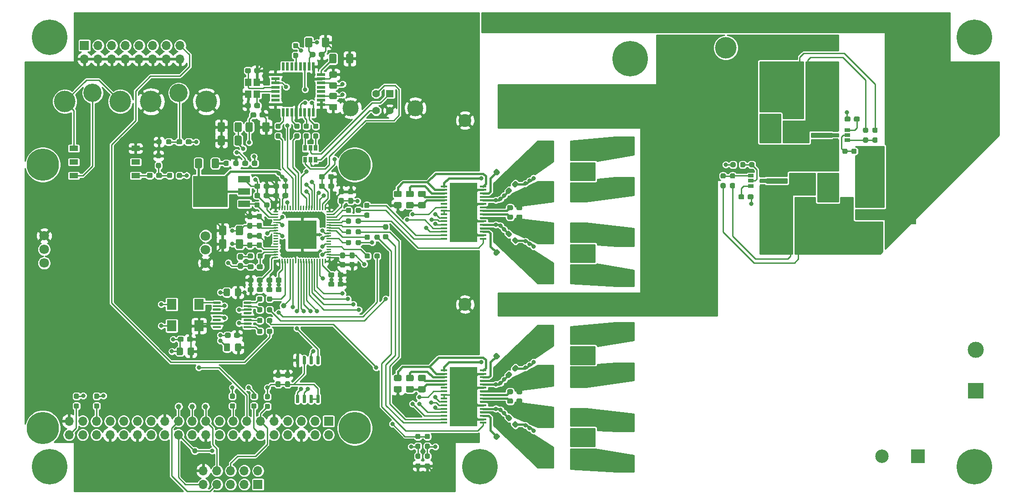
<source format=gbr>
G04 #@! TF.GenerationSoftware,KiCad,Pcbnew,(5.1.9)-1*
G04 #@! TF.CreationDate,2021-04-06T09:28:58+02:00*
G04 #@! TF.ProjectId,dsp-amplifier-x4,6473702d-616d-4706-9c69-666965722d78,rev?*
G04 #@! TF.SameCoordinates,Original*
G04 #@! TF.FileFunction,Copper,L1,Top*
G04 #@! TF.FilePolarity,Positive*
%FSLAX46Y46*%
G04 Gerber Fmt 4.6, Leading zero omitted, Abs format (unit mm)*
G04 Created by KiCad (PCBNEW (5.1.9)-1) date 2021-04-06 09:28:58*
%MOMM*%
%LPD*%
G01*
G04 APERTURE LIST*
G04 #@! TA.AperFunction,SMDPad,CuDef*
%ADD10C,1.000000*%
G04 #@! TD*
G04 #@! TA.AperFunction,ComponentPad*
%ADD11C,6.000000*%
G04 #@! TD*
G04 #@! TA.AperFunction,ComponentPad*
%ADD12O,1.700000X1.700000*%
G04 #@! TD*
G04 #@! TA.AperFunction,ComponentPad*
%ADD13R,1.700000X1.700000*%
G04 #@! TD*
G04 #@! TA.AperFunction,ComponentPad*
%ADD14R,3.000000X3.000000*%
G04 #@! TD*
G04 #@! TA.AperFunction,ComponentPad*
%ADD15C,3.000000*%
G04 #@! TD*
G04 #@! TA.AperFunction,ComponentPad*
%ADD16C,4.000000*%
G04 #@! TD*
G04 #@! TA.AperFunction,ComponentPad*
%ADD17R,2.500000X2.500000*%
G04 #@! TD*
G04 #@! TA.AperFunction,ComponentPad*
%ADD18C,2.500000*%
G04 #@! TD*
G04 #@! TA.AperFunction,ComponentPad*
%ADD19C,0.600000*%
G04 #@! TD*
G04 #@! TA.AperFunction,SMDPad,CuDef*
%ADD20R,5.200000X11.000000*%
G04 #@! TD*
G04 #@! TA.AperFunction,SMDPad,CuDef*
%ADD21R,1.200000X0.400000*%
G04 #@! TD*
G04 #@! TA.AperFunction,SMDPad,CuDef*
%ADD22R,6.400000X5.800000*%
G04 #@! TD*
G04 #@! TA.AperFunction,SMDPad,CuDef*
%ADD23R,2.200000X1.200000*%
G04 #@! TD*
G04 #@! TA.AperFunction,SMDPad,CuDef*
%ADD24R,1.800000X2.000000*%
G04 #@! TD*
G04 #@! TA.AperFunction,ComponentPad*
%ADD25C,2.400000*%
G04 #@! TD*
G04 #@! TA.AperFunction,ComponentPad*
%ADD26R,2.400000X2.400000*%
G04 #@! TD*
G04 #@! TA.AperFunction,ComponentPad*
%ADD27C,3.400000*%
G04 #@! TD*
G04 #@! TA.AperFunction,SMDPad,CuDef*
%ADD28R,1.200000X1.400000*%
G04 #@! TD*
G04 #@! TA.AperFunction,SMDPad,CuDef*
%ADD29R,0.550000X1.600000*%
G04 #@! TD*
G04 #@! TA.AperFunction,SMDPad,CuDef*
%ADD30R,1.600000X0.550000*%
G04 #@! TD*
G04 #@! TA.AperFunction,SMDPad,CuDef*
%ADD31R,0.650000X1.060000*%
G04 #@! TD*
G04 #@! TA.AperFunction,SMDPad,CuDef*
%ADD32R,2.000000X1.500000*%
G04 #@! TD*
G04 #@! TA.AperFunction,SMDPad,CuDef*
%ADD33R,2.000000X3.800000*%
G04 #@! TD*
G04 #@! TA.AperFunction,SMDPad,CuDef*
%ADD34R,1.060000X0.650000*%
G04 #@! TD*
G04 #@! TA.AperFunction,SMDPad,CuDef*
%ADD35R,5.300000X5.300000*%
G04 #@! TD*
G04 #@! TA.AperFunction,SMDPad,CuDef*
%ADD36R,1.600000X1.000000*%
G04 #@! TD*
G04 #@! TA.AperFunction,ComponentPad*
%ADD37C,1.800000*%
G04 #@! TD*
G04 #@! TA.AperFunction,ComponentPad*
%ADD38C,1.400000*%
G04 #@! TD*
G04 #@! TA.AperFunction,ComponentPad*
%ADD39R,1.400000X1.400000*%
G04 #@! TD*
G04 #@! TA.AperFunction,ViaPad*
%ADD40C,6.600000*%
G04 #@! TD*
G04 #@! TA.AperFunction,ViaPad*
%ADD41C,0.800000*%
G04 #@! TD*
G04 #@! TA.AperFunction,Conductor*
%ADD42C,0.400000*%
G04 #@! TD*
G04 #@! TA.AperFunction,Conductor*
%ADD43C,0.250000*%
G04 #@! TD*
G04 #@! TA.AperFunction,Conductor*
%ADD44C,0.100000*%
G04 #@! TD*
G04 APERTURE END LIST*
D10*
X89000000Y-133750000D03*
X94000000Y-133750000D03*
X91500000Y-133750000D03*
X92000000Y-142000000D03*
X108500000Y-115000000D03*
D11*
X121750000Y-88750000D03*
X63750000Y-88750000D03*
X63750000Y-137750000D03*
X121750000Y-137750000D03*
D12*
X68620000Y-139020000D03*
X68620000Y-136480000D03*
X71160000Y-139020000D03*
X71160000Y-136480000D03*
X73700000Y-139020000D03*
X73700000Y-136480000D03*
X76240000Y-139020000D03*
X76240000Y-136480000D03*
X78780000Y-139020000D03*
X78780000Y-136480000D03*
X81320000Y-139020000D03*
X81320000Y-136480000D03*
X83860000Y-139020000D03*
X83860000Y-136480000D03*
X86400000Y-139020000D03*
X86400000Y-136480000D03*
X88940000Y-139020000D03*
X88940000Y-136480000D03*
X91480000Y-139020000D03*
X91480000Y-136480000D03*
X94020000Y-139020000D03*
X94020000Y-136480000D03*
X96560000Y-139020000D03*
X96560000Y-136480000D03*
X99100000Y-139020000D03*
X99100000Y-136480000D03*
X101640000Y-139020000D03*
X101640000Y-136480000D03*
X104180000Y-139020000D03*
X104180000Y-136480000D03*
X106720000Y-139020000D03*
X106720000Y-136480000D03*
X109260000Y-139020000D03*
X109260000Y-136480000D03*
X111800000Y-139020000D03*
X111800000Y-136480000D03*
X114340000Y-139020000D03*
X114340000Y-136480000D03*
X116880000Y-139020000D03*
D13*
X116880000Y-136480000D03*
D14*
X237250000Y-130810000D03*
D15*
X237250000Y-123190000D03*
D14*
X172000000Y-102190000D03*
D15*
X172000000Y-109810000D03*
D14*
X172000000Y-85250000D03*
D15*
X172000000Y-92870000D03*
D14*
X172000000Y-136690000D03*
D15*
X172000000Y-144310000D03*
D14*
X172000000Y-119690000D03*
D15*
X172000000Y-127310000D03*
D16*
X190750000Y-67000000D03*
D17*
X226500000Y-143000000D03*
D16*
X185250000Y-67000000D03*
D18*
X219750000Y-143000000D03*
G04 #@! TA.AperFunction,SMDPad,CuDef*
G36*
G01*
X103237500Y-132325000D02*
X102762500Y-132325000D01*
G75*
G02*
X102525000Y-132087500I0J237500D01*
G01*
X102525000Y-131587500D01*
G75*
G02*
X102762500Y-131350000I237500J0D01*
G01*
X103237500Y-131350000D01*
G75*
G02*
X103475000Y-131587500I0J-237500D01*
G01*
X103475000Y-132087500D01*
G75*
G02*
X103237500Y-132325000I-237500J0D01*
G01*
G37*
G04 #@! TD.AperFunction*
G04 #@! TA.AperFunction,SMDPad,CuDef*
G36*
G01*
X103237500Y-134150000D02*
X102762500Y-134150000D01*
G75*
G02*
X102525000Y-133912500I0J237500D01*
G01*
X102525000Y-133412500D01*
G75*
G02*
X102762500Y-133175000I237500J0D01*
G01*
X103237500Y-133175000D01*
G75*
G02*
X103475000Y-133412500I0J-237500D01*
G01*
X103475000Y-133912500D01*
G75*
G02*
X103237500Y-134150000I-237500J0D01*
G01*
G37*
G04 #@! TD.AperFunction*
G04 #@! TA.AperFunction,SMDPad,CuDef*
G36*
G01*
X114755000Y-131550000D02*
X115055000Y-131550000D01*
G75*
G02*
X115205000Y-131700000I0J-150000D01*
G01*
X115205000Y-133000000D01*
G75*
G02*
X115055000Y-133150000I-150000J0D01*
G01*
X114755000Y-133150000D01*
G75*
G02*
X114605000Y-133000000I0J150000D01*
G01*
X114605000Y-131700000D01*
G75*
G02*
X114755000Y-131550000I150000J0D01*
G01*
G37*
G04 #@! TD.AperFunction*
G04 #@! TA.AperFunction,SMDPad,CuDef*
G36*
G01*
X113485000Y-131550000D02*
X113785000Y-131550000D01*
G75*
G02*
X113935000Y-131700000I0J-150000D01*
G01*
X113935000Y-133000000D01*
G75*
G02*
X113785000Y-133150000I-150000J0D01*
G01*
X113485000Y-133150000D01*
G75*
G02*
X113335000Y-133000000I0J150000D01*
G01*
X113335000Y-131700000D01*
G75*
G02*
X113485000Y-131550000I150000J0D01*
G01*
G37*
G04 #@! TD.AperFunction*
G04 #@! TA.AperFunction,SMDPad,CuDef*
G36*
G01*
X112215000Y-131550000D02*
X112515000Y-131550000D01*
G75*
G02*
X112665000Y-131700000I0J-150000D01*
G01*
X112665000Y-133000000D01*
G75*
G02*
X112515000Y-133150000I-150000J0D01*
G01*
X112215000Y-133150000D01*
G75*
G02*
X112065000Y-133000000I0J150000D01*
G01*
X112065000Y-131700000D01*
G75*
G02*
X112215000Y-131550000I150000J0D01*
G01*
G37*
G04 #@! TD.AperFunction*
G04 #@! TA.AperFunction,SMDPad,CuDef*
G36*
G01*
X110945000Y-131550000D02*
X111245000Y-131550000D01*
G75*
G02*
X111395000Y-131700000I0J-150000D01*
G01*
X111395000Y-133000000D01*
G75*
G02*
X111245000Y-133150000I-150000J0D01*
G01*
X110945000Y-133150000D01*
G75*
G02*
X110795000Y-133000000I0J150000D01*
G01*
X110795000Y-131700000D01*
G75*
G02*
X110945000Y-131550000I150000J0D01*
G01*
G37*
G04 #@! TD.AperFunction*
G04 #@! TA.AperFunction,SMDPad,CuDef*
G36*
G01*
X110945000Y-124350000D02*
X111245000Y-124350000D01*
G75*
G02*
X111395000Y-124500000I0J-150000D01*
G01*
X111395000Y-125800000D01*
G75*
G02*
X111245000Y-125950000I-150000J0D01*
G01*
X110945000Y-125950000D01*
G75*
G02*
X110795000Y-125800000I0J150000D01*
G01*
X110795000Y-124500000D01*
G75*
G02*
X110945000Y-124350000I150000J0D01*
G01*
G37*
G04 #@! TD.AperFunction*
G04 #@! TA.AperFunction,SMDPad,CuDef*
G36*
G01*
X112215000Y-124350000D02*
X112515000Y-124350000D01*
G75*
G02*
X112665000Y-124500000I0J-150000D01*
G01*
X112665000Y-125800000D01*
G75*
G02*
X112515000Y-125950000I-150000J0D01*
G01*
X112215000Y-125950000D01*
G75*
G02*
X112065000Y-125800000I0J150000D01*
G01*
X112065000Y-124500000D01*
G75*
G02*
X112215000Y-124350000I150000J0D01*
G01*
G37*
G04 #@! TD.AperFunction*
G04 #@! TA.AperFunction,SMDPad,CuDef*
G36*
G01*
X113485000Y-124350000D02*
X113785000Y-124350000D01*
G75*
G02*
X113935000Y-124500000I0J-150000D01*
G01*
X113935000Y-125800000D01*
G75*
G02*
X113785000Y-125950000I-150000J0D01*
G01*
X113485000Y-125950000D01*
G75*
G02*
X113335000Y-125800000I0J150000D01*
G01*
X113335000Y-124500000D01*
G75*
G02*
X113485000Y-124350000I150000J0D01*
G01*
G37*
G04 #@! TD.AperFunction*
G04 #@! TA.AperFunction,SMDPad,CuDef*
G36*
G01*
X114755000Y-124350000D02*
X115055000Y-124350000D01*
G75*
G02*
X115205000Y-124500000I0J-150000D01*
G01*
X115205000Y-125800000D01*
G75*
G02*
X115055000Y-125950000I-150000J0D01*
G01*
X114755000Y-125950000D01*
G75*
G02*
X114605000Y-125800000I0J150000D01*
G01*
X114605000Y-124500000D01*
G75*
G02*
X114755000Y-124350000I150000J0D01*
G01*
G37*
G04 #@! TD.AperFunction*
D19*
X142750000Y-137100000D03*
X144250000Y-137100000D03*
X139750000Y-137100000D03*
X141250000Y-137100000D03*
X142750000Y-135800000D03*
X142750000Y-134500000D03*
X141250000Y-134500000D03*
X139750000Y-134500000D03*
X141250000Y-135800000D03*
X144250000Y-135800000D03*
X139750000Y-135800000D03*
X144250000Y-134500000D03*
X142750000Y-133200000D03*
X142750000Y-131900000D03*
X141250000Y-131900000D03*
X139750000Y-131900000D03*
X141250000Y-133200000D03*
X144250000Y-133200000D03*
X139750000Y-133200000D03*
X144250000Y-131900000D03*
X142750000Y-130600000D03*
X142750000Y-129300000D03*
X141250000Y-129300000D03*
X139750000Y-129300000D03*
X141250000Y-130600000D03*
X144250000Y-130600000D03*
X139750000Y-130600000D03*
X144250000Y-129300000D03*
X144250000Y-128000000D03*
X142750000Y-128000000D03*
X141250000Y-128000000D03*
X139750000Y-128000000D03*
X144250000Y-126700000D03*
X142750000Y-126700000D03*
X141250000Y-126700000D03*
X139750000Y-126700000D03*
D20*
X142000000Y-131900000D03*
D21*
X145650000Y-127025000D03*
X145650000Y-127675000D03*
X145650000Y-128325000D03*
X145650000Y-128975000D03*
X145650000Y-129625000D03*
X145650000Y-130275000D03*
X145650000Y-130925000D03*
X145650000Y-131575000D03*
X145650000Y-132225000D03*
X145650000Y-132875000D03*
X145650000Y-133525000D03*
X145650000Y-134175000D03*
X145650000Y-134825000D03*
X145650000Y-135475000D03*
X145650000Y-136125000D03*
X145650000Y-136775000D03*
X138350000Y-136775000D03*
X138350000Y-136125000D03*
X138350000Y-135475000D03*
X138350000Y-134825000D03*
X138350000Y-134175000D03*
X138350000Y-133525000D03*
X138350000Y-132875000D03*
X138350000Y-132225000D03*
X138350000Y-131575000D03*
X138350000Y-130925000D03*
X138350000Y-130275000D03*
X138350000Y-129625000D03*
X138350000Y-128975000D03*
X138350000Y-128325000D03*
X138350000Y-127675000D03*
X138350000Y-127025000D03*
G04 #@! TA.AperFunction,SMDPad,CuDef*
G36*
G01*
X117275000Y-77450000D02*
X118225000Y-77450000D01*
G75*
G02*
X118475000Y-77700000I0J-250000D01*
G01*
X118475000Y-78375000D01*
G75*
G02*
X118225000Y-78625000I-250000J0D01*
G01*
X117275000Y-78625000D01*
G75*
G02*
X117025000Y-78375000I0J250000D01*
G01*
X117025000Y-77700000D01*
G75*
G02*
X117275000Y-77450000I250000J0D01*
G01*
G37*
G04 #@! TD.AperFunction*
G04 #@! TA.AperFunction,SMDPad,CuDef*
G36*
G01*
X117275000Y-75375000D02*
X118225000Y-75375000D01*
G75*
G02*
X118475000Y-75625000I0J-250000D01*
G01*
X118475000Y-76300000D01*
G75*
G02*
X118225000Y-76550000I-250000J0D01*
G01*
X117275000Y-76550000D01*
G75*
G02*
X117025000Y-76300000I0J250000D01*
G01*
X117025000Y-75625000D01*
G75*
G02*
X117275000Y-75375000I250000J0D01*
G01*
G37*
G04 #@! TD.AperFunction*
G04 #@! TA.AperFunction,SMDPad,CuDef*
G36*
G01*
X118225000Y-72550000D02*
X117275000Y-72550000D01*
G75*
G02*
X117025000Y-72300000I0J250000D01*
G01*
X117025000Y-71625000D01*
G75*
G02*
X117275000Y-71375000I250000J0D01*
G01*
X118225000Y-71375000D01*
G75*
G02*
X118475000Y-71625000I0J-250000D01*
G01*
X118475000Y-72300000D01*
G75*
G02*
X118225000Y-72550000I-250000J0D01*
G01*
G37*
G04 #@! TD.AperFunction*
G04 #@! TA.AperFunction,SMDPad,CuDef*
G36*
G01*
X118225000Y-74625000D02*
X117275000Y-74625000D01*
G75*
G02*
X117025000Y-74375000I0J250000D01*
G01*
X117025000Y-73700000D01*
G75*
G02*
X117275000Y-73450000I250000J0D01*
G01*
X118225000Y-73450000D01*
G75*
G02*
X118475000Y-73700000I0J-250000D01*
G01*
X118475000Y-74375000D01*
G75*
G02*
X118225000Y-74625000I-250000J0D01*
G01*
G37*
G04 #@! TD.AperFunction*
G04 #@! TA.AperFunction,SMDPad,CuDef*
G36*
G01*
X104075000Y-79737500D02*
X104075000Y-79262500D01*
G75*
G02*
X104312500Y-79025000I237500J0D01*
G01*
X104912500Y-79025000D01*
G75*
G02*
X105150000Y-79262500I0J-237500D01*
G01*
X105150000Y-79737500D01*
G75*
G02*
X104912500Y-79975000I-237500J0D01*
G01*
X104312500Y-79975000D01*
G75*
G02*
X104075000Y-79737500I0J237500D01*
G01*
G37*
G04 #@! TD.AperFunction*
G04 #@! TA.AperFunction,SMDPad,CuDef*
G36*
G01*
X102350000Y-79737500D02*
X102350000Y-79262500D01*
G75*
G02*
X102587500Y-79025000I237500J0D01*
G01*
X103187500Y-79025000D01*
G75*
G02*
X103425000Y-79262500I0J-237500D01*
G01*
X103425000Y-79737500D01*
G75*
G02*
X103187500Y-79975000I-237500J0D01*
G01*
X102587500Y-79975000D01*
G75*
G02*
X102350000Y-79737500I0J237500D01*
G01*
G37*
G04 #@! TD.AperFunction*
G04 #@! TA.AperFunction,SMDPad,CuDef*
G36*
G01*
X115075000Y-68487500D02*
X115075000Y-68012500D01*
G75*
G02*
X115312500Y-67775000I237500J0D01*
G01*
X115912500Y-67775000D01*
G75*
G02*
X116150000Y-68012500I0J-237500D01*
G01*
X116150000Y-68487500D01*
G75*
G02*
X115912500Y-68725000I-237500J0D01*
G01*
X115312500Y-68725000D01*
G75*
G02*
X115075000Y-68487500I0J237500D01*
G01*
G37*
G04 #@! TD.AperFunction*
G04 #@! TA.AperFunction,SMDPad,CuDef*
G36*
G01*
X113350000Y-68487500D02*
X113350000Y-68012500D01*
G75*
G02*
X113587500Y-67775000I237500J0D01*
G01*
X114187500Y-67775000D01*
G75*
G02*
X114425000Y-68012500I0J-237500D01*
G01*
X114425000Y-68487500D01*
G75*
G02*
X114187500Y-68725000I-237500J0D01*
G01*
X113587500Y-68725000D01*
G75*
G02*
X113350000Y-68487500I0J237500D01*
G01*
G37*
G04 #@! TD.AperFunction*
G04 #@! TA.AperFunction,SMDPad,CuDef*
G36*
G01*
X115650000Y-66650001D02*
X115650000Y-65349999D01*
G75*
G02*
X115899999Y-65100000I249999J0D01*
G01*
X116725001Y-65100000D01*
G75*
G02*
X116975000Y-65349999I0J-249999D01*
G01*
X116975000Y-66650001D01*
G75*
G02*
X116725001Y-66900000I-249999J0D01*
G01*
X115899999Y-66900000D01*
G75*
G02*
X115650000Y-66650001I0J249999D01*
G01*
G37*
G04 #@! TD.AperFunction*
G04 #@! TA.AperFunction,SMDPad,CuDef*
G36*
G01*
X112525000Y-66650001D02*
X112525000Y-65349999D01*
G75*
G02*
X112774999Y-65100000I249999J0D01*
G01*
X113600001Y-65100000D01*
G75*
G02*
X113850000Y-65349999I0J-249999D01*
G01*
X113850000Y-66650001D01*
G75*
G02*
X113600001Y-66900000I-249999J0D01*
G01*
X112774999Y-66900000D01*
G75*
G02*
X112525000Y-66650001I0J249999D01*
G01*
G37*
G04 #@! TD.AperFunction*
G04 #@! TA.AperFunction,SMDPad,CuDef*
G36*
G01*
X104587500Y-82400001D02*
X104587500Y-81099999D01*
G75*
G02*
X104837499Y-80850000I249999J0D01*
G01*
X105662501Y-80850000D01*
G75*
G02*
X105912500Y-81099999I0J-249999D01*
G01*
X105912500Y-82400001D01*
G75*
G02*
X105662501Y-82650000I-249999J0D01*
G01*
X104837499Y-82650000D01*
G75*
G02*
X104587500Y-82400001I0J249999D01*
G01*
G37*
G04 #@! TD.AperFunction*
G04 #@! TA.AperFunction,SMDPad,CuDef*
G36*
G01*
X101462500Y-82400001D02*
X101462500Y-81099999D01*
G75*
G02*
X101712499Y-80850000I249999J0D01*
G01*
X102537501Y-80850000D01*
G75*
G02*
X102787500Y-81099999I0J-249999D01*
G01*
X102787500Y-82400001D01*
G75*
G02*
X102537501Y-82650000I-249999J0D01*
G01*
X101712499Y-82650000D01*
G75*
G02*
X101462500Y-82400001I0J249999D01*
G01*
G37*
G04 #@! TD.AperFunction*
G04 #@! TA.AperFunction,SMDPad,CuDef*
G36*
G01*
X120150000Y-69650001D02*
X120150000Y-68349999D01*
G75*
G02*
X120399999Y-68100000I249999J0D01*
G01*
X121225001Y-68100000D01*
G75*
G02*
X121475000Y-68349999I0J-249999D01*
G01*
X121475000Y-69650001D01*
G75*
G02*
X121225001Y-69900000I-249999J0D01*
G01*
X120399999Y-69900000D01*
G75*
G02*
X120150000Y-69650001I0J249999D01*
G01*
G37*
G04 #@! TD.AperFunction*
G04 #@! TA.AperFunction,SMDPad,CuDef*
G36*
G01*
X117025000Y-69650001D02*
X117025000Y-68349999D01*
G75*
G02*
X117274999Y-68100000I249999J0D01*
G01*
X118100001Y-68100000D01*
G75*
G02*
X118350000Y-68349999I0J-249999D01*
G01*
X118350000Y-69650001D01*
G75*
G02*
X118100001Y-69900000I-249999J0D01*
G01*
X117274999Y-69900000D01*
G75*
G02*
X117025000Y-69650001I0J249999D01*
G01*
G37*
G04 #@! TD.AperFunction*
G04 #@! TA.AperFunction,SMDPad,CuDef*
G36*
G01*
X109497500Y-128425000D02*
X109022500Y-128425000D01*
G75*
G02*
X108785000Y-128187500I0J237500D01*
G01*
X108785000Y-127587500D01*
G75*
G02*
X109022500Y-127350000I237500J0D01*
G01*
X109497500Y-127350000D01*
G75*
G02*
X109735000Y-127587500I0J-237500D01*
G01*
X109735000Y-128187500D01*
G75*
G02*
X109497500Y-128425000I-237500J0D01*
G01*
G37*
G04 #@! TD.AperFunction*
G04 #@! TA.AperFunction,SMDPad,CuDef*
G36*
G01*
X109497500Y-130150000D02*
X109022500Y-130150000D01*
G75*
G02*
X108785000Y-129912500I0J237500D01*
G01*
X108785000Y-129312500D01*
G75*
G02*
X109022500Y-129075000I237500J0D01*
G01*
X109497500Y-129075000D01*
G75*
G02*
X109735000Y-129312500I0J-237500D01*
G01*
X109735000Y-129912500D01*
G75*
G02*
X109497500Y-130150000I-237500J0D01*
G01*
G37*
G04 #@! TD.AperFunction*
G04 #@! TA.AperFunction,SMDPad,CuDef*
G36*
G01*
X107737500Y-128425000D02*
X107262500Y-128425000D01*
G75*
G02*
X107025000Y-128187500I0J237500D01*
G01*
X107025000Y-127587500D01*
G75*
G02*
X107262500Y-127350000I237500J0D01*
G01*
X107737500Y-127350000D01*
G75*
G02*
X107975000Y-127587500I0J-237500D01*
G01*
X107975000Y-128187500D01*
G75*
G02*
X107737500Y-128425000I-237500J0D01*
G01*
G37*
G04 #@! TD.AperFunction*
G04 #@! TA.AperFunction,SMDPad,CuDef*
G36*
G01*
X107737500Y-130150000D02*
X107262500Y-130150000D01*
G75*
G02*
X107025000Y-129912500I0J237500D01*
G01*
X107025000Y-129312500D01*
G75*
G02*
X107262500Y-129075000I237500J0D01*
G01*
X107737500Y-129075000D01*
G75*
G02*
X107975000Y-129312500I0J-237500D01*
G01*
X107975000Y-129912500D01*
G75*
G02*
X107737500Y-130150000I-237500J0D01*
G01*
G37*
G04 #@! TD.AperFunction*
D22*
X94900000Y-93750000D03*
D23*
X101200000Y-91470000D03*
X101200000Y-93750000D03*
X101200000Y-96030000D03*
G04 #@! TA.AperFunction,SMDPad,CuDef*
G36*
G01*
X85825000Y-84262500D02*
X85825000Y-84737500D01*
G75*
G02*
X85587500Y-84975000I-237500J0D01*
G01*
X85087500Y-84975000D01*
G75*
G02*
X84850000Y-84737500I0J237500D01*
G01*
X84850000Y-84262500D01*
G75*
G02*
X85087500Y-84025000I237500J0D01*
G01*
X85587500Y-84025000D01*
G75*
G02*
X85825000Y-84262500I0J-237500D01*
G01*
G37*
G04 #@! TD.AperFunction*
G04 #@! TA.AperFunction,SMDPad,CuDef*
G36*
G01*
X87650000Y-84262500D02*
X87650000Y-84737500D01*
G75*
G02*
X87412500Y-84975000I-237500J0D01*
G01*
X86912500Y-84975000D01*
G75*
G02*
X86675000Y-84737500I0J237500D01*
G01*
X86675000Y-84262500D01*
G75*
G02*
X86912500Y-84025000I237500J0D01*
G01*
X87412500Y-84025000D01*
G75*
G02*
X87650000Y-84262500I0J-237500D01*
G01*
G37*
G04 #@! TD.AperFunction*
D19*
X142750000Y-102850000D03*
X144250000Y-102850000D03*
X139750000Y-102850000D03*
X141250000Y-102850000D03*
X142750000Y-101550000D03*
X142750000Y-100250000D03*
X141250000Y-100250000D03*
X139750000Y-100250000D03*
X141250000Y-101550000D03*
X144250000Y-101550000D03*
X139750000Y-101550000D03*
X144250000Y-100250000D03*
X142750000Y-98950000D03*
X142750000Y-97650000D03*
X141250000Y-97650000D03*
X139750000Y-97650000D03*
X141250000Y-98950000D03*
X144250000Y-98950000D03*
X139750000Y-98950000D03*
X144250000Y-97650000D03*
X142750000Y-96350000D03*
X142750000Y-95050000D03*
X141250000Y-95050000D03*
X139750000Y-95050000D03*
X141250000Y-96350000D03*
X144250000Y-96350000D03*
X139750000Y-96350000D03*
X144250000Y-95050000D03*
X144250000Y-93750000D03*
X142750000Y-93750000D03*
X141250000Y-93750000D03*
X139750000Y-93750000D03*
X144250000Y-92450000D03*
X142750000Y-92450000D03*
X141250000Y-92450000D03*
X139750000Y-92450000D03*
D20*
X142000000Y-97650000D03*
D21*
X145650000Y-92775000D03*
X145650000Y-93425000D03*
X145650000Y-94075000D03*
X145650000Y-94725000D03*
X145650000Y-95375000D03*
X145650000Y-96025000D03*
X145650000Y-96675000D03*
X145650000Y-97325000D03*
X145650000Y-97975000D03*
X145650000Y-98625000D03*
X145650000Y-99275000D03*
X145650000Y-99925000D03*
X145650000Y-100575000D03*
X145650000Y-101225000D03*
X145650000Y-101875000D03*
X145650000Y-102525000D03*
X138350000Y-102525000D03*
X138350000Y-101875000D03*
X138350000Y-101225000D03*
X138350000Y-100575000D03*
X138350000Y-99925000D03*
X138350000Y-99275000D03*
X138350000Y-98625000D03*
X138350000Y-97975000D03*
X138350000Y-97325000D03*
X138350000Y-96675000D03*
X138350000Y-96025000D03*
X138350000Y-95375000D03*
X138350000Y-94725000D03*
X138350000Y-94075000D03*
X138350000Y-93425000D03*
X138350000Y-92775000D03*
G04 #@! TA.AperFunction,SMDPad,CuDef*
G36*
G01*
X149147748Y-104438128D02*
X148811872Y-104102252D01*
G75*
G02*
X148811872Y-103766376I167938J167938D01*
G01*
X149236136Y-103342112D01*
G75*
G02*
X149572012Y-103342112I167938J-167938D01*
G01*
X149907888Y-103677988D01*
G75*
G02*
X149907888Y-104013864I-167938J-167938D01*
G01*
X149483624Y-104438128D01*
G75*
G02*
X149147748Y-104438128I-167938J167938D01*
G01*
G37*
G04 #@! TD.AperFunction*
G04 #@! TA.AperFunction,SMDPad,CuDef*
G36*
G01*
X147927988Y-105657888D02*
X147592112Y-105322012D01*
G75*
G02*
X147592112Y-104986136I167938J167938D01*
G01*
X148016376Y-104561872D01*
G75*
G02*
X148352252Y-104561872I167938J-167938D01*
G01*
X148688128Y-104897748D01*
G75*
G02*
X148688128Y-105233624I-167938J-167938D01*
G01*
X148263864Y-105657888D01*
G75*
G02*
X147927988Y-105657888I-167938J167938D01*
G01*
G37*
G04 #@! TD.AperFunction*
G04 #@! TA.AperFunction,SMDPad,CuDef*
G36*
G01*
X149147748Y-138688128D02*
X148811872Y-138352252D01*
G75*
G02*
X148811872Y-138016376I167938J167938D01*
G01*
X149236136Y-137592112D01*
G75*
G02*
X149572012Y-137592112I167938J-167938D01*
G01*
X149907888Y-137927988D01*
G75*
G02*
X149907888Y-138263864I-167938J-167938D01*
G01*
X149483624Y-138688128D01*
G75*
G02*
X149147748Y-138688128I-167938J167938D01*
G01*
G37*
G04 #@! TD.AperFunction*
G04 #@! TA.AperFunction,SMDPad,CuDef*
G36*
G01*
X147927988Y-139907888D02*
X147592112Y-139572012D01*
G75*
G02*
X147592112Y-139236136I167938J167938D01*
G01*
X148016376Y-138811872D01*
G75*
G02*
X148352252Y-138811872I167938J-167938D01*
G01*
X148688128Y-139147748D01*
G75*
G02*
X148688128Y-139483624I-167938J-167938D01*
G01*
X148263864Y-139907888D01*
G75*
G02*
X147927988Y-139907888I-167938J167938D01*
G01*
G37*
G04 #@! TD.AperFunction*
D24*
X87710000Y-114750000D03*
X92790000Y-114750000D03*
X92790000Y-118750000D03*
X87710000Y-118750000D03*
G04 #@! TA.AperFunction,SMDPad,CuDef*
G36*
G01*
X101095000Y-114525000D02*
X101095000Y-114325000D01*
G75*
G02*
X101195000Y-114225000I100000J0D01*
G01*
X102470000Y-114225000D01*
G75*
G02*
X102570000Y-114325000I0J-100000D01*
G01*
X102570000Y-114525000D01*
G75*
G02*
X102470000Y-114625000I-100000J0D01*
G01*
X101195000Y-114625000D01*
G75*
G02*
X101095000Y-114525000I0J100000D01*
G01*
G37*
G04 #@! TD.AperFunction*
G04 #@! TA.AperFunction,SMDPad,CuDef*
G36*
G01*
X101095000Y-115175000D02*
X101095000Y-114975000D01*
G75*
G02*
X101195000Y-114875000I100000J0D01*
G01*
X102470000Y-114875000D01*
G75*
G02*
X102570000Y-114975000I0J-100000D01*
G01*
X102570000Y-115175000D01*
G75*
G02*
X102470000Y-115275000I-100000J0D01*
G01*
X101195000Y-115275000D01*
G75*
G02*
X101095000Y-115175000I0J100000D01*
G01*
G37*
G04 #@! TD.AperFunction*
G04 #@! TA.AperFunction,SMDPad,CuDef*
G36*
G01*
X101095000Y-115825000D02*
X101095000Y-115625000D01*
G75*
G02*
X101195000Y-115525000I100000J0D01*
G01*
X102470000Y-115525000D01*
G75*
G02*
X102570000Y-115625000I0J-100000D01*
G01*
X102570000Y-115825000D01*
G75*
G02*
X102470000Y-115925000I-100000J0D01*
G01*
X101195000Y-115925000D01*
G75*
G02*
X101095000Y-115825000I0J100000D01*
G01*
G37*
G04 #@! TD.AperFunction*
G04 #@! TA.AperFunction,SMDPad,CuDef*
G36*
G01*
X101095000Y-116475000D02*
X101095000Y-116275000D01*
G75*
G02*
X101195000Y-116175000I100000J0D01*
G01*
X102470000Y-116175000D01*
G75*
G02*
X102570000Y-116275000I0J-100000D01*
G01*
X102570000Y-116475000D01*
G75*
G02*
X102470000Y-116575000I-100000J0D01*
G01*
X101195000Y-116575000D01*
G75*
G02*
X101095000Y-116475000I0J100000D01*
G01*
G37*
G04 #@! TD.AperFunction*
G04 #@! TA.AperFunction,SMDPad,CuDef*
G36*
G01*
X101095000Y-117125000D02*
X101095000Y-116925000D01*
G75*
G02*
X101195000Y-116825000I100000J0D01*
G01*
X102470000Y-116825000D01*
G75*
G02*
X102570000Y-116925000I0J-100000D01*
G01*
X102570000Y-117125000D01*
G75*
G02*
X102470000Y-117225000I-100000J0D01*
G01*
X101195000Y-117225000D01*
G75*
G02*
X101095000Y-117125000I0J100000D01*
G01*
G37*
G04 #@! TD.AperFunction*
G04 #@! TA.AperFunction,SMDPad,CuDef*
G36*
G01*
X101095000Y-117775000D02*
X101095000Y-117575000D01*
G75*
G02*
X101195000Y-117475000I100000J0D01*
G01*
X102470000Y-117475000D01*
G75*
G02*
X102570000Y-117575000I0J-100000D01*
G01*
X102570000Y-117775000D01*
G75*
G02*
X102470000Y-117875000I-100000J0D01*
G01*
X101195000Y-117875000D01*
G75*
G02*
X101095000Y-117775000I0J100000D01*
G01*
G37*
G04 #@! TD.AperFunction*
G04 #@! TA.AperFunction,SMDPad,CuDef*
G36*
G01*
X101095000Y-118425000D02*
X101095000Y-118225000D01*
G75*
G02*
X101195000Y-118125000I100000J0D01*
G01*
X102470000Y-118125000D01*
G75*
G02*
X102570000Y-118225000I0J-100000D01*
G01*
X102570000Y-118425000D01*
G75*
G02*
X102470000Y-118525000I-100000J0D01*
G01*
X101195000Y-118525000D01*
G75*
G02*
X101095000Y-118425000I0J100000D01*
G01*
G37*
G04 #@! TD.AperFunction*
G04 #@! TA.AperFunction,SMDPad,CuDef*
G36*
G01*
X101095000Y-119075000D02*
X101095000Y-118875000D01*
G75*
G02*
X101195000Y-118775000I100000J0D01*
G01*
X102470000Y-118775000D01*
G75*
G02*
X102570000Y-118875000I0J-100000D01*
G01*
X102570000Y-119075000D01*
G75*
G02*
X102470000Y-119175000I-100000J0D01*
G01*
X101195000Y-119175000D01*
G75*
G02*
X101095000Y-119075000I0J100000D01*
G01*
G37*
G04 #@! TD.AperFunction*
G04 #@! TA.AperFunction,SMDPad,CuDef*
G36*
G01*
X95370000Y-119075000D02*
X95370000Y-118875000D01*
G75*
G02*
X95470000Y-118775000I100000J0D01*
G01*
X96745000Y-118775000D01*
G75*
G02*
X96845000Y-118875000I0J-100000D01*
G01*
X96845000Y-119075000D01*
G75*
G02*
X96745000Y-119175000I-100000J0D01*
G01*
X95470000Y-119175000D01*
G75*
G02*
X95370000Y-119075000I0J100000D01*
G01*
G37*
G04 #@! TD.AperFunction*
G04 #@! TA.AperFunction,SMDPad,CuDef*
G36*
G01*
X95370000Y-118425000D02*
X95370000Y-118225000D01*
G75*
G02*
X95470000Y-118125000I100000J0D01*
G01*
X96745000Y-118125000D01*
G75*
G02*
X96845000Y-118225000I0J-100000D01*
G01*
X96845000Y-118425000D01*
G75*
G02*
X96745000Y-118525000I-100000J0D01*
G01*
X95470000Y-118525000D01*
G75*
G02*
X95370000Y-118425000I0J100000D01*
G01*
G37*
G04 #@! TD.AperFunction*
G04 #@! TA.AperFunction,SMDPad,CuDef*
G36*
G01*
X95370000Y-117775000D02*
X95370000Y-117575000D01*
G75*
G02*
X95470000Y-117475000I100000J0D01*
G01*
X96745000Y-117475000D01*
G75*
G02*
X96845000Y-117575000I0J-100000D01*
G01*
X96845000Y-117775000D01*
G75*
G02*
X96745000Y-117875000I-100000J0D01*
G01*
X95470000Y-117875000D01*
G75*
G02*
X95370000Y-117775000I0J100000D01*
G01*
G37*
G04 #@! TD.AperFunction*
G04 #@! TA.AperFunction,SMDPad,CuDef*
G36*
G01*
X95370000Y-117125000D02*
X95370000Y-116925000D01*
G75*
G02*
X95470000Y-116825000I100000J0D01*
G01*
X96745000Y-116825000D01*
G75*
G02*
X96845000Y-116925000I0J-100000D01*
G01*
X96845000Y-117125000D01*
G75*
G02*
X96745000Y-117225000I-100000J0D01*
G01*
X95470000Y-117225000D01*
G75*
G02*
X95370000Y-117125000I0J100000D01*
G01*
G37*
G04 #@! TD.AperFunction*
G04 #@! TA.AperFunction,SMDPad,CuDef*
G36*
G01*
X95370000Y-116475000D02*
X95370000Y-116275000D01*
G75*
G02*
X95470000Y-116175000I100000J0D01*
G01*
X96745000Y-116175000D01*
G75*
G02*
X96845000Y-116275000I0J-100000D01*
G01*
X96845000Y-116475000D01*
G75*
G02*
X96745000Y-116575000I-100000J0D01*
G01*
X95470000Y-116575000D01*
G75*
G02*
X95370000Y-116475000I0J100000D01*
G01*
G37*
G04 #@! TD.AperFunction*
G04 #@! TA.AperFunction,SMDPad,CuDef*
G36*
G01*
X95370000Y-115825000D02*
X95370000Y-115625000D01*
G75*
G02*
X95470000Y-115525000I100000J0D01*
G01*
X96745000Y-115525000D01*
G75*
G02*
X96845000Y-115625000I0J-100000D01*
G01*
X96845000Y-115825000D01*
G75*
G02*
X96745000Y-115925000I-100000J0D01*
G01*
X95470000Y-115925000D01*
G75*
G02*
X95370000Y-115825000I0J100000D01*
G01*
G37*
G04 #@! TD.AperFunction*
G04 #@! TA.AperFunction,SMDPad,CuDef*
G36*
G01*
X95370000Y-115175000D02*
X95370000Y-114975000D01*
G75*
G02*
X95470000Y-114875000I100000J0D01*
G01*
X96745000Y-114875000D01*
G75*
G02*
X96845000Y-114975000I0J-100000D01*
G01*
X96845000Y-115175000D01*
G75*
G02*
X96745000Y-115275000I-100000J0D01*
G01*
X95470000Y-115275000D01*
G75*
G02*
X95370000Y-115175000I0J100000D01*
G01*
G37*
G04 #@! TD.AperFunction*
G04 #@! TA.AperFunction,SMDPad,CuDef*
G36*
G01*
X95370000Y-114525000D02*
X95370000Y-114325000D01*
G75*
G02*
X95470000Y-114225000I100000J0D01*
G01*
X96745000Y-114225000D01*
G75*
G02*
X96845000Y-114325000I0J-100000D01*
G01*
X96845000Y-114525000D01*
G75*
G02*
X96745000Y-114625000I-100000J0D01*
G01*
X95470000Y-114625000D01*
G75*
G02*
X95370000Y-114525000I0J100000D01*
G01*
G37*
G04 #@! TD.AperFunction*
G04 #@! TA.AperFunction,SMDPad,CuDef*
G36*
G01*
X162100000Y-137215000D02*
X162100000Y-134285000D01*
G75*
G02*
X162335000Y-134050000I235000J0D01*
G01*
X164215000Y-134050000D01*
G75*
G02*
X164450000Y-134285000I0J-235000D01*
G01*
X164450000Y-137215000D01*
G75*
G02*
X164215000Y-137450000I-235000J0D01*
G01*
X162335000Y-137450000D01*
G75*
G02*
X162100000Y-137215000I0J235000D01*
G01*
G37*
G04 #@! TD.AperFunction*
G04 #@! TA.AperFunction,SMDPad,CuDef*
G36*
G01*
X156050000Y-137215000D02*
X156050000Y-134285000D01*
G75*
G02*
X156285000Y-134050000I235000J0D01*
G01*
X158165000Y-134050000D01*
G75*
G02*
X158400000Y-134285000I0J-235000D01*
G01*
X158400000Y-137215000D01*
G75*
G02*
X158165000Y-137450000I-235000J0D01*
G01*
X156285000Y-137450000D01*
G75*
G02*
X156050000Y-137215000I0J235000D01*
G01*
G37*
G04 #@! TD.AperFunction*
G04 #@! TA.AperFunction,SMDPad,CuDef*
G36*
G01*
X162100000Y-144715000D02*
X162100000Y-141785000D01*
G75*
G02*
X162335000Y-141550000I235000J0D01*
G01*
X164215000Y-141550000D01*
G75*
G02*
X164450000Y-141785000I0J-235000D01*
G01*
X164450000Y-144715000D01*
G75*
G02*
X164215000Y-144950000I-235000J0D01*
G01*
X162335000Y-144950000D01*
G75*
G02*
X162100000Y-144715000I0J235000D01*
G01*
G37*
G04 #@! TD.AperFunction*
G04 #@! TA.AperFunction,SMDPad,CuDef*
G36*
G01*
X156050000Y-144715000D02*
X156050000Y-141785000D01*
G75*
G02*
X156285000Y-141550000I235000J0D01*
G01*
X158165000Y-141550000D01*
G75*
G02*
X158400000Y-141785000I0J-235000D01*
G01*
X158400000Y-144715000D01*
G75*
G02*
X158165000Y-144950000I-235000J0D01*
G01*
X156285000Y-144950000D01*
G75*
G02*
X156050000Y-144715000I0J235000D01*
G01*
G37*
G04 #@! TD.AperFunction*
G04 #@! TA.AperFunction,SMDPad,CuDef*
G36*
G01*
X162100000Y-129465000D02*
X162100000Y-126535000D01*
G75*
G02*
X162335000Y-126300000I235000J0D01*
G01*
X164215000Y-126300000D01*
G75*
G02*
X164450000Y-126535000I0J-235000D01*
G01*
X164450000Y-129465000D01*
G75*
G02*
X164215000Y-129700000I-235000J0D01*
G01*
X162335000Y-129700000D01*
G75*
G02*
X162100000Y-129465000I0J235000D01*
G01*
G37*
G04 #@! TD.AperFunction*
G04 #@! TA.AperFunction,SMDPad,CuDef*
G36*
G01*
X156050000Y-129465000D02*
X156050000Y-126535000D01*
G75*
G02*
X156285000Y-126300000I235000J0D01*
G01*
X158165000Y-126300000D01*
G75*
G02*
X158400000Y-126535000I0J-235000D01*
G01*
X158400000Y-129465000D01*
G75*
G02*
X158165000Y-129700000I-235000J0D01*
G01*
X156285000Y-129700000D01*
G75*
G02*
X156050000Y-129465000I0J235000D01*
G01*
G37*
G04 #@! TD.AperFunction*
G04 #@! TA.AperFunction,SMDPad,CuDef*
G36*
G01*
X162100000Y-121965000D02*
X162100000Y-119035000D01*
G75*
G02*
X162335000Y-118800000I235000J0D01*
G01*
X164215000Y-118800000D01*
G75*
G02*
X164450000Y-119035000I0J-235000D01*
G01*
X164450000Y-121965000D01*
G75*
G02*
X164215000Y-122200000I-235000J0D01*
G01*
X162335000Y-122200000D01*
G75*
G02*
X162100000Y-121965000I0J235000D01*
G01*
G37*
G04 #@! TD.AperFunction*
G04 #@! TA.AperFunction,SMDPad,CuDef*
G36*
G01*
X156050000Y-121965000D02*
X156050000Y-119035000D01*
G75*
G02*
X156285000Y-118800000I235000J0D01*
G01*
X158165000Y-118800000D01*
G75*
G02*
X158400000Y-119035000I0J-235000D01*
G01*
X158400000Y-121965000D01*
G75*
G02*
X158165000Y-122200000I-235000J0D01*
G01*
X156285000Y-122200000D01*
G75*
G02*
X156050000Y-121965000I0J235000D01*
G01*
G37*
G04 #@! TD.AperFunction*
G04 #@! TA.AperFunction,SMDPad,CuDef*
G36*
G01*
X165987500Y-137425000D02*
X165512500Y-137425000D01*
G75*
G02*
X165275000Y-137187500I0J237500D01*
G01*
X165275000Y-136587500D01*
G75*
G02*
X165512500Y-136350000I237500J0D01*
G01*
X165987500Y-136350000D01*
G75*
G02*
X166225000Y-136587500I0J-237500D01*
G01*
X166225000Y-137187500D01*
G75*
G02*
X165987500Y-137425000I-237500J0D01*
G01*
G37*
G04 #@! TD.AperFunction*
G04 #@! TA.AperFunction,SMDPad,CuDef*
G36*
G01*
X165987500Y-139150000D02*
X165512500Y-139150000D01*
G75*
G02*
X165275000Y-138912500I0J237500D01*
G01*
X165275000Y-138312500D01*
G75*
G02*
X165512500Y-138075000I237500J0D01*
G01*
X165987500Y-138075000D01*
G75*
G02*
X166225000Y-138312500I0J-237500D01*
G01*
X166225000Y-138912500D01*
G75*
G02*
X165987500Y-139150000I-237500J0D01*
G01*
G37*
G04 #@! TD.AperFunction*
G04 #@! TA.AperFunction,SMDPad,CuDef*
G36*
G01*
X165512500Y-141575000D02*
X165987500Y-141575000D01*
G75*
G02*
X166225000Y-141812500I0J-237500D01*
G01*
X166225000Y-142412500D01*
G75*
G02*
X165987500Y-142650000I-237500J0D01*
G01*
X165512500Y-142650000D01*
G75*
G02*
X165275000Y-142412500I0J237500D01*
G01*
X165275000Y-141812500D01*
G75*
G02*
X165512500Y-141575000I237500J0D01*
G01*
G37*
G04 #@! TD.AperFunction*
G04 #@! TA.AperFunction,SMDPad,CuDef*
G36*
G01*
X165512500Y-139850000D02*
X165987500Y-139850000D01*
G75*
G02*
X166225000Y-140087500I0J-237500D01*
G01*
X166225000Y-140687500D01*
G75*
G02*
X165987500Y-140925000I-237500J0D01*
G01*
X165512500Y-140925000D01*
G75*
G02*
X165275000Y-140687500I0J237500D01*
G01*
X165275000Y-140087500D01*
G75*
G02*
X165512500Y-139850000I237500J0D01*
G01*
G37*
G04 #@! TD.AperFunction*
G04 #@! TA.AperFunction,SMDPad,CuDef*
G36*
G01*
X165512500Y-126325000D02*
X165987500Y-126325000D01*
G75*
G02*
X166225000Y-126562500I0J-237500D01*
G01*
X166225000Y-127162500D01*
G75*
G02*
X165987500Y-127400000I-237500J0D01*
G01*
X165512500Y-127400000D01*
G75*
G02*
X165275000Y-127162500I0J237500D01*
G01*
X165275000Y-126562500D01*
G75*
G02*
X165512500Y-126325000I237500J0D01*
G01*
G37*
G04 #@! TD.AperFunction*
G04 #@! TA.AperFunction,SMDPad,CuDef*
G36*
G01*
X165512500Y-124600000D02*
X165987500Y-124600000D01*
G75*
G02*
X166225000Y-124837500I0J-237500D01*
G01*
X166225000Y-125437500D01*
G75*
G02*
X165987500Y-125675000I-237500J0D01*
G01*
X165512500Y-125675000D01*
G75*
G02*
X165275000Y-125437500I0J237500D01*
G01*
X165275000Y-124837500D01*
G75*
G02*
X165512500Y-124600000I237500J0D01*
G01*
G37*
G04 #@! TD.AperFunction*
G04 #@! TA.AperFunction,SMDPad,CuDef*
G36*
G01*
X165987500Y-122175000D02*
X165512500Y-122175000D01*
G75*
G02*
X165275000Y-121937500I0J237500D01*
G01*
X165275000Y-121337500D01*
G75*
G02*
X165512500Y-121100000I237500J0D01*
G01*
X165987500Y-121100000D01*
G75*
G02*
X166225000Y-121337500I0J-237500D01*
G01*
X166225000Y-121937500D01*
G75*
G02*
X165987500Y-122175000I-237500J0D01*
G01*
G37*
G04 #@! TD.AperFunction*
G04 #@! TA.AperFunction,SMDPad,CuDef*
G36*
G01*
X165987500Y-123900000D02*
X165512500Y-123900000D01*
G75*
G02*
X165275000Y-123662500I0J237500D01*
G01*
X165275000Y-123062500D01*
G75*
G02*
X165512500Y-122825000I237500J0D01*
G01*
X165987500Y-122825000D01*
G75*
G02*
X166225000Y-123062500I0J-237500D01*
G01*
X166225000Y-123662500D01*
G75*
G02*
X165987500Y-123900000I-237500J0D01*
G01*
G37*
G04 #@! TD.AperFunction*
G04 #@! TA.AperFunction,SMDPad,CuDef*
G36*
G01*
X151825000Y-132987500D02*
X151825000Y-132512500D01*
G75*
G02*
X152062500Y-132275000I237500J0D01*
G01*
X152662500Y-132275000D01*
G75*
G02*
X152900000Y-132512500I0J-237500D01*
G01*
X152900000Y-132987500D01*
G75*
G02*
X152662500Y-133225000I-237500J0D01*
G01*
X152062500Y-133225000D01*
G75*
G02*
X151825000Y-132987500I0J237500D01*
G01*
G37*
G04 #@! TD.AperFunction*
G04 #@! TA.AperFunction,SMDPad,CuDef*
G36*
G01*
X150100000Y-132987500D02*
X150100000Y-132512500D01*
G75*
G02*
X150337500Y-132275000I237500J0D01*
G01*
X150937500Y-132275000D01*
G75*
G02*
X151175000Y-132512500I0J-237500D01*
G01*
X151175000Y-132987500D01*
G75*
G02*
X150937500Y-133225000I-237500J0D01*
G01*
X150337500Y-133225000D01*
G75*
G02*
X150100000Y-132987500I0J237500D01*
G01*
G37*
G04 #@! TD.AperFunction*
G04 #@! TA.AperFunction,SMDPad,CuDef*
G36*
G01*
X151825000Y-131237500D02*
X151825000Y-130762500D01*
G75*
G02*
X152062500Y-130525000I237500J0D01*
G01*
X152662500Y-130525000D01*
G75*
G02*
X152900000Y-130762500I0J-237500D01*
G01*
X152900000Y-131237500D01*
G75*
G02*
X152662500Y-131475000I-237500J0D01*
G01*
X152062500Y-131475000D01*
G75*
G02*
X151825000Y-131237500I0J237500D01*
G01*
G37*
G04 #@! TD.AperFunction*
G04 #@! TA.AperFunction,SMDPad,CuDef*
G36*
G01*
X150100000Y-131237500D02*
X150100000Y-130762500D01*
G75*
G02*
X150337500Y-130525000I237500J0D01*
G01*
X150937500Y-130525000D01*
G75*
G02*
X151175000Y-130762500I0J-237500D01*
G01*
X151175000Y-131237500D01*
G75*
G02*
X150937500Y-131475000I-237500J0D01*
G01*
X150337500Y-131475000D01*
G75*
G02*
X150100000Y-131237500I0J237500D01*
G01*
G37*
G04 #@! TD.AperFunction*
G04 #@! TA.AperFunction,SMDPad,CuDef*
G36*
G01*
X148811872Y-125397748D02*
X149147748Y-125061872D01*
G75*
G02*
X149483624Y-125061872I167938J-167938D01*
G01*
X149907888Y-125486136D01*
G75*
G02*
X149907888Y-125822012I-167938J-167938D01*
G01*
X149572012Y-126157888D01*
G75*
G02*
X149236136Y-126157888I-167938J167938D01*
G01*
X148811872Y-125733624D01*
G75*
G02*
X148811872Y-125397748I167938J167938D01*
G01*
G37*
G04 #@! TD.AperFunction*
G04 #@! TA.AperFunction,SMDPad,CuDef*
G36*
G01*
X147592112Y-124177988D02*
X147927988Y-123842112D01*
G75*
G02*
X148263864Y-123842112I167938J-167938D01*
G01*
X148688128Y-124266376D01*
G75*
G02*
X148688128Y-124602252I-167938J-167938D01*
G01*
X148352252Y-124938128D01*
G75*
G02*
X148016376Y-124938128I-167938J167938D01*
G01*
X147592112Y-124513864D01*
G75*
G02*
X147592112Y-124177988I167938J167938D01*
G01*
G37*
G04 #@! TD.AperFunction*
D25*
X142250000Y-114750000D03*
D26*
X149750000Y-114750000D03*
G04 #@! TA.AperFunction,SMDPad,CuDef*
G36*
G01*
X151397748Y-127188128D02*
X151061872Y-126852252D01*
G75*
G02*
X151061872Y-126516376I167938J167938D01*
G01*
X151486136Y-126092112D01*
G75*
G02*
X151822012Y-126092112I167938J-167938D01*
G01*
X152157888Y-126427988D01*
G75*
G02*
X152157888Y-126763864I-167938J-167938D01*
G01*
X151733624Y-127188128D01*
G75*
G02*
X151397748Y-127188128I-167938J167938D01*
G01*
G37*
G04 #@! TD.AperFunction*
G04 #@! TA.AperFunction,SMDPad,CuDef*
G36*
G01*
X150177988Y-128407888D02*
X149842112Y-128072012D01*
G75*
G02*
X149842112Y-127736136I167938J167938D01*
G01*
X150266376Y-127311872D01*
G75*
G02*
X150602252Y-127311872I167938J-167938D01*
G01*
X150938128Y-127647748D01*
G75*
G02*
X150938128Y-127983624I-167938J-167938D01*
G01*
X150513864Y-128407888D01*
G75*
G02*
X150177988Y-128407888I-167938J167938D01*
G01*
G37*
G04 #@! TD.AperFunction*
G04 #@! TA.AperFunction,SMDPad,CuDef*
G36*
G01*
X151061872Y-136897748D02*
X151397748Y-136561872D01*
G75*
G02*
X151733624Y-136561872I167938J-167938D01*
G01*
X152157888Y-136986136D01*
G75*
G02*
X152157888Y-137322012I-167938J-167938D01*
G01*
X151822012Y-137657888D01*
G75*
G02*
X151486136Y-137657888I-167938J167938D01*
G01*
X151061872Y-137233624D01*
G75*
G02*
X151061872Y-136897748I167938J167938D01*
G01*
G37*
G04 #@! TD.AperFunction*
G04 #@! TA.AperFunction,SMDPad,CuDef*
G36*
G01*
X149842112Y-135677988D02*
X150177988Y-135342112D01*
G75*
G02*
X150513864Y-135342112I167938J-167938D01*
G01*
X150938128Y-135766376D01*
G75*
G02*
X150938128Y-136102252I-167938J-167938D01*
G01*
X150602252Y-136438128D01*
G75*
G02*
X150266376Y-136438128I-167938J167938D01*
G01*
X149842112Y-136013864D01*
G75*
G02*
X149842112Y-135677988I167938J167938D01*
G01*
G37*
G04 #@! TD.AperFunction*
G04 #@! TA.AperFunction,SMDPad,CuDef*
G36*
G01*
X129275000Y-129950000D02*
X130225000Y-129950000D01*
G75*
G02*
X130475000Y-130200000I0J-250000D01*
G01*
X130475000Y-130875000D01*
G75*
G02*
X130225000Y-131125000I-250000J0D01*
G01*
X129275000Y-131125000D01*
G75*
G02*
X129025000Y-130875000I0J250000D01*
G01*
X129025000Y-130200000D01*
G75*
G02*
X129275000Y-129950000I250000J0D01*
G01*
G37*
G04 #@! TD.AperFunction*
G04 #@! TA.AperFunction,SMDPad,CuDef*
G36*
G01*
X129275000Y-127875000D02*
X130225000Y-127875000D01*
G75*
G02*
X130475000Y-128125000I0J-250000D01*
G01*
X130475000Y-128800000D01*
G75*
G02*
X130225000Y-129050000I-250000J0D01*
G01*
X129275000Y-129050000D01*
G75*
G02*
X129025000Y-128800000I0J250000D01*
G01*
X129025000Y-128125000D01*
G75*
G02*
X129275000Y-127875000I250000J0D01*
G01*
G37*
G04 #@! TD.AperFunction*
G04 #@! TA.AperFunction,SMDPad,CuDef*
G36*
G01*
X134725000Y-129050000D02*
X133775000Y-129050000D01*
G75*
G02*
X133525000Y-128800000I0J250000D01*
G01*
X133525000Y-128125000D01*
G75*
G02*
X133775000Y-127875000I250000J0D01*
G01*
X134725000Y-127875000D01*
G75*
G02*
X134975000Y-128125000I0J-250000D01*
G01*
X134975000Y-128800000D01*
G75*
G02*
X134725000Y-129050000I-250000J0D01*
G01*
G37*
G04 #@! TD.AperFunction*
G04 #@! TA.AperFunction,SMDPad,CuDef*
G36*
G01*
X134725000Y-131125000D02*
X133775000Y-131125000D01*
G75*
G02*
X133525000Y-130875000I0J250000D01*
G01*
X133525000Y-130200000D01*
G75*
G02*
X133775000Y-129950000I250000J0D01*
G01*
X134725000Y-129950000D01*
G75*
G02*
X134975000Y-130200000I0J-250000D01*
G01*
X134975000Y-130875000D01*
G75*
G02*
X134725000Y-131125000I-250000J0D01*
G01*
G37*
G04 #@! TD.AperFunction*
G04 #@! TA.AperFunction,SMDPad,CuDef*
G36*
G01*
X132475000Y-129050000D02*
X131525000Y-129050000D01*
G75*
G02*
X131275000Y-128800000I0J250000D01*
G01*
X131275000Y-128125000D01*
G75*
G02*
X131525000Y-127875000I250000J0D01*
G01*
X132475000Y-127875000D01*
G75*
G02*
X132725000Y-128125000I0J-250000D01*
G01*
X132725000Y-128800000D01*
G75*
G02*
X132475000Y-129050000I-250000J0D01*
G01*
G37*
G04 #@! TD.AperFunction*
G04 #@! TA.AperFunction,SMDPad,CuDef*
G36*
G01*
X132475000Y-131125000D02*
X131525000Y-131125000D01*
G75*
G02*
X131275000Y-130875000I0J250000D01*
G01*
X131275000Y-130200000D01*
G75*
G02*
X131525000Y-129950000I250000J0D01*
G01*
X132475000Y-129950000D01*
G75*
G02*
X132725000Y-130200000I0J-250000D01*
G01*
X132725000Y-130875000D01*
G75*
G02*
X132475000Y-131125000I-250000J0D01*
G01*
G37*
G04 #@! TD.AperFunction*
G04 #@! TA.AperFunction,SMDPad,CuDef*
G36*
G01*
X90575000Y-121487500D02*
X90575000Y-121012500D01*
G75*
G02*
X90812500Y-120775000I237500J0D01*
G01*
X91412500Y-120775000D01*
G75*
G02*
X91650000Y-121012500I0J-237500D01*
G01*
X91650000Y-121487500D01*
G75*
G02*
X91412500Y-121725000I-237500J0D01*
G01*
X90812500Y-121725000D01*
G75*
G02*
X90575000Y-121487500I0J237500D01*
G01*
G37*
G04 #@! TD.AperFunction*
G04 #@! TA.AperFunction,SMDPad,CuDef*
G36*
G01*
X88850000Y-121487500D02*
X88850000Y-121012500D01*
G75*
G02*
X89087500Y-120775000I237500J0D01*
G01*
X89687500Y-120775000D01*
G75*
G02*
X89925000Y-121012500I0J-237500D01*
G01*
X89925000Y-121487500D01*
G75*
G02*
X89687500Y-121725000I-237500J0D01*
G01*
X89087500Y-121725000D01*
G75*
G02*
X88850000Y-121487500I0J237500D01*
G01*
G37*
G04 #@! TD.AperFunction*
G04 #@! TA.AperFunction,SMDPad,CuDef*
G36*
G01*
X99325000Y-120737500D02*
X99325000Y-120262500D01*
G75*
G02*
X99562500Y-120025000I237500J0D01*
G01*
X100162500Y-120025000D01*
G75*
G02*
X100400000Y-120262500I0J-237500D01*
G01*
X100400000Y-120737500D01*
G75*
G02*
X100162500Y-120975000I-237500J0D01*
G01*
X99562500Y-120975000D01*
G75*
G02*
X99325000Y-120737500I0J237500D01*
G01*
G37*
G04 #@! TD.AperFunction*
G04 #@! TA.AperFunction,SMDPad,CuDef*
G36*
G01*
X97600000Y-120737500D02*
X97600000Y-120262500D01*
G75*
G02*
X97837500Y-120025000I237500J0D01*
G01*
X98437500Y-120025000D01*
G75*
G02*
X98675000Y-120262500I0J-237500D01*
G01*
X98675000Y-120737500D01*
G75*
G02*
X98437500Y-120975000I-237500J0D01*
G01*
X97837500Y-120975000D01*
G75*
G02*
X97600000Y-120737500I0J237500D01*
G01*
G37*
G04 #@! TD.AperFunction*
G04 #@! TA.AperFunction,SMDPad,CuDef*
G36*
G01*
X99450000Y-112975000D02*
X99450000Y-112025000D01*
G75*
G02*
X99700000Y-111775000I250000J0D01*
G01*
X100375000Y-111775000D01*
G75*
G02*
X100625000Y-112025000I0J-250000D01*
G01*
X100625000Y-112975000D01*
G75*
G02*
X100375000Y-113225000I-250000J0D01*
G01*
X99700000Y-113225000D01*
G75*
G02*
X99450000Y-112975000I0J250000D01*
G01*
G37*
G04 #@! TD.AperFunction*
G04 #@! TA.AperFunction,SMDPad,CuDef*
G36*
G01*
X97375000Y-112975000D02*
X97375000Y-112025000D01*
G75*
G02*
X97625000Y-111775000I250000J0D01*
G01*
X98300000Y-111775000D01*
G75*
G02*
X98550000Y-112025000I0J-250000D01*
G01*
X98550000Y-112975000D01*
G75*
G02*
X98300000Y-113225000I-250000J0D01*
G01*
X97625000Y-113225000D01*
G75*
G02*
X97375000Y-112975000I0J250000D01*
G01*
G37*
G04 #@! TD.AperFunction*
G04 #@! TA.AperFunction,SMDPad,CuDef*
G36*
G01*
X99487500Y-123225000D02*
X99487500Y-122275000D01*
G75*
G02*
X99737500Y-122025000I250000J0D01*
G01*
X100412500Y-122025000D01*
G75*
G02*
X100662500Y-122275000I0J-250000D01*
G01*
X100662500Y-123225000D01*
G75*
G02*
X100412500Y-123475000I-250000J0D01*
G01*
X99737500Y-123475000D01*
G75*
G02*
X99487500Y-123225000I0J250000D01*
G01*
G37*
G04 #@! TD.AperFunction*
G04 #@! TA.AperFunction,SMDPad,CuDef*
G36*
G01*
X97412500Y-123225000D02*
X97412500Y-122275000D01*
G75*
G02*
X97662500Y-122025000I250000J0D01*
G01*
X98337500Y-122025000D01*
G75*
G02*
X98587500Y-122275000I0J-250000D01*
G01*
X98587500Y-123225000D01*
G75*
G02*
X98337500Y-123475000I-250000J0D01*
G01*
X97662500Y-123475000D01*
G75*
G02*
X97412500Y-123225000I0J250000D01*
G01*
G37*
G04 #@! TD.AperFunction*
G04 #@! TA.AperFunction,SMDPad,CuDef*
G36*
G01*
X90700000Y-123975000D02*
X90700000Y-123025000D01*
G75*
G02*
X90950000Y-122775000I250000J0D01*
G01*
X91625000Y-122775000D01*
G75*
G02*
X91875000Y-123025000I0J-250000D01*
G01*
X91875000Y-123975000D01*
G75*
G02*
X91625000Y-124225000I-250000J0D01*
G01*
X90950000Y-124225000D01*
G75*
G02*
X90700000Y-123975000I0J250000D01*
G01*
G37*
G04 #@! TD.AperFunction*
G04 #@! TA.AperFunction,SMDPad,CuDef*
G36*
G01*
X88625000Y-123975000D02*
X88625000Y-123025000D01*
G75*
G02*
X88875000Y-122775000I250000J0D01*
G01*
X89550000Y-122775000D01*
G75*
G02*
X89800000Y-123025000I0J-250000D01*
G01*
X89800000Y-123975000D01*
G75*
G02*
X89550000Y-124225000I-250000J0D01*
G01*
X88875000Y-124225000D01*
G75*
G02*
X88625000Y-123975000I0J250000D01*
G01*
G37*
G04 #@! TD.AperFunction*
D27*
X89000000Y-75400000D03*
D16*
X94150000Y-77000000D03*
X83850000Y-77000000D03*
D27*
X73000000Y-75400000D03*
D16*
X78150000Y-77000000D03*
X67850000Y-77000000D03*
D28*
X101950000Y-73400000D03*
X101950000Y-75600000D03*
X103550000Y-75600000D03*
X103550000Y-73400000D03*
D29*
X114050000Y-70500000D03*
X113250000Y-70500000D03*
X112450000Y-70500000D03*
X111650000Y-70500000D03*
X110850000Y-70500000D03*
X110050000Y-70500000D03*
X109250000Y-70500000D03*
X108450000Y-70500000D03*
D30*
X107000000Y-71950000D03*
X107000000Y-72750000D03*
X107000000Y-73550000D03*
X107000000Y-74350000D03*
X107000000Y-75150000D03*
X107000000Y-75950000D03*
X107000000Y-76750000D03*
X107000000Y-77550000D03*
D29*
X108450000Y-79000000D03*
X109250000Y-79000000D03*
X110050000Y-79000000D03*
X110850000Y-79000000D03*
X111650000Y-79000000D03*
X112450000Y-79000000D03*
X113250000Y-79000000D03*
X114050000Y-79000000D03*
D30*
X115500000Y-77550000D03*
X115500000Y-76750000D03*
X115500000Y-75950000D03*
X115500000Y-75150000D03*
X115500000Y-74350000D03*
X115500000Y-73550000D03*
X115500000Y-72750000D03*
X115500000Y-71950000D03*
D31*
X112550000Y-87850000D03*
X113500000Y-87850000D03*
X114450000Y-87850000D03*
X114450000Y-85650000D03*
X112550000Y-85650000D03*
X113500000Y-85650000D03*
D32*
X218850000Y-95700000D03*
X218850000Y-100300000D03*
X218850000Y-98000000D03*
D33*
X225150000Y-98000000D03*
D34*
X195400000Y-91750000D03*
X195400000Y-92700000D03*
X195400000Y-90800000D03*
X197600000Y-90800000D03*
X197600000Y-91750000D03*
X197600000Y-92700000D03*
X213350000Y-83250000D03*
X213350000Y-82300000D03*
X213350000Y-84200000D03*
X211150000Y-84200000D03*
X211150000Y-83250000D03*
X211150000Y-82300000D03*
D35*
X112000000Y-101750000D03*
G04 #@! TA.AperFunction,SMDPad,CuDef*
G36*
G01*
X107625000Y-97187500D02*
X107625000Y-96437500D01*
G75*
G02*
X107687500Y-96375000I62500J0D01*
G01*
X107812500Y-96375000D01*
G75*
G02*
X107875000Y-96437500I0J-62500D01*
G01*
X107875000Y-97187500D01*
G75*
G02*
X107812500Y-97250000I-62500J0D01*
G01*
X107687500Y-97250000D01*
G75*
G02*
X107625000Y-97187500I0J62500D01*
G01*
G37*
G04 #@! TD.AperFunction*
G04 #@! TA.AperFunction,SMDPad,CuDef*
G36*
G01*
X108125000Y-97187500D02*
X108125000Y-96437500D01*
G75*
G02*
X108187500Y-96375000I62500J0D01*
G01*
X108312500Y-96375000D01*
G75*
G02*
X108375000Y-96437500I0J-62500D01*
G01*
X108375000Y-97187500D01*
G75*
G02*
X108312500Y-97250000I-62500J0D01*
G01*
X108187500Y-97250000D01*
G75*
G02*
X108125000Y-97187500I0J62500D01*
G01*
G37*
G04 #@! TD.AperFunction*
G04 #@! TA.AperFunction,SMDPad,CuDef*
G36*
G01*
X108625000Y-97187500D02*
X108625000Y-96437500D01*
G75*
G02*
X108687500Y-96375000I62500J0D01*
G01*
X108812500Y-96375000D01*
G75*
G02*
X108875000Y-96437500I0J-62500D01*
G01*
X108875000Y-97187500D01*
G75*
G02*
X108812500Y-97250000I-62500J0D01*
G01*
X108687500Y-97250000D01*
G75*
G02*
X108625000Y-97187500I0J62500D01*
G01*
G37*
G04 #@! TD.AperFunction*
G04 #@! TA.AperFunction,SMDPad,CuDef*
G36*
G01*
X109125000Y-97187500D02*
X109125000Y-96437500D01*
G75*
G02*
X109187500Y-96375000I62500J0D01*
G01*
X109312500Y-96375000D01*
G75*
G02*
X109375000Y-96437500I0J-62500D01*
G01*
X109375000Y-97187500D01*
G75*
G02*
X109312500Y-97250000I-62500J0D01*
G01*
X109187500Y-97250000D01*
G75*
G02*
X109125000Y-97187500I0J62500D01*
G01*
G37*
G04 #@! TD.AperFunction*
G04 #@! TA.AperFunction,SMDPad,CuDef*
G36*
G01*
X109625000Y-97187500D02*
X109625000Y-96437500D01*
G75*
G02*
X109687500Y-96375000I62500J0D01*
G01*
X109812500Y-96375000D01*
G75*
G02*
X109875000Y-96437500I0J-62500D01*
G01*
X109875000Y-97187500D01*
G75*
G02*
X109812500Y-97250000I-62500J0D01*
G01*
X109687500Y-97250000D01*
G75*
G02*
X109625000Y-97187500I0J62500D01*
G01*
G37*
G04 #@! TD.AperFunction*
G04 #@! TA.AperFunction,SMDPad,CuDef*
G36*
G01*
X110125000Y-97187500D02*
X110125000Y-96437500D01*
G75*
G02*
X110187500Y-96375000I62500J0D01*
G01*
X110312500Y-96375000D01*
G75*
G02*
X110375000Y-96437500I0J-62500D01*
G01*
X110375000Y-97187500D01*
G75*
G02*
X110312500Y-97250000I-62500J0D01*
G01*
X110187500Y-97250000D01*
G75*
G02*
X110125000Y-97187500I0J62500D01*
G01*
G37*
G04 #@! TD.AperFunction*
G04 #@! TA.AperFunction,SMDPad,CuDef*
G36*
G01*
X110625000Y-97187500D02*
X110625000Y-96437500D01*
G75*
G02*
X110687500Y-96375000I62500J0D01*
G01*
X110812500Y-96375000D01*
G75*
G02*
X110875000Y-96437500I0J-62500D01*
G01*
X110875000Y-97187500D01*
G75*
G02*
X110812500Y-97250000I-62500J0D01*
G01*
X110687500Y-97250000D01*
G75*
G02*
X110625000Y-97187500I0J62500D01*
G01*
G37*
G04 #@! TD.AperFunction*
G04 #@! TA.AperFunction,SMDPad,CuDef*
G36*
G01*
X111125000Y-97187500D02*
X111125000Y-96437500D01*
G75*
G02*
X111187500Y-96375000I62500J0D01*
G01*
X111312500Y-96375000D01*
G75*
G02*
X111375000Y-96437500I0J-62500D01*
G01*
X111375000Y-97187500D01*
G75*
G02*
X111312500Y-97250000I-62500J0D01*
G01*
X111187500Y-97250000D01*
G75*
G02*
X111125000Y-97187500I0J62500D01*
G01*
G37*
G04 #@! TD.AperFunction*
G04 #@! TA.AperFunction,SMDPad,CuDef*
G36*
G01*
X111625000Y-97187500D02*
X111625000Y-96437500D01*
G75*
G02*
X111687500Y-96375000I62500J0D01*
G01*
X111812500Y-96375000D01*
G75*
G02*
X111875000Y-96437500I0J-62500D01*
G01*
X111875000Y-97187500D01*
G75*
G02*
X111812500Y-97250000I-62500J0D01*
G01*
X111687500Y-97250000D01*
G75*
G02*
X111625000Y-97187500I0J62500D01*
G01*
G37*
G04 #@! TD.AperFunction*
G04 #@! TA.AperFunction,SMDPad,CuDef*
G36*
G01*
X112125000Y-97187500D02*
X112125000Y-96437500D01*
G75*
G02*
X112187500Y-96375000I62500J0D01*
G01*
X112312500Y-96375000D01*
G75*
G02*
X112375000Y-96437500I0J-62500D01*
G01*
X112375000Y-97187500D01*
G75*
G02*
X112312500Y-97250000I-62500J0D01*
G01*
X112187500Y-97250000D01*
G75*
G02*
X112125000Y-97187500I0J62500D01*
G01*
G37*
G04 #@! TD.AperFunction*
G04 #@! TA.AperFunction,SMDPad,CuDef*
G36*
G01*
X112625000Y-97187500D02*
X112625000Y-96437500D01*
G75*
G02*
X112687500Y-96375000I62500J0D01*
G01*
X112812500Y-96375000D01*
G75*
G02*
X112875000Y-96437500I0J-62500D01*
G01*
X112875000Y-97187500D01*
G75*
G02*
X112812500Y-97250000I-62500J0D01*
G01*
X112687500Y-97250000D01*
G75*
G02*
X112625000Y-97187500I0J62500D01*
G01*
G37*
G04 #@! TD.AperFunction*
G04 #@! TA.AperFunction,SMDPad,CuDef*
G36*
G01*
X113125000Y-97187500D02*
X113125000Y-96437500D01*
G75*
G02*
X113187500Y-96375000I62500J0D01*
G01*
X113312500Y-96375000D01*
G75*
G02*
X113375000Y-96437500I0J-62500D01*
G01*
X113375000Y-97187500D01*
G75*
G02*
X113312500Y-97250000I-62500J0D01*
G01*
X113187500Y-97250000D01*
G75*
G02*
X113125000Y-97187500I0J62500D01*
G01*
G37*
G04 #@! TD.AperFunction*
G04 #@! TA.AperFunction,SMDPad,CuDef*
G36*
G01*
X113625000Y-97187500D02*
X113625000Y-96437500D01*
G75*
G02*
X113687500Y-96375000I62500J0D01*
G01*
X113812500Y-96375000D01*
G75*
G02*
X113875000Y-96437500I0J-62500D01*
G01*
X113875000Y-97187500D01*
G75*
G02*
X113812500Y-97250000I-62500J0D01*
G01*
X113687500Y-97250000D01*
G75*
G02*
X113625000Y-97187500I0J62500D01*
G01*
G37*
G04 #@! TD.AperFunction*
G04 #@! TA.AperFunction,SMDPad,CuDef*
G36*
G01*
X114125000Y-97187500D02*
X114125000Y-96437500D01*
G75*
G02*
X114187500Y-96375000I62500J0D01*
G01*
X114312500Y-96375000D01*
G75*
G02*
X114375000Y-96437500I0J-62500D01*
G01*
X114375000Y-97187500D01*
G75*
G02*
X114312500Y-97250000I-62500J0D01*
G01*
X114187500Y-97250000D01*
G75*
G02*
X114125000Y-97187500I0J62500D01*
G01*
G37*
G04 #@! TD.AperFunction*
G04 #@! TA.AperFunction,SMDPad,CuDef*
G36*
G01*
X114625000Y-97187500D02*
X114625000Y-96437500D01*
G75*
G02*
X114687500Y-96375000I62500J0D01*
G01*
X114812500Y-96375000D01*
G75*
G02*
X114875000Y-96437500I0J-62500D01*
G01*
X114875000Y-97187500D01*
G75*
G02*
X114812500Y-97250000I-62500J0D01*
G01*
X114687500Y-97250000D01*
G75*
G02*
X114625000Y-97187500I0J62500D01*
G01*
G37*
G04 #@! TD.AperFunction*
G04 #@! TA.AperFunction,SMDPad,CuDef*
G36*
G01*
X115125000Y-97187500D02*
X115125000Y-96437500D01*
G75*
G02*
X115187500Y-96375000I62500J0D01*
G01*
X115312500Y-96375000D01*
G75*
G02*
X115375000Y-96437500I0J-62500D01*
G01*
X115375000Y-97187500D01*
G75*
G02*
X115312500Y-97250000I-62500J0D01*
G01*
X115187500Y-97250000D01*
G75*
G02*
X115125000Y-97187500I0J62500D01*
G01*
G37*
G04 #@! TD.AperFunction*
G04 #@! TA.AperFunction,SMDPad,CuDef*
G36*
G01*
X115625000Y-97187500D02*
X115625000Y-96437500D01*
G75*
G02*
X115687500Y-96375000I62500J0D01*
G01*
X115812500Y-96375000D01*
G75*
G02*
X115875000Y-96437500I0J-62500D01*
G01*
X115875000Y-97187500D01*
G75*
G02*
X115812500Y-97250000I-62500J0D01*
G01*
X115687500Y-97250000D01*
G75*
G02*
X115625000Y-97187500I0J62500D01*
G01*
G37*
G04 #@! TD.AperFunction*
G04 #@! TA.AperFunction,SMDPad,CuDef*
G36*
G01*
X116125000Y-97187500D02*
X116125000Y-96437500D01*
G75*
G02*
X116187500Y-96375000I62500J0D01*
G01*
X116312500Y-96375000D01*
G75*
G02*
X116375000Y-96437500I0J-62500D01*
G01*
X116375000Y-97187500D01*
G75*
G02*
X116312500Y-97250000I-62500J0D01*
G01*
X116187500Y-97250000D01*
G75*
G02*
X116125000Y-97187500I0J62500D01*
G01*
G37*
G04 #@! TD.AperFunction*
G04 #@! TA.AperFunction,SMDPad,CuDef*
G36*
G01*
X116500000Y-97562500D02*
X116500000Y-97437500D01*
G75*
G02*
X116562500Y-97375000I62500J0D01*
G01*
X117312500Y-97375000D01*
G75*
G02*
X117375000Y-97437500I0J-62500D01*
G01*
X117375000Y-97562500D01*
G75*
G02*
X117312500Y-97625000I-62500J0D01*
G01*
X116562500Y-97625000D01*
G75*
G02*
X116500000Y-97562500I0J62500D01*
G01*
G37*
G04 #@! TD.AperFunction*
G04 #@! TA.AperFunction,SMDPad,CuDef*
G36*
G01*
X116500000Y-98062500D02*
X116500000Y-97937500D01*
G75*
G02*
X116562500Y-97875000I62500J0D01*
G01*
X117312500Y-97875000D01*
G75*
G02*
X117375000Y-97937500I0J-62500D01*
G01*
X117375000Y-98062500D01*
G75*
G02*
X117312500Y-98125000I-62500J0D01*
G01*
X116562500Y-98125000D01*
G75*
G02*
X116500000Y-98062500I0J62500D01*
G01*
G37*
G04 #@! TD.AperFunction*
G04 #@! TA.AperFunction,SMDPad,CuDef*
G36*
G01*
X116500000Y-98562500D02*
X116500000Y-98437500D01*
G75*
G02*
X116562500Y-98375000I62500J0D01*
G01*
X117312500Y-98375000D01*
G75*
G02*
X117375000Y-98437500I0J-62500D01*
G01*
X117375000Y-98562500D01*
G75*
G02*
X117312500Y-98625000I-62500J0D01*
G01*
X116562500Y-98625000D01*
G75*
G02*
X116500000Y-98562500I0J62500D01*
G01*
G37*
G04 #@! TD.AperFunction*
G04 #@! TA.AperFunction,SMDPad,CuDef*
G36*
G01*
X116500000Y-99062500D02*
X116500000Y-98937500D01*
G75*
G02*
X116562500Y-98875000I62500J0D01*
G01*
X117312500Y-98875000D01*
G75*
G02*
X117375000Y-98937500I0J-62500D01*
G01*
X117375000Y-99062500D01*
G75*
G02*
X117312500Y-99125000I-62500J0D01*
G01*
X116562500Y-99125000D01*
G75*
G02*
X116500000Y-99062500I0J62500D01*
G01*
G37*
G04 #@! TD.AperFunction*
G04 #@! TA.AperFunction,SMDPad,CuDef*
G36*
G01*
X116500000Y-99562500D02*
X116500000Y-99437500D01*
G75*
G02*
X116562500Y-99375000I62500J0D01*
G01*
X117312500Y-99375000D01*
G75*
G02*
X117375000Y-99437500I0J-62500D01*
G01*
X117375000Y-99562500D01*
G75*
G02*
X117312500Y-99625000I-62500J0D01*
G01*
X116562500Y-99625000D01*
G75*
G02*
X116500000Y-99562500I0J62500D01*
G01*
G37*
G04 #@! TD.AperFunction*
G04 #@! TA.AperFunction,SMDPad,CuDef*
G36*
G01*
X116500000Y-100062500D02*
X116500000Y-99937500D01*
G75*
G02*
X116562500Y-99875000I62500J0D01*
G01*
X117312500Y-99875000D01*
G75*
G02*
X117375000Y-99937500I0J-62500D01*
G01*
X117375000Y-100062500D01*
G75*
G02*
X117312500Y-100125000I-62500J0D01*
G01*
X116562500Y-100125000D01*
G75*
G02*
X116500000Y-100062500I0J62500D01*
G01*
G37*
G04 #@! TD.AperFunction*
G04 #@! TA.AperFunction,SMDPad,CuDef*
G36*
G01*
X116500000Y-100562500D02*
X116500000Y-100437500D01*
G75*
G02*
X116562500Y-100375000I62500J0D01*
G01*
X117312500Y-100375000D01*
G75*
G02*
X117375000Y-100437500I0J-62500D01*
G01*
X117375000Y-100562500D01*
G75*
G02*
X117312500Y-100625000I-62500J0D01*
G01*
X116562500Y-100625000D01*
G75*
G02*
X116500000Y-100562500I0J62500D01*
G01*
G37*
G04 #@! TD.AperFunction*
G04 #@! TA.AperFunction,SMDPad,CuDef*
G36*
G01*
X116500000Y-101062500D02*
X116500000Y-100937500D01*
G75*
G02*
X116562500Y-100875000I62500J0D01*
G01*
X117312500Y-100875000D01*
G75*
G02*
X117375000Y-100937500I0J-62500D01*
G01*
X117375000Y-101062500D01*
G75*
G02*
X117312500Y-101125000I-62500J0D01*
G01*
X116562500Y-101125000D01*
G75*
G02*
X116500000Y-101062500I0J62500D01*
G01*
G37*
G04 #@! TD.AperFunction*
G04 #@! TA.AperFunction,SMDPad,CuDef*
G36*
G01*
X116500000Y-101562500D02*
X116500000Y-101437500D01*
G75*
G02*
X116562500Y-101375000I62500J0D01*
G01*
X117312500Y-101375000D01*
G75*
G02*
X117375000Y-101437500I0J-62500D01*
G01*
X117375000Y-101562500D01*
G75*
G02*
X117312500Y-101625000I-62500J0D01*
G01*
X116562500Y-101625000D01*
G75*
G02*
X116500000Y-101562500I0J62500D01*
G01*
G37*
G04 #@! TD.AperFunction*
G04 #@! TA.AperFunction,SMDPad,CuDef*
G36*
G01*
X116500000Y-102062500D02*
X116500000Y-101937500D01*
G75*
G02*
X116562500Y-101875000I62500J0D01*
G01*
X117312500Y-101875000D01*
G75*
G02*
X117375000Y-101937500I0J-62500D01*
G01*
X117375000Y-102062500D01*
G75*
G02*
X117312500Y-102125000I-62500J0D01*
G01*
X116562500Y-102125000D01*
G75*
G02*
X116500000Y-102062500I0J62500D01*
G01*
G37*
G04 #@! TD.AperFunction*
G04 #@! TA.AperFunction,SMDPad,CuDef*
G36*
G01*
X116500000Y-102562500D02*
X116500000Y-102437500D01*
G75*
G02*
X116562500Y-102375000I62500J0D01*
G01*
X117312500Y-102375000D01*
G75*
G02*
X117375000Y-102437500I0J-62500D01*
G01*
X117375000Y-102562500D01*
G75*
G02*
X117312500Y-102625000I-62500J0D01*
G01*
X116562500Y-102625000D01*
G75*
G02*
X116500000Y-102562500I0J62500D01*
G01*
G37*
G04 #@! TD.AperFunction*
G04 #@! TA.AperFunction,SMDPad,CuDef*
G36*
G01*
X116500000Y-103062500D02*
X116500000Y-102937500D01*
G75*
G02*
X116562500Y-102875000I62500J0D01*
G01*
X117312500Y-102875000D01*
G75*
G02*
X117375000Y-102937500I0J-62500D01*
G01*
X117375000Y-103062500D01*
G75*
G02*
X117312500Y-103125000I-62500J0D01*
G01*
X116562500Y-103125000D01*
G75*
G02*
X116500000Y-103062500I0J62500D01*
G01*
G37*
G04 #@! TD.AperFunction*
G04 #@! TA.AperFunction,SMDPad,CuDef*
G36*
G01*
X116500000Y-103562500D02*
X116500000Y-103437500D01*
G75*
G02*
X116562500Y-103375000I62500J0D01*
G01*
X117312500Y-103375000D01*
G75*
G02*
X117375000Y-103437500I0J-62500D01*
G01*
X117375000Y-103562500D01*
G75*
G02*
X117312500Y-103625000I-62500J0D01*
G01*
X116562500Y-103625000D01*
G75*
G02*
X116500000Y-103562500I0J62500D01*
G01*
G37*
G04 #@! TD.AperFunction*
G04 #@! TA.AperFunction,SMDPad,CuDef*
G36*
G01*
X116500000Y-104062500D02*
X116500000Y-103937500D01*
G75*
G02*
X116562500Y-103875000I62500J0D01*
G01*
X117312500Y-103875000D01*
G75*
G02*
X117375000Y-103937500I0J-62500D01*
G01*
X117375000Y-104062500D01*
G75*
G02*
X117312500Y-104125000I-62500J0D01*
G01*
X116562500Y-104125000D01*
G75*
G02*
X116500000Y-104062500I0J62500D01*
G01*
G37*
G04 #@! TD.AperFunction*
G04 #@! TA.AperFunction,SMDPad,CuDef*
G36*
G01*
X116500000Y-104562500D02*
X116500000Y-104437500D01*
G75*
G02*
X116562500Y-104375000I62500J0D01*
G01*
X117312500Y-104375000D01*
G75*
G02*
X117375000Y-104437500I0J-62500D01*
G01*
X117375000Y-104562500D01*
G75*
G02*
X117312500Y-104625000I-62500J0D01*
G01*
X116562500Y-104625000D01*
G75*
G02*
X116500000Y-104562500I0J62500D01*
G01*
G37*
G04 #@! TD.AperFunction*
G04 #@! TA.AperFunction,SMDPad,CuDef*
G36*
G01*
X116500000Y-105062500D02*
X116500000Y-104937500D01*
G75*
G02*
X116562500Y-104875000I62500J0D01*
G01*
X117312500Y-104875000D01*
G75*
G02*
X117375000Y-104937500I0J-62500D01*
G01*
X117375000Y-105062500D01*
G75*
G02*
X117312500Y-105125000I-62500J0D01*
G01*
X116562500Y-105125000D01*
G75*
G02*
X116500000Y-105062500I0J62500D01*
G01*
G37*
G04 #@! TD.AperFunction*
G04 #@! TA.AperFunction,SMDPad,CuDef*
G36*
G01*
X116500000Y-105562500D02*
X116500000Y-105437500D01*
G75*
G02*
X116562500Y-105375000I62500J0D01*
G01*
X117312500Y-105375000D01*
G75*
G02*
X117375000Y-105437500I0J-62500D01*
G01*
X117375000Y-105562500D01*
G75*
G02*
X117312500Y-105625000I-62500J0D01*
G01*
X116562500Y-105625000D01*
G75*
G02*
X116500000Y-105562500I0J62500D01*
G01*
G37*
G04 #@! TD.AperFunction*
G04 #@! TA.AperFunction,SMDPad,CuDef*
G36*
G01*
X116500000Y-106062500D02*
X116500000Y-105937500D01*
G75*
G02*
X116562500Y-105875000I62500J0D01*
G01*
X117312500Y-105875000D01*
G75*
G02*
X117375000Y-105937500I0J-62500D01*
G01*
X117375000Y-106062500D01*
G75*
G02*
X117312500Y-106125000I-62500J0D01*
G01*
X116562500Y-106125000D01*
G75*
G02*
X116500000Y-106062500I0J62500D01*
G01*
G37*
G04 #@! TD.AperFunction*
G04 #@! TA.AperFunction,SMDPad,CuDef*
G36*
G01*
X116125000Y-107062500D02*
X116125000Y-106312500D01*
G75*
G02*
X116187500Y-106250000I62500J0D01*
G01*
X116312500Y-106250000D01*
G75*
G02*
X116375000Y-106312500I0J-62500D01*
G01*
X116375000Y-107062500D01*
G75*
G02*
X116312500Y-107125000I-62500J0D01*
G01*
X116187500Y-107125000D01*
G75*
G02*
X116125000Y-107062500I0J62500D01*
G01*
G37*
G04 #@! TD.AperFunction*
G04 #@! TA.AperFunction,SMDPad,CuDef*
G36*
G01*
X115625000Y-107062500D02*
X115625000Y-106312500D01*
G75*
G02*
X115687500Y-106250000I62500J0D01*
G01*
X115812500Y-106250000D01*
G75*
G02*
X115875000Y-106312500I0J-62500D01*
G01*
X115875000Y-107062500D01*
G75*
G02*
X115812500Y-107125000I-62500J0D01*
G01*
X115687500Y-107125000D01*
G75*
G02*
X115625000Y-107062500I0J62500D01*
G01*
G37*
G04 #@! TD.AperFunction*
G04 #@! TA.AperFunction,SMDPad,CuDef*
G36*
G01*
X115125000Y-107062500D02*
X115125000Y-106312500D01*
G75*
G02*
X115187500Y-106250000I62500J0D01*
G01*
X115312500Y-106250000D01*
G75*
G02*
X115375000Y-106312500I0J-62500D01*
G01*
X115375000Y-107062500D01*
G75*
G02*
X115312500Y-107125000I-62500J0D01*
G01*
X115187500Y-107125000D01*
G75*
G02*
X115125000Y-107062500I0J62500D01*
G01*
G37*
G04 #@! TD.AperFunction*
G04 #@! TA.AperFunction,SMDPad,CuDef*
G36*
G01*
X114625000Y-107062500D02*
X114625000Y-106312500D01*
G75*
G02*
X114687500Y-106250000I62500J0D01*
G01*
X114812500Y-106250000D01*
G75*
G02*
X114875000Y-106312500I0J-62500D01*
G01*
X114875000Y-107062500D01*
G75*
G02*
X114812500Y-107125000I-62500J0D01*
G01*
X114687500Y-107125000D01*
G75*
G02*
X114625000Y-107062500I0J62500D01*
G01*
G37*
G04 #@! TD.AperFunction*
G04 #@! TA.AperFunction,SMDPad,CuDef*
G36*
G01*
X114125000Y-107062500D02*
X114125000Y-106312500D01*
G75*
G02*
X114187500Y-106250000I62500J0D01*
G01*
X114312500Y-106250000D01*
G75*
G02*
X114375000Y-106312500I0J-62500D01*
G01*
X114375000Y-107062500D01*
G75*
G02*
X114312500Y-107125000I-62500J0D01*
G01*
X114187500Y-107125000D01*
G75*
G02*
X114125000Y-107062500I0J62500D01*
G01*
G37*
G04 #@! TD.AperFunction*
G04 #@! TA.AperFunction,SMDPad,CuDef*
G36*
G01*
X113625000Y-107062500D02*
X113625000Y-106312500D01*
G75*
G02*
X113687500Y-106250000I62500J0D01*
G01*
X113812500Y-106250000D01*
G75*
G02*
X113875000Y-106312500I0J-62500D01*
G01*
X113875000Y-107062500D01*
G75*
G02*
X113812500Y-107125000I-62500J0D01*
G01*
X113687500Y-107125000D01*
G75*
G02*
X113625000Y-107062500I0J62500D01*
G01*
G37*
G04 #@! TD.AperFunction*
G04 #@! TA.AperFunction,SMDPad,CuDef*
G36*
G01*
X113125000Y-107062500D02*
X113125000Y-106312500D01*
G75*
G02*
X113187500Y-106250000I62500J0D01*
G01*
X113312500Y-106250000D01*
G75*
G02*
X113375000Y-106312500I0J-62500D01*
G01*
X113375000Y-107062500D01*
G75*
G02*
X113312500Y-107125000I-62500J0D01*
G01*
X113187500Y-107125000D01*
G75*
G02*
X113125000Y-107062500I0J62500D01*
G01*
G37*
G04 #@! TD.AperFunction*
G04 #@! TA.AperFunction,SMDPad,CuDef*
G36*
G01*
X112625000Y-107062500D02*
X112625000Y-106312500D01*
G75*
G02*
X112687500Y-106250000I62500J0D01*
G01*
X112812500Y-106250000D01*
G75*
G02*
X112875000Y-106312500I0J-62500D01*
G01*
X112875000Y-107062500D01*
G75*
G02*
X112812500Y-107125000I-62500J0D01*
G01*
X112687500Y-107125000D01*
G75*
G02*
X112625000Y-107062500I0J62500D01*
G01*
G37*
G04 #@! TD.AperFunction*
G04 #@! TA.AperFunction,SMDPad,CuDef*
G36*
G01*
X112125000Y-107062500D02*
X112125000Y-106312500D01*
G75*
G02*
X112187500Y-106250000I62500J0D01*
G01*
X112312500Y-106250000D01*
G75*
G02*
X112375000Y-106312500I0J-62500D01*
G01*
X112375000Y-107062500D01*
G75*
G02*
X112312500Y-107125000I-62500J0D01*
G01*
X112187500Y-107125000D01*
G75*
G02*
X112125000Y-107062500I0J62500D01*
G01*
G37*
G04 #@! TD.AperFunction*
G04 #@! TA.AperFunction,SMDPad,CuDef*
G36*
G01*
X111625000Y-107062500D02*
X111625000Y-106312500D01*
G75*
G02*
X111687500Y-106250000I62500J0D01*
G01*
X111812500Y-106250000D01*
G75*
G02*
X111875000Y-106312500I0J-62500D01*
G01*
X111875000Y-107062500D01*
G75*
G02*
X111812500Y-107125000I-62500J0D01*
G01*
X111687500Y-107125000D01*
G75*
G02*
X111625000Y-107062500I0J62500D01*
G01*
G37*
G04 #@! TD.AperFunction*
G04 #@! TA.AperFunction,SMDPad,CuDef*
G36*
G01*
X111125000Y-107062500D02*
X111125000Y-106312500D01*
G75*
G02*
X111187500Y-106250000I62500J0D01*
G01*
X111312500Y-106250000D01*
G75*
G02*
X111375000Y-106312500I0J-62500D01*
G01*
X111375000Y-107062500D01*
G75*
G02*
X111312500Y-107125000I-62500J0D01*
G01*
X111187500Y-107125000D01*
G75*
G02*
X111125000Y-107062500I0J62500D01*
G01*
G37*
G04 #@! TD.AperFunction*
G04 #@! TA.AperFunction,SMDPad,CuDef*
G36*
G01*
X110625000Y-107062500D02*
X110625000Y-106312500D01*
G75*
G02*
X110687500Y-106250000I62500J0D01*
G01*
X110812500Y-106250000D01*
G75*
G02*
X110875000Y-106312500I0J-62500D01*
G01*
X110875000Y-107062500D01*
G75*
G02*
X110812500Y-107125000I-62500J0D01*
G01*
X110687500Y-107125000D01*
G75*
G02*
X110625000Y-107062500I0J62500D01*
G01*
G37*
G04 #@! TD.AperFunction*
G04 #@! TA.AperFunction,SMDPad,CuDef*
G36*
G01*
X110125000Y-107062500D02*
X110125000Y-106312500D01*
G75*
G02*
X110187500Y-106250000I62500J0D01*
G01*
X110312500Y-106250000D01*
G75*
G02*
X110375000Y-106312500I0J-62500D01*
G01*
X110375000Y-107062500D01*
G75*
G02*
X110312500Y-107125000I-62500J0D01*
G01*
X110187500Y-107125000D01*
G75*
G02*
X110125000Y-107062500I0J62500D01*
G01*
G37*
G04 #@! TD.AperFunction*
G04 #@! TA.AperFunction,SMDPad,CuDef*
G36*
G01*
X109625000Y-107062500D02*
X109625000Y-106312500D01*
G75*
G02*
X109687500Y-106250000I62500J0D01*
G01*
X109812500Y-106250000D01*
G75*
G02*
X109875000Y-106312500I0J-62500D01*
G01*
X109875000Y-107062500D01*
G75*
G02*
X109812500Y-107125000I-62500J0D01*
G01*
X109687500Y-107125000D01*
G75*
G02*
X109625000Y-107062500I0J62500D01*
G01*
G37*
G04 #@! TD.AperFunction*
G04 #@! TA.AperFunction,SMDPad,CuDef*
G36*
G01*
X109125000Y-107062500D02*
X109125000Y-106312500D01*
G75*
G02*
X109187500Y-106250000I62500J0D01*
G01*
X109312500Y-106250000D01*
G75*
G02*
X109375000Y-106312500I0J-62500D01*
G01*
X109375000Y-107062500D01*
G75*
G02*
X109312500Y-107125000I-62500J0D01*
G01*
X109187500Y-107125000D01*
G75*
G02*
X109125000Y-107062500I0J62500D01*
G01*
G37*
G04 #@! TD.AperFunction*
G04 #@! TA.AperFunction,SMDPad,CuDef*
G36*
G01*
X108625000Y-107062500D02*
X108625000Y-106312500D01*
G75*
G02*
X108687500Y-106250000I62500J0D01*
G01*
X108812500Y-106250000D01*
G75*
G02*
X108875000Y-106312500I0J-62500D01*
G01*
X108875000Y-107062500D01*
G75*
G02*
X108812500Y-107125000I-62500J0D01*
G01*
X108687500Y-107125000D01*
G75*
G02*
X108625000Y-107062500I0J62500D01*
G01*
G37*
G04 #@! TD.AperFunction*
G04 #@! TA.AperFunction,SMDPad,CuDef*
G36*
G01*
X108125000Y-107062500D02*
X108125000Y-106312500D01*
G75*
G02*
X108187500Y-106250000I62500J0D01*
G01*
X108312500Y-106250000D01*
G75*
G02*
X108375000Y-106312500I0J-62500D01*
G01*
X108375000Y-107062500D01*
G75*
G02*
X108312500Y-107125000I-62500J0D01*
G01*
X108187500Y-107125000D01*
G75*
G02*
X108125000Y-107062500I0J62500D01*
G01*
G37*
G04 #@! TD.AperFunction*
G04 #@! TA.AperFunction,SMDPad,CuDef*
G36*
G01*
X107625000Y-107062500D02*
X107625000Y-106312500D01*
G75*
G02*
X107687500Y-106250000I62500J0D01*
G01*
X107812500Y-106250000D01*
G75*
G02*
X107875000Y-106312500I0J-62500D01*
G01*
X107875000Y-107062500D01*
G75*
G02*
X107812500Y-107125000I-62500J0D01*
G01*
X107687500Y-107125000D01*
G75*
G02*
X107625000Y-107062500I0J62500D01*
G01*
G37*
G04 #@! TD.AperFunction*
G04 #@! TA.AperFunction,SMDPad,CuDef*
G36*
G01*
X106625000Y-106062500D02*
X106625000Y-105937500D01*
G75*
G02*
X106687500Y-105875000I62500J0D01*
G01*
X107437500Y-105875000D01*
G75*
G02*
X107500000Y-105937500I0J-62500D01*
G01*
X107500000Y-106062500D01*
G75*
G02*
X107437500Y-106125000I-62500J0D01*
G01*
X106687500Y-106125000D01*
G75*
G02*
X106625000Y-106062500I0J62500D01*
G01*
G37*
G04 #@! TD.AperFunction*
G04 #@! TA.AperFunction,SMDPad,CuDef*
G36*
G01*
X106625000Y-105562500D02*
X106625000Y-105437500D01*
G75*
G02*
X106687500Y-105375000I62500J0D01*
G01*
X107437500Y-105375000D01*
G75*
G02*
X107500000Y-105437500I0J-62500D01*
G01*
X107500000Y-105562500D01*
G75*
G02*
X107437500Y-105625000I-62500J0D01*
G01*
X106687500Y-105625000D01*
G75*
G02*
X106625000Y-105562500I0J62500D01*
G01*
G37*
G04 #@! TD.AperFunction*
G04 #@! TA.AperFunction,SMDPad,CuDef*
G36*
G01*
X106625000Y-105062500D02*
X106625000Y-104937500D01*
G75*
G02*
X106687500Y-104875000I62500J0D01*
G01*
X107437500Y-104875000D01*
G75*
G02*
X107500000Y-104937500I0J-62500D01*
G01*
X107500000Y-105062500D01*
G75*
G02*
X107437500Y-105125000I-62500J0D01*
G01*
X106687500Y-105125000D01*
G75*
G02*
X106625000Y-105062500I0J62500D01*
G01*
G37*
G04 #@! TD.AperFunction*
G04 #@! TA.AperFunction,SMDPad,CuDef*
G36*
G01*
X106625000Y-104562500D02*
X106625000Y-104437500D01*
G75*
G02*
X106687500Y-104375000I62500J0D01*
G01*
X107437500Y-104375000D01*
G75*
G02*
X107500000Y-104437500I0J-62500D01*
G01*
X107500000Y-104562500D01*
G75*
G02*
X107437500Y-104625000I-62500J0D01*
G01*
X106687500Y-104625000D01*
G75*
G02*
X106625000Y-104562500I0J62500D01*
G01*
G37*
G04 #@! TD.AperFunction*
G04 #@! TA.AperFunction,SMDPad,CuDef*
G36*
G01*
X106625000Y-104062500D02*
X106625000Y-103937500D01*
G75*
G02*
X106687500Y-103875000I62500J0D01*
G01*
X107437500Y-103875000D01*
G75*
G02*
X107500000Y-103937500I0J-62500D01*
G01*
X107500000Y-104062500D01*
G75*
G02*
X107437500Y-104125000I-62500J0D01*
G01*
X106687500Y-104125000D01*
G75*
G02*
X106625000Y-104062500I0J62500D01*
G01*
G37*
G04 #@! TD.AperFunction*
G04 #@! TA.AperFunction,SMDPad,CuDef*
G36*
G01*
X106625000Y-103562500D02*
X106625000Y-103437500D01*
G75*
G02*
X106687500Y-103375000I62500J0D01*
G01*
X107437500Y-103375000D01*
G75*
G02*
X107500000Y-103437500I0J-62500D01*
G01*
X107500000Y-103562500D01*
G75*
G02*
X107437500Y-103625000I-62500J0D01*
G01*
X106687500Y-103625000D01*
G75*
G02*
X106625000Y-103562500I0J62500D01*
G01*
G37*
G04 #@! TD.AperFunction*
G04 #@! TA.AperFunction,SMDPad,CuDef*
G36*
G01*
X106625000Y-103062500D02*
X106625000Y-102937500D01*
G75*
G02*
X106687500Y-102875000I62500J0D01*
G01*
X107437500Y-102875000D01*
G75*
G02*
X107500000Y-102937500I0J-62500D01*
G01*
X107500000Y-103062500D01*
G75*
G02*
X107437500Y-103125000I-62500J0D01*
G01*
X106687500Y-103125000D01*
G75*
G02*
X106625000Y-103062500I0J62500D01*
G01*
G37*
G04 #@! TD.AperFunction*
G04 #@! TA.AperFunction,SMDPad,CuDef*
G36*
G01*
X106625000Y-102562500D02*
X106625000Y-102437500D01*
G75*
G02*
X106687500Y-102375000I62500J0D01*
G01*
X107437500Y-102375000D01*
G75*
G02*
X107500000Y-102437500I0J-62500D01*
G01*
X107500000Y-102562500D01*
G75*
G02*
X107437500Y-102625000I-62500J0D01*
G01*
X106687500Y-102625000D01*
G75*
G02*
X106625000Y-102562500I0J62500D01*
G01*
G37*
G04 #@! TD.AperFunction*
G04 #@! TA.AperFunction,SMDPad,CuDef*
G36*
G01*
X106625000Y-102062500D02*
X106625000Y-101937500D01*
G75*
G02*
X106687500Y-101875000I62500J0D01*
G01*
X107437500Y-101875000D01*
G75*
G02*
X107500000Y-101937500I0J-62500D01*
G01*
X107500000Y-102062500D01*
G75*
G02*
X107437500Y-102125000I-62500J0D01*
G01*
X106687500Y-102125000D01*
G75*
G02*
X106625000Y-102062500I0J62500D01*
G01*
G37*
G04 #@! TD.AperFunction*
G04 #@! TA.AperFunction,SMDPad,CuDef*
G36*
G01*
X106625000Y-101562500D02*
X106625000Y-101437500D01*
G75*
G02*
X106687500Y-101375000I62500J0D01*
G01*
X107437500Y-101375000D01*
G75*
G02*
X107500000Y-101437500I0J-62500D01*
G01*
X107500000Y-101562500D01*
G75*
G02*
X107437500Y-101625000I-62500J0D01*
G01*
X106687500Y-101625000D01*
G75*
G02*
X106625000Y-101562500I0J62500D01*
G01*
G37*
G04 #@! TD.AperFunction*
G04 #@! TA.AperFunction,SMDPad,CuDef*
G36*
G01*
X106625000Y-101062500D02*
X106625000Y-100937500D01*
G75*
G02*
X106687500Y-100875000I62500J0D01*
G01*
X107437500Y-100875000D01*
G75*
G02*
X107500000Y-100937500I0J-62500D01*
G01*
X107500000Y-101062500D01*
G75*
G02*
X107437500Y-101125000I-62500J0D01*
G01*
X106687500Y-101125000D01*
G75*
G02*
X106625000Y-101062500I0J62500D01*
G01*
G37*
G04 #@! TD.AperFunction*
G04 #@! TA.AperFunction,SMDPad,CuDef*
G36*
G01*
X106625000Y-100562500D02*
X106625000Y-100437500D01*
G75*
G02*
X106687500Y-100375000I62500J0D01*
G01*
X107437500Y-100375000D01*
G75*
G02*
X107500000Y-100437500I0J-62500D01*
G01*
X107500000Y-100562500D01*
G75*
G02*
X107437500Y-100625000I-62500J0D01*
G01*
X106687500Y-100625000D01*
G75*
G02*
X106625000Y-100562500I0J62500D01*
G01*
G37*
G04 #@! TD.AperFunction*
G04 #@! TA.AperFunction,SMDPad,CuDef*
G36*
G01*
X106625000Y-100062500D02*
X106625000Y-99937500D01*
G75*
G02*
X106687500Y-99875000I62500J0D01*
G01*
X107437500Y-99875000D01*
G75*
G02*
X107500000Y-99937500I0J-62500D01*
G01*
X107500000Y-100062500D01*
G75*
G02*
X107437500Y-100125000I-62500J0D01*
G01*
X106687500Y-100125000D01*
G75*
G02*
X106625000Y-100062500I0J62500D01*
G01*
G37*
G04 #@! TD.AperFunction*
G04 #@! TA.AperFunction,SMDPad,CuDef*
G36*
G01*
X106625000Y-99562500D02*
X106625000Y-99437500D01*
G75*
G02*
X106687500Y-99375000I62500J0D01*
G01*
X107437500Y-99375000D01*
G75*
G02*
X107500000Y-99437500I0J-62500D01*
G01*
X107500000Y-99562500D01*
G75*
G02*
X107437500Y-99625000I-62500J0D01*
G01*
X106687500Y-99625000D01*
G75*
G02*
X106625000Y-99562500I0J62500D01*
G01*
G37*
G04 #@! TD.AperFunction*
G04 #@! TA.AperFunction,SMDPad,CuDef*
G36*
G01*
X106625000Y-99062500D02*
X106625000Y-98937500D01*
G75*
G02*
X106687500Y-98875000I62500J0D01*
G01*
X107437500Y-98875000D01*
G75*
G02*
X107500000Y-98937500I0J-62500D01*
G01*
X107500000Y-99062500D01*
G75*
G02*
X107437500Y-99125000I-62500J0D01*
G01*
X106687500Y-99125000D01*
G75*
G02*
X106625000Y-99062500I0J62500D01*
G01*
G37*
G04 #@! TD.AperFunction*
G04 #@! TA.AperFunction,SMDPad,CuDef*
G36*
G01*
X106625000Y-98562500D02*
X106625000Y-98437500D01*
G75*
G02*
X106687500Y-98375000I62500J0D01*
G01*
X107437500Y-98375000D01*
G75*
G02*
X107500000Y-98437500I0J-62500D01*
G01*
X107500000Y-98562500D01*
G75*
G02*
X107437500Y-98625000I-62500J0D01*
G01*
X106687500Y-98625000D01*
G75*
G02*
X106625000Y-98562500I0J62500D01*
G01*
G37*
G04 #@! TD.AperFunction*
G04 #@! TA.AperFunction,SMDPad,CuDef*
G36*
G01*
X106625000Y-98062500D02*
X106625000Y-97937500D01*
G75*
G02*
X106687500Y-97875000I62500J0D01*
G01*
X107437500Y-97875000D01*
G75*
G02*
X107500000Y-97937500I0J-62500D01*
G01*
X107500000Y-98062500D01*
G75*
G02*
X107437500Y-98125000I-62500J0D01*
G01*
X106687500Y-98125000D01*
G75*
G02*
X106625000Y-98062500I0J62500D01*
G01*
G37*
G04 #@! TD.AperFunction*
G04 #@! TA.AperFunction,SMDPad,CuDef*
G36*
G01*
X106625000Y-97562500D02*
X106625000Y-97437500D01*
G75*
G02*
X106687500Y-97375000I62500J0D01*
G01*
X107437500Y-97375000D01*
G75*
G02*
X107500000Y-97437500I0J-62500D01*
G01*
X107500000Y-97562500D01*
G75*
G02*
X107437500Y-97625000I-62500J0D01*
G01*
X106687500Y-97625000D01*
G75*
G02*
X106625000Y-97562500I0J62500D01*
G01*
G37*
G04 #@! TD.AperFunction*
D36*
X81000000Y-85710000D03*
X69500000Y-85710000D03*
X81000000Y-88250000D03*
X69500000Y-88250000D03*
X81000000Y-90790000D03*
X69500000Y-90790000D03*
D37*
X94000000Y-102000000D03*
X94000000Y-104540000D03*
X94000000Y-107080000D03*
X64000000Y-107050000D03*
X64000000Y-104510000D03*
X64000000Y-101970000D03*
G04 #@! TA.AperFunction,SMDPad,CuDef*
G36*
G01*
X85487500Y-87575000D02*
X85012500Y-87575000D01*
G75*
G02*
X84775000Y-87337500I0J237500D01*
G01*
X84775000Y-86837500D01*
G75*
G02*
X85012500Y-86600000I237500J0D01*
G01*
X85487500Y-86600000D01*
G75*
G02*
X85725000Y-86837500I0J-237500D01*
G01*
X85725000Y-87337500D01*
G75*
G02*
X85487500Y-87575000I-237500J0D01*
G01*
G37*
G04 #@! TD.AperFunction*
G04 #@! TA.AperFunction,SMDPad,CuDef*
G36*
G01*
X85487500Y-89400000D02*
X85012500Y-89400000D01*
G75*
G02*
X84775000Y-89162500I0J237500D01*
G01*
X84775000Y-88662500D01*
G75*
G02*
X85012500Y-88425000I237500J0D01*
G01*
X85487500Y-88425000D01*
G75*
G02*
X85725000Y-88662500I0J-237500D01*
G01*
X85725000Y-89162500D01*
G75*
G02*
X85487500Y-89400000I-237500J0D01*
G01*
G37*
G04 #@! TD.AperFunction*
G04 #@! TA.AperFunction,SMDPad,CuDef*
G36*
G01*
X87825000Y-90512500D02*
X87825000Y-90987500D01*
G75*
G02*
X87587500Y-91225000I-237500J0D01*
G01*
X87087500Y-91225000D01*
G75*
G02*
X86850000Y-90987500I0J237500D01*
G01*
X86850000Y-90512500D01*
G75*
G02*
X87087500Y-90275000I237500J0D01*
G01*
X87587500Y-90275000D01*
G75*
G02*
X87825000Y-90512500I0J-237500D01*
G01*
G37*
G04 #@! TD.AperFunction*
G04 #@! TA.AperFunction,SMDPad,CuDef*
G36*
G01*
X89650000Y-90512500D02*
X89650000Y-90987500D01*
G75*
G02*
X89412500Y-91225000I-237500J0D01*
G01*
X88912500Y-91225000D01*
G75*
G02*
X88675000Y-90987500I0J237500D01*
G01*
X88675000Y-90512500D01*
G75*
G02*
X88912500Y-90275000I237500J0D01*
G01*
X89412500Y-90275000D01*
G75*
G02*
X89650000Y-90512500I0J-237500D01*
G01*
G37*
G04 #@! TD.AperFunction*
G04 #@! TA.AperFunction,SMDPad,CuDef*
G36*
G01*
X107737500Y-83900000D02*
X107262500Y-83900000D01*
G75*
G02*
X107025000Y-83662500I0J237500D01*
G01*
X107025000Y-83162500D01*
G75*
G02*
X107262500Y-82925000I237500J0D01*
G01*
X107737500Y-82925000D01*
G75*
G02*
X107975000Y-83162500I0J-237500D01*
G01*
X107975000Y-83662500D01*
G75*
G02*
X107737500Y-83900000I-237500J0D01*
G01*
G37*
G04 #@! TD.AperFunction*
G04 #@! TA.AperFunction,SMDPad,CuDef*
G36*
G01*
X107737500Y-82075000D02*
X107262500Y-82075000D01*
G75*
G02*
X107025000Y-81837500I0J237500D01*
G01*
X107025000Y-81337500D01*
G75*
G02*
X107262500Y-81100000I237500J0D01*
G01*
X107737500Y-81100000D01*
G75*
G02*
X107975000Y-81337500I0J-237500D01*
G01*
X107975000Y-81837500D01*
G75*
G02*
X107737500Y-82075000I-237500J0D01*
G01*
G37*
G04 #@! TD.AperFunction*
G04 #@! TA.AperFunction,SMDPad,CuDef*
G36*
G01*
X111237500Y-83900000D02*
X110762500Y-83900000D01*
G75*
G02*
X110525000Y-83662500I0J237500D01*
G01*
X110525000Y-83162500D01*
G75*
G02*
X110762500Y-82925000I237500J0D01*
G01*
X111237500Y-82925000D01*
G75*
G02*
X111475000Y-83162500I0J-237500D01*
G01*
X111475000Y-83662500D01*
G75*
G02*
X111237500Y-83900000I-237500J0D01*
G01*
G37*
G04 #@! TD.AperFunction*
G04 #@! TA.AperFunction,SMDPad,CuDef*
G36*
G01*
X111237500Y-82075000D02*
X110762500Y-82075000D01*
G75*
G02*
X110525000Y-81837500I0J237500D01*
G01*
X110525000Y-81337500D01*
G75*
G02*
X110762500Y-81100000I237500J0D01*
G01*
X111237500Y-81100000D01*
G75*
G02*
X111475000Y-81337500I0J-237500D01*
G01*
X111475000Y-81837500D01*
G75*
G02*
X111237500Y-82075000I-237500J0D01*
G01*
G37*
G04 #@! TD.AperFunction*
G04 #@! TA.AperFunction,SMDPad,CuDef*
G36*
G01*
X110512500Y-66100000D02*
X110987500Y-66100000D01*
G75*
G02*
X111225000Y-66337500I0J-237500D01*
G01*
X111225000Y-66837500D01*
G75*
G02*
X110987500Y-67075000I-237500J0D01*
G01*
X110512500Y-67075000D01*
G75*
G02*
X110275000Y-66837500I0J237500D01*
G01*
X110275000Y-66337500D01*
G75*
G02*
X110512500Y-66100000I237500J0D01*
G01*
G37*
G04 #@! TD.AperFunction*
G04 #@! TA.AperFunction,SMDPad,CuDef*
G36*
G01*
X110512500Y-67925000D02*
X110987500Y-67925000D01*
G75*
G02*
X111225000Y-68162500I0J-237500D01*
G01*
X111225000Y-68662500D01*
G75*
G02*
X110987500Y-68900000I-237500J0D01*
G01*
X110512500Y-68900000D01*
G75*
G02*
X110275000Y-68662500I0J237500D01*
G01*
X110275000Y-68162500D01*
G75*
G02*
X110512500Y-67925000I237500J0D01*
G01*
G37*
G04 #@! TD.AperFunction*
G04 #@! TA.AperFunction,SMDPad,CuDef*
G36*
G01*
X114737500Y-83900000D02*
X114262500Y-83900000D01*
G75*
G02*
X114025000Y-83662500I0J237500D01*
G01*
X114025000Y-83162500D01*
G75*
G02*
X114262500Y-82925000I237500J0D01*
G01*
X114737500Y-82925000D01*
G75*
G02*
X114975000Y-83162500I0J-237500D01*
G01*
X114975000Y-83662500D01*
G75*
G02*
X114737500Y-83900000I-237500J0D01*
G01*
G37*
G04 #@! TD.AperFunction*
G04 #@! TA.AperFunction,SMDPad,CuDef*
G36*
G01*
X114737500Y-82075000D02*
X114262500Y-82075000D01*
G75*
G02*
X114025000Y-81837500I0J237500D01*
G01*
X114025000Y-81337500D01*
G75*
G02*
X114262500Y-81100000I237500J0D01*
G01*
X114737500Y-81100000D01*
G75*
G02*
X114975000Y-81337500I0J-237500D01*
G01*
X114975000Y-81837500D01*
G75*
G02*
X114737500Y-82075000I-237500J0D01*
G01*
G37*
G04 #@! TD.AperFunction*
G04 #@! TA.AperFunction,SMDPad,CuDef*
G36*
G01*
X112987500Y-83900000D02*
X112512500Y-83900000D01*
G75*
G02*
X112275000Y-83662500I0J237500D01*
G01*
X112275000Y-83162500D01*
G75*
G02*
X112512500Y-82925000I237500J0D01*
G01*
X112987500Y-82925000D01*
G75*
G02*
X113225000Y-83162500I0J-237500D01*
G01*
X113225000Y-83662500D01*
G75*
G02*
X112987500Y-83900000I-237500J0D01*
G01*
G37*
G04 #@! TD.AperFunction*
G04 #@! TA.AperFunction,SMDPad,CuDef*
G36*
G01*
X112987500Y-82075000D02*
X112512500Y-82075000D01*
G75*
G02*
X112275000Y-81837500I0J237500D01*
G01*
X112275000Y-81337500D01*
G75*
G02*
X112512500Y-81100000I237500J0D01*
G01*
X112987500Y-81100000D01*
G75*
G02*
X113225000Y-81337500I0J-237500D01*
G01*
X113225000Y-81837500D01*
G75*
G02*
X112987500Y-82075000I-237500J0D01*
G01*
G37*
G04 #@! TD.AperFunction*
G04 #@! TA.AperFunction,SMDPad,CuDef*
G36*
G01*
X191762500Y-92175000D02*
X192237500Y-92175000D01*
G75*
G02*
X192475000Y-92412500I0J-237500D01*
G01*
X192475000Y-92912500D01*
G75*
G02*
X192237500Y-93150000I-237500J0D01*
G01*
X191762500Y-93150000D01*
G75*
G02*
X191525000Y-92912500I0J237500D01*
G01*
X191525000Y-92412500D01*
G75*
G02*
X191762500Y-92175000I237500J0D01*
G01*
G37*
G04 #@! TD.AperFunction*
G04 #@! TA.AperFunction,SMDPad,CuDef*
G36*
G01*
X191762500Y-90350000D02*
X192237500Y-90350000D01*
G75*
G02*
X192475000Y-90587500I0J-237500D01*
G01*
X192475000Y-91087500D01*
G75*
G02*
X192237500Y-91325000I-237500J0D01*
G01*
X191762500Y-91325000D01*
G75*
G02*
X191525000Y-91087500I0J237500D01*
G01*
X191525000Y-90587500D01*
G75*
G02*
X191762500Y-90350000I237500J0D01*
G01*
G37*
G04 #@! TD.AperFunction*
G04 #@! TA.AperFunction,SMDPad,CuDef*
G36*
G01*
X190487500Y-91325000D02*
X190012500Y-91325000D01*
G75*
G02*
X189775000Y-91087500I0J237500D01*
G01*
X189775000Y-90587500D01*
G75*
G02*
X190012500Y-90350000I237500J0D01*
G01*
X190487500Y-90350000D01*
G75*
G02*
X190725000Y-90587500I0J-237500D01*
G01*
X190725000Y-91087500D01*
G75*
G02*
X190487500Y-91325000I-237500J0D01*
G01*
G37*
G04 #@! TD.AperFunction*
G04 #@! TA.AperFunction,SMDPad,CuDef*
G36*
G01*
X190487500Y-93150000D02*
X190012500Y-93150000D01*
G75*
G02*
X189775000Y-92912500I0J237500D01*
G01*
X189775000Y-92412500D01*
G75*
G02*
X190012500Y-92175000I237500J0D01*
G01*
X190487500Y-92175000D01*
G75*
G02*
X190725000Y-92412500I0J-237500D01*
G01*
X190725000Y-92912500D01*
G75*
G02*
X190487500Y-93150000I-237500J0D01*
G01*
G37*
G04 #@! TD.AperFunction*
G04 #@! TA.AperFunction,SMDPad,CuDef*
G36*
G01*
X216987500Y-82825000D02*
X216512500Y-82825000D01*
G75*
G02*
X216275000Y-82587500I0J237500D01*
G01*
X216275000Y-82087500D01*
G75*
G02*
X216512500Y-81850000I237500J0D01*
G01*
X216987500Y-81850000D01*
G75*
G02*
X217225000Y-82087500I0J-237500D01*
G01*
X217225000Y-82587500D01*
G75*
G02*
X216987500Y-82825000I-237500J0D01*
G01*
G37*
G04 #@! TD.AperFunction*
G04 #@! TA.AperFunction,SMDPad,CuDef*
G36*
G01*
X216987500Y-84650000D02*
X216512500Y-84650000D01*
G75*
G02*
X216275000Y-84412500I0J237500D01*
G01*
X216275000Y-83912500D01*
G75*
G02*
X216512500Y-83675000I237500J0D01*
G01*
X216987500Y-83675000D01*
G75*
G02*
X217225000Y-83912500I0J-237500D01*
G01*
X217225000Y-84412500D01*
G75*
G02*
X216987500Y-84650000I-237500J0D01*
G01*
G37*
G04 #@! TD.AperFunction*
G04 #@! TA.AperFunction,SMDPad,CuDef*
G36*
G01*
X218262500Y-83675000D02*
X218737500Y-83675000D01*
G75*
G02*
X218975000Y-83912500I0J-237500D01*
G01*
X218975000Y-84412500D01*
G75*
G02*
X218737500Y-84650000I-237500J0D01*
G01*
X218262500Y-84650000D01*
G75*
G02*
X218025000Y-84412500I0J237500D01*
G01*
X218025000Y-83912500D01*
G75*
G02*
X218262500Y-83675000I237500J0D01*
G01*
G37*
G04 #@! TD.AperFunction*
G04 #@! TA.AperFunction,SMDPad,CuDef*
G36*
G01*
X218262500Y-81850000D02*
X218737500Y-81850000D01*
G75*
G02*
X218975000Y-82087500I0J-237500D01*
G01*
X218975000Y-82587500D01*
G75*
G02*
X218737500Y-82825000I-237500J0D01*
G01*
X218262500Y-82825000D01*
G75*
G02*
X218025000Y-82587500I0J237500D01*
G01*
X218025000Y-82087500D01*
G75*
G02*
X218262500Y-81850000I237500J0D01*
G01*
G37*
G04 #@! TD.AperFunction*
G04 #@! TA.AperFunction,SMDPad,CuDef*
G36*
G01*
X192575000Y-88512500D02*
X192575000Y-88987500D01*
G75*
G02*
X192337500Y-89225000I-237500J0D01*
G01*
X191837500Y-89225000D01*
G75*
G02*
X191600000Y-88987500I0J237500D01*
G01*
X191600000Y-88512500D01*
G75*
G02*
X191837500Y-88275000I237500J0D01*
G01*
X192337500Y-88275000D01*
G75*
G02*
X192575000Y-88512500I0J-237500D01*
G01*
G37*
G04 #@! TD.AperFunction*
G04 #@! TA.AperFunction,SMDPad,CuDef*
G36*
G01*
X194400000Y-88512500D02*
X194400000Y-88987500D01*
G75*
G02*
X194162500Y-89225000I-237500J0D01*
G01*
X193662500Y-89225000D01*
G75*
G02*
X193425000Y-88987500I0J237500D01*
G01*
X193425000Y-88512500D01*
G75*
G02*
X193662500Y-88275000I237500J0D01*
G01*
X194162500Y-88275000D01*
G75*
G02*
X194400000Y-88512500I0J-237500D01*
G01*
G37*
G04 #@! TD.AperFunction*
G04 #@! TA.AperFunction,SMDPad,CuDef*
G36*
G01*
X196075000Y-88512500D02*
X196075000Y-88987500D01*
G75*
G02*
X195837500Y-89225000I-237500J0D01*
G01*
X195337500Y-89225000D01*
G75*
G02*
X195100000Y-88987500I0J237500D01*
G01*
X195100000Y-88512500D01*
G75*
G02*
X195337500Y-88275000I237500J0D01*
G01*
X195837500Y-88275000D01*
G75*
G02*
X196075000Y-88512500I0J-237500D01*
G01*
G37*
G04 #@! TD.AperFunction*
G04 #@! TA.AperFunction,SMDPad,CuDef*
G36*
G01*
X197900000Y-88512500D02*
X197900000Y-88987500D01*
G75*
G02*
X197662500Y-89225000I-237500J0D01*
G01*
X197162500Y-89225000D01*
G75*
G02*
X196925000Y-88987500I0J237500D01*
G01*
X196925000Y-88512500D01*
G75*
G02*
X197162500Y-88275000I237500J0D01*
G01*
X197662500Y-88275000D01*
G75*
G02*
X197900000Y-88512500I0J-237500D01*
G01*
G37*
G04 #@! TD.AperFunction*
G04 #@! TA.AperFunction,SMDPad,CuDef*
G36*
G01*
X215925000Y-86487500D02*
X215925000Y-86012500D01*
G75*
G02*
X216162500Y-85775000I237500J0D01*
G01*
X216662500Y-85775000D01*
G75*
G02*
X216900000Y-86012500I0J-237500D01*
G01*
X216900000Y-86487500D01*
G75*
G02*
X216662500Y-86725000I-237500J0D01*
G01*
X216162500Y-86725000D01*
G75*
G02*
X215925000Y-86487500I0J237500D01*
G01*
G37*
G04 #@! TD.AperFunction*
G04 #@! TA.AperFunction,SMDPad,CuDef*
G36*
G01*
X214100000Y-86487500D02*
X214100000Y-86012500D01*
G75*
G02*
X214337500Y-85775000I237500J0D01*
G01*
X214837500Y-85775000D01*
G75*
G02*
X215075000Y-86012500I0J-237500D01*
G01*
X215075000Y-86487500D01*
G75*
G02*
X214837500Y-86725000I-237500J0D01*
G01*
X214337500Y-86725000D01*
G75*
G02*
X214100000Y-86487500I0J237500D01*
G01*
G37*
G04 #@! TD.AperFunction*
G04 #@! TA.AperFunction,SMDPad,CuDef*
G36*
G01*
X212425000Y-86487500D02*
X212425000Y-86012500D01*
G75*
G02*
X212662500Y-85775000I237500J0D01*
G01*
X213162500Y-85775000D01*
G75*
G02*
X213400000Y-86012500I0J-237500D01*
G01*
X213400000Y-86487500D01*
G75*
G02*
X213162500Y-86725000I-237500J0D01*
G01*
X212662500Y-86725000D01*
G75*
G02*
X212425000Y-86487500I0J237500D01*
G01*
G37*
G04 #@! TD.AperFunction*
G04 #@! TA.AperFunction,SMDPad,CuDef*
G36*
G01*
X210600000Y-86487500D02*
X210600000Y-86012500D01*
G75*
G02*
X210837500Y-85775000I237500J0D01*
G01*
X211337500Y-85775000D01*
G75*
G02*
X211575000Y-86012500I0J-237500D01*
G01*
X211575000Y-86487500D01*
G75*
G02*
X211337500Y-86725000I-237500J0D01*
G01*
X210837500Y-86725000D01*
G75*
G02*
X210600000Y-86487500I0J237500D01*
G01*
G37*
G04 #@! TD.AperFunction*
G04 #@! TA.AperFunction,SMDPad,CuDef*
G36*
G01*
X133737500Y-143487500D02*
X133262500Y-143487500D01*
G75*
G02*
X133025000Y-143250000I0J237500D01*
G01*
X133025000Y-142750000D01*
G75*
G02*
X133262500Y-142512500I237500J0D01*
G01*
X133737500Y-142512500D01*
G75*
G02*
X133975000Y-142750000I0J-237500D01*
G01*
X133975000Y-143250000D01*
G75*
G02*
X133737500Y-143487500I-237500J0D01*
G01*
G37*
G04 #@! TD.AperFunction*
G04 #@! TA.AperFunction,SMDPad,CuDef*
G36*
G01*
X133737500Y-145312500D02*
X133262500Y-145312500D01*
G75*
G02*
X133025000Y-145075000I0J237500D01*
G01*
X133025000Y-144575000D01*
G75*
G02*
X133262500Y-144337500I237500J0D01*
G01*
X133737500Y-144337500D01*
G75*
G02*
X133975000Y-144575000I0J-237500D01*
G01*
X133975000Y-145075000D01*
G75*
G02*
X133737500Y-145312500I-237500J0D01*
G01*
G37*
G04 #@! TD.AperFunction*
G04 #@! TA.AperFunction,SMDPad,CuDef*
G36*
G01*
X133737500Y-139825000D02*
X133262500Y-139825000D01*
G75*
G02*
X133025000Y-139587500I0J237500D01*
G01*
X133025000Y-139087500D01*
G75*
G02*
X133262500Y-138850000I237500J0D01*
G01*
X133737500Y-138850000D01*
G75*
G02*
X133975000Y-139087500I0J-237500D01*
G01*
X133975000Y-139587500D01*
G75*
G02*
X133737500Y-139825000I-237500J0D01*
G01*
G37*
G04 #@! TD.AperFunction*
G04 #@! TA.AperFunction,SMDPad,CuDef*
G36*
G01*
X133737500Y-141650000D02*
X133262500Y-141650000D01*
G75*
G02*
X133025000Y-141412500I0J237500D01*
G01*
X133025000Y-140912500D01*
G75*
G02*
X133262500Y-140675000I237500J0D01*
G01*
X133737500Y-140675000D01*
G75*
G02*
X133975000Y-140912500I0J-237500D01*
G01*
X133975000Y-141412500D01*
G75*
G02*
X133737500Y-141650000I-237500J0D01*
G01*
G37*
G04 #@! TD.AperFunction*
G04 #@! TA.AperFunction,SMDPad,CuDef*
G36*
G01*
X135487500Y-143487500D02*
X135012500Y-143487500D01*
G75*
G02*
X134775000Y-143250000I0J237500D01*
G01*
X134775000Y-142750000D01*
G75*
G02*
X135012500Y-142512500I237500J0D01*
G01*
X135487500Y-142512500D01*
G75*
G02*
X135725000Y-142750000I0J-237500D01*
G01*
X135725000Y-143250000D01*
G75*
G02*
X135487500Y-143487500I-237500J0D01*
G01*
G37*
G04 #@! TD.AperFunction*
G04 #@! TA.AperFunction,SMDPad,CuDef*
G36*
G01*
X135487500Y-145312500D02*
X135012500Y-145312500D01*
G75*
G02*
X134775000Y-145075000I0J237500D01*
G01*
X134775000Y-144575000D01*
G75*
G02*
X135012500Y-144337500I237500J0D01*
G01*
X135487500Y-144337500D01*
G75*
G02*
X135725000Y-144575000I0J-237500D01*
G01*
X135725000Y-145075000D01*
G75*
G02*
X135487500Y-145312500I-237500J0D01*
G01*
G37*
G04 #@! TD.AperFunction*
G04 #@! TA.AperFunction,SMDPad,CuDef*
G36*
G01*
X135487500Y-139825000D02*
X135012500Y-139825000D01*
G75*
G02*
X134775000Y-139587500I0J237500D01*
G01*
X134775000Y-139087500D01*
G75*
G02*
X135012500Y-138850000I237500J0D01*
G01*
X135487500Y-138850000D01*
G75*
G02*
X135725000Y-139087500I0J-237500D01*
G01*
X135725000Y-139587500D01*
G75*
G02*
X135487500Y-139825000I-237500J0D01*
G01*
G37*
G04 #@! TD.AperFunction*
G04 #@! TA.AperFunction,SMDPad,CuDef*
G36*
G01*
X135487500Y-141650000D02*
X135012500Y-141650000D01*
G75*
G02*
X134775000Y-141412500I0J237500D01*
G01*
X134775000Y-140912500D01*
G75*
G02*
X135012500Y-140675000I237500J0D01*
G01*
X135487500Y-140675000D01*
G75*
G02*
X135725000Y-140912500I0J-237500D01*
G01*
X135725000Y-141412500D01*
G75*
G02*
X135487500Y-141650000I-237500J0D01*
G01*
G37*
G04 #@! TD.AperFunction*
G04 #@! TA.AperFunction,SMDPad,CuDef*
G36*
G01*
X105425000Y-119987500D02*
X105425000Y-119512500D01*
G75*
G02*
X105662500Y-119275000I237500J0D01*
G01*
X106162500Y-119275000D01*
G75*
G02*
X106400000Y-119512500I0J-237500D01*
G01*
X106400000Y-119987500D01*
G75*
G02*
X106162500Y-120225000I-237500J0D01*
G01*
X105662500Y-120225000D01*
G75*
G02*
X105425000Y-119987500I0J237500D01*
G01*
G37*
G04 #@! TD.AperFunction*
G04 #@! TA.AperFunction,SMDPad,CuDef*
G36*
G01*
X103600000Y-119987500D02*
X103600000Y-119512500D01*
G75*
G02*
X103837500Y-119275000I237500J0D01*
G01*
X104337500Y-119275000D01*
G75*
G02*
X104575000Y-119512500I0J-237500D01*
G01*
X104575000Y-119987500D01*
G75*
G02*
X104337500Y-120225000I-237500J0D01*
G01*
X103837500Y-120225000D01*
G75*
G02*
X103600000Y-119987500I0J237500D01*
G01*
G37*
G04 #@! TD.AperFunction*
G04 #@! TA.AperFunction,SMDPad,CuDef*
G36*
G01*
X105425000Y-117987500D02*
X105425000Y-117512500D01*
G75*
G02*
X105662500Y-117275000I237500J0D01*
G01*
X106162500Y-117275000D01*
G75*
G02*
X106400000Y-117512500I0J-237500D01*
G01*
X106400000Y-117987500D01*
G75*
G02*
X106162500Y-118225000I-237500J0D01*
G01*
X105662500Y-118225000D01*
G75*
G02*
X105425000Y-117987500I0J237500D01*
G01*
G37*
G04 #@! TD.AperFunction*
G04 #@! TA.AperFunction,SMDPad,CuDef*
G36*
G01*
X103600000Y-117987500D02*
X103600000Y-117512500D01*
G75*
G02*
X103837500Y-117275000I237500J0D01*
G01*
X104337500Y-117275000D01*
G75*
G02*
X104575000Y-117512500I0J-237500D01*
G01*
X104575000Y-117987500D01*
G75*
G02*
X104337500Y-118225000I-237500J0D01*
G01*
X103837500Y-118225000D01*
G75*
G02*
X103600000Y-117987500I0J237500D01*
G01*
G37*
G04 #@! TD.AperFunction*
G04 #@! TA.AperFunction,SMDPad,CuDef*
G36*
G01*
X105425000Y-113987500D02*
X105425000Y-113512500D01*
G75*
G02*
X105662500Y-113275000I237500J0D01*
G01*
X106162500Y-113275000D01*
G75*
G02*
X106400000Y-113512500I0J-237500D01*
G01*
X106400000Y-113987500D01*
G75*
G02*
X106162500Y-114225000I-237500J0D01*
G01*
X105662500Y-114225000D01*
G75*
G02*
X105425000Y-113987500I0J237500D01*
G01*
G37*
G04 #@! TD.AperFunction*
G04 #@! TA.AperFunction,SMDPad,CuDef*
G36*
G01*
X103600000Y-113987500D02*
X103600000Y-113512500D01*
G75*
G02*
X103837500Y-113275000I237500J0D01*
G01*
X104337500Y-113275000D01*
G75*
G02*
X104575000Y-113512500I0J-237500D01*
G01*
X104575000Y-113987500D01*
G75*
G02*
X104337500Y-114225000I-237500J0D01*
G01*
X103837500Y-114225000D01*
G75*
G02*
X103600000Y-113987500I0J237500D01*
G01*
G37*
G04 #@! TD.AperFunction*
G04 #@! TA.AperFunction,SMDPad,CuDef*
G36*
G01*
X105425000Y-115987500D02*
X105425000Y-115512500D01*
G75*
G02*
X105662500Y-115275000I237500J0D01*
G01*
X106162500Y-115275000D01*
G75*
G02*
X106400000Y-115512500I0J-237500D01*
G01*
X106400000Y-115987500D01*
G75*
G02*
X106162500Y-116225000I-237500J0D01*
G01*
X105662500Y-116225000D01*
G75*
G02*
X105425000Y-115987500I0J237500D01*
G01*
G37*
G04 #@! TD.AperFunction*
G04 #@! TA.AperFunction,SMDPad,CuDef*
G36*
G01*
X103600000Y-115987500D02*
X103600000Y-115512500D01*
G75*
G02*
X103837500Y-115275000I237500J0D01*
G01*
X104337500Y-115275000D01*
G75*
G02*
X104575000Y-115512500I0J-237500D01*
G01*
X104575000Y-115987500D01*
G75*
G02*
X104337500Y-116225000I-237500J0D01*
G01*
X103837500Y-116225000D01*
G75*
G02*
X103600000Y-115987500I0J237500D01*
G01*
G37*
G04 #@! TD.AperFunction*
G04 #@! TA.AperFunction,SMDPad,CuDef*
G36*
G01*
X70237500Y-132325000D02*
X69762500Y-132325000D01*
G75*
G02*
X69525000Y-132087500I0J237500D01*
G01*
X69525000Y-131587500D01*
G75*
G02*
X69762500Y-131350000I237500J0D01*
G01*
X70237500Y-131350000D01*
G75*
G02*
X70475000Y-131587500I0J-237500D01*
G01*
X70475000Y-132087500D01*
G75*
G02*
X70237500Y-132325000I-237500J0D01*
G01*
G37*
G04 #@! TD.AperFunction*
G04 #@! TA.AperFunction,SMDPad,CuDef*
G36*
G01*
X70237500Y-134150000D02*
X69762500Y-134150000D01*
G75*
G02*
X69525000Y-133912500I0J237500D01*
G01*
X69525000Y-133412500D01*
G75*
G02*
X69762500Y-133175000I237500J0D01*
G01*
X70237500Y-133175000D01*
G75*
G02*
X70475000Y-133412500I0J-237500D01*
G01*
X70475000Y-133912500D01*
G75*
G02*
X70237500Y-134150000I-237500J0D01*
G01*
G37*
G04 #@! TD.AperFunction*
G04 #@! TA.AperFunction,SMDPad,CuDef*
G36*
G01*
X73987500Y-132325000D02*
X73512500Y-132325000D01*
G75*
G02*
X73275000Y-132087500I0J237500D01*
G01*
X73275000Y-131587500D01*
G75*
G02*
X73512500Y-131350000I237500J0D01*
G01*
X73987500Y-131350000D01*
G75*
G02*
X74225000Y-131587500I0J-237500D01*
G01*
X74225000Y-132087500D01*
G75*
G02*
X73987500Y-132325000I-237500J0D01*
G01*
G37*
G04 #@! TD.AperFunction*
G04 #@! TA.AperFunction,SMDPad,CuDef*
G36*
G01*
X73987500Y-134150000D02*
X73512500Y-134150000D01*
G75*
G02*
X73275000Y-133912500I0J237500D01*
G01*
X73275000Y-133412500D01*
G75*
G02*
X73512500Y-133175000I237500J0D01*
G01*
X73987500Y-133175000D01*
G75*
G02*
X74225000Y-133412500I0J-237500D01*
G01*
X74225000Y-133912500D01*
G75*
G02*
X73987500Y-134150000I-237500J0D01*
G01*
G37*
G04 #@! TD.AperFunction*
G04 #@! TA.AperFunction,SMDPad,CuDef*
G36*
G01*
X98325000Y-88262500D02*
X98325000Y-88737500D01*
G75*
G02*
X98087500Y-88975000I-237500J0D01*
G01*
X97587500Y-88975000D01*
G75*
G02*
X97350000Y-88737500I0J237500D01*
G01*
X97350000Y-88262500D01*
G75*
G02*
X97587500Y-88025000I237500J0D01*
G01*
X98087500Y-88025000D01*
G75*
G02*
X98325000Y-88262500I0J-237500D01*
G01*
G37*
G04 #@! TD.AperFunction*
G04 #@! TA.AperFunction,SMDPad,CuDef*
G36*
G01*
X100150000Y-88262500D02*
X100150000Y-88737500D01*
G75*
G02*
X99912500Y-88975000I-237500J0D01*
G01*
X99412500Y-88975000D01*
G75*
G02*
X99175000Y-88737500I0J237500D01*
G01*
X99175000Y-88262500D01*
G75*
G02*
X99412500Y-88025000I237500J0D01*
G01*
X99912500Y-88025000D01*
G75*
G02*
X100150000Y-88262500I0J-237500D01*
G01*
G37*
G04 #@! TD.AperFunction*
G04 #@! TA.AperFunction,SMDPad,CuDef*
G36*
G01*
X121075000Y-97012500D02*
X121075000Y-97487500D01*
G75*
G02*
X120837500Y-97725000I-237500J0D01*
G01*
X120337500Y-97725000D01*
G75*
G02*
X120100000Y-97487500I0J237500D01*
G01*
X120100000Y-97012500D01*
G75*
G02*
X120337500Y-96775000I237500J0D01*
G01*
X120837500Y-96775000D01*
G75*
G02*
X121075000Y-97012500I0J-237500D01*
G01*
G37*
G04 #@! TD.AperFunction*
G04 #@! TA.AperFunction,SMDPad,CuDef*
G36*
G01*
X122900000Y-97012500D02*
X122900000Y-97487500D01*
G75*
G02*
X122662500Y-97725000I-237500J0D01*
G01*
X122162500Y-97725000D01*
G75*
G02*
X121925000Y-97487500I0J237500D01*
G01*
X121925000Y-97012500D01*
G75*
G02*
X122162500Y-96775000I237500J0D01*
G01*
X122662500Y-96775000D01*
G75*
G02*
X122900000Y-97012500I0J-237500D01*
G01*
G37*
G04 #@! TD.AperFunction*
G04 #@! TA.AperFunction,SMDPad,CuDef*
G36*
G01*
X123762500Y-97675000D02*
X124237500Y-97675000D01*
G75*
G02*
X124475000Y-97912500I0J-237500D01*
G01*
X124475000Y-98412500D01*
G75*
G02*
X124237500Y-98650000I-237500J0D01*
G01*
X123762500Y-98650000D01*
G75*
G02*
X123525000Y-98412500I0J237500D01*
G01*
X123525000Y-97912500D01*
G75*
G02*
X123762500Y-97675000I237500J0D01*
G01*
G37*
G04 #@! TD.AperFunction*
G04 #@! TA.AperFunction,SMDPad,CuDef*
G36*
G01*
X123762500Y-95850000D02*
X124237500Y-95850000D01*
G75*
G02*
X124475000Y-96087500I0J-237500D01*
G01*
X124475000Y-96587500D01*
G75*
G02*
X124237500Y-96825000I-237500J0D01*
G01*
X123762500Y-96825000D01*
G75*
G02*
X123525000Y-96587500I0J237500D01*
G01*
X123525000Y-96087500D01*
G75*
G02*
X123762500Y-95850000I237500J0D01*
G01*
G37*
G04 #@! TD.AperFunction*
G04 #@! TA.AperFunction,SMDPad,CuDef*
G36*
G01*
X121075000Y-99012500D02*
X121075000Y-99487500D01*
G75*
G02*
X120837500Y-99725000I-237500J0D01*
G01*
X120337500Y-99725000D01*
G75*
G02*
X120100000Y-99487500I0J237500D01*
G01*
X120100000Y-99012500D01*
G75*
G02*
X120337500Y-98775000I237500J0D01*
G01*
X120837500Y-98775000D01*
G75*
G02*
X121075000Y-99012500I0J-237500D01*
G01*
G37*
G04 #@! TD.AperFunction*
G04 #@! TA.AperFunction,SMDPad,CuDef*
G36*
G01*
X122900000Y-99012500D02*
X122900000Y-99487500D01*
G75*
G02*
X122662500Y-99725000I-237500J0D01*
G01*
X122162500Y-99725000D01*
G75*
G02*
X121925000Y-99487500I0J237500D01*
G01*
X121925000Y-99012500D01*
G75*
G02*
X122162500Y-98775000I237500J0D01*
G01*
X122662500Y-98775000D01*
G75*
G02*
X122900000Y-99012500I0J-237500D01*
G01*
G37*
G04 #@! TD.AperFunction*
G04 #@! TA.AperFunction,SMDPad,CuDef*
G36*
G01*
X127737500Y-100825000D02*
X127262500Y-100825000D01*
G75*
G02*
X127025000Y-100587500I0J237500D01*
G01*
X127025000Y-100087500D01*
G75*
G02*
X127262500Y-99850000I237500J0D01*
G01*
X127737500Y-99850000D01*
G75*
G02*
X127975000Y-100087500I0J-237500D01*
G01*
X127975000Y-100587500D01*
G75*
G02*
X127737500Y-100825000I-237500J0D01*
G01*
G37*
G04 #@! TD.AperFunction*
G04 #@! TA.AperFunction,SMDPad,CuDef*
G36*
G01*
X127737500Y-102650000D02*
X127262500Y-102650000D01*
G75*
G02*
X127025000Y-102412500I0J237500D01*
G01*
X127025000Y-101912500D01*
G75*
G02*
X127262500Y-101675000I237500J0D01*
G01*
X127737500Y-101675000D01*
G75*
G02*
X127975000Y-101912500I0J-237500D01*
G01*
X127975000Y-102412500D01*
G75*
G02*
X127737500Y-102650000I-237500J0D01*
G01*
G37*
G04 #@! TD.AperFunction*
G04 #@! TA.AperFunction,SMDPad,CuDef*
G36*
G01*
X121075000Y-101012500D02*
X121075000Y-101487500D01*
G75*
G02*
X120837500Y-101725000I-237500J0D01*
G01*
X120337500Y-101725000D01*
G75*
G02*
X120100000Y-101487500I0J237500D01*
G01*
X120100000Y-101012500D01*
G75*
G02*
X120337500Y-100775000I237500J0D01*
G01*
X120837500Y-100775000D01*
G75*
G02*
X121075000Y-101012500I0J-237500D01*
G01*
G37*
G04 #@! TD.AperFunction*
G04 #@! TA.AperFunction,SMDPad,CuDef*
G36*
G01*
X122900000Y-101012500D02*
X122900000Y-101487500D01*
G75*
G02*
X122662500Y-101725000I-237500J0D01*
G01*
X122162500Y-101725000D01*
G75*
G02*
X121925000Y-101487500I0J237500D01*
G01*
X121925000Y-101012500D01*
G75*
G02*
X122162500Y-100775000I237500J0D01*
G01*
X122662500Y-100775000D01*
G75*
G02*
X122900000Y-101012500I0J-237500D01*
G01*
G37*
G04 #@! TD.AperFunction*
G04 #@! TA.AperFunction,SMDPad,CuDef*
G36*
G01*
X124575000Y-102012500D02*
X124575000Y-102487500D01*
G75*
G02*
X124337500Y-102725000I-237500J0D01*
G01*
X123837500Y-102725000D01*
G75*
G02*
X123600000Y-102487500I0J237500D01*
G01*
X123600000Y-102012500D01*
G75*
G02*
X123837500Y-101775000I237500J0D01*
G01*
X124337500Y-101775000D01*
G75*
G02*
X124575000Y-102012500I0J-237500D01*
G01*
G37*
G04 #@! TD.AperFunction*
G04 #@! TA.AperFunction,SMDPad,CuDef*
G36*
G01*
X126400000Y-102012500D02*
X126400000Y-102487500D01*
G75*
G02*
X126162500Y-102725000I-237500J0D01*
G01*
X125662500Y-102725000D01*
G75*
G02*
X125425000Y-102487500I0J237500D01*
G01*
X125425000Y-102012500D01*
G75*
G02*
X125662500Y-101775000I237500J0D01*
G01*
X126162500Y-101775000D01*
G75*
G02*
X126400000Y-102012500I0J-237500D01*
G01*
G37*
G04 #@! TD.AperFunction*
G04 #@! TA.AperFunction,SMDPad,CuDef*
G36*
G01*
X121075000Y-103012500D02*
X121075000Y-103487500D01*
G75*
G02*
X120837500Y-103725000I-237500J0D01*
G01*
X120337500Y-103725000D01*
G75*
G02*
X120100000Y-103487500I0J237500D01*
G01*
X120100000Y-103012500D01*
G75*
G02*
X120337500Y-102775000I237500J0D01*
G01*
X120837500Y-102775000D01*
G75*
G02*
X121075000Y-103012500I0J-237500D01*
G01*
G37*
G04 #@! TD.AperFunction*
G04 #@! TA.AperFunction,SMDPad,CuDef*
G36*
G01*
X122900000Y-103012500D02*
X122900000Y-103487500D01*
G75*
G02*
X122662500Y-103725000I-237500J0D01*
G01*
X122162500Y-103725000D01*
G75*
G02*
X121925000Y-103487500I0J237500D01*
G01*
X121925000Y-103012500D01*
G75*
G02*
X122162500Y-102775000I237500J0D01*
G01*
X122662500Y-102775000D01*
G75*
G02*
X122900000Y-103012500I0J-237500D01*
G01*
G37*
G04 #@! TD.AperFunction*
G04 #@! TA.AperFunction,SMDPad,CuDef*
G36*
G01*
X124575000Y-105512500D02*
X124575000Y-105987500D01*
G75*
G02*
X124337500Y-106225000I-237500J0D01*
G01*
X123837500Y-106225000D01*
G75*
G02*
X123600000Y-105987500I0J237500D01*
G01*
X123600000Y-105512500D01*
G75*
G02*
X123837500Y-105275000I237500J0D01*
G01*
X124337500Y-105275000D01*
G75*
G02*
X124575000Y-105512500I0J-237500D01*
G01*
G37*
G04 #@! TD.AperFunction*
G04 #@! TA.AperFunction,SMDPad,CuDef*
G36*
G01*
X126400000Y-105512500D02*
X126400000Y-105987500D01*
G75*
G02*
X126162500Y-106225000I-237500J0D01*
G01*
X125662500Y-106225000D01*
G75*
G02*
X125425000Y-105987500I0J237500D01*
G01*
X125425000Y-105512500D01*
G75*
G02*
X125662500Y-105275000I237500J0D01*
G01*
X126162500Y-105275000D01*
G75*
G02*
X126400000Y-105512500I0J-237500D01*
G01*
G37*
G04 #@! TD.AperFunction*
G04 #@! TA.AperFunction,SMDPad,CuDef*
G36*
G01*
X104075000Y-96012500D02*
X104075000Y-96487500D01*
G75*
G02*
X103837500Y-96725000I-237500J0D01*
G01*
X103337500Y-96725000D01*
G75*
G02*
X103100000Y-96487500I0J237500D01*
G01*
X103100000Y-96012500D01*
G75*
G02*
X103337500Y-95775000I237500J0D01*
G01*
X103837500Y-95775000D01*
G75*
G02*
X104075000Y-96012500I0J-237500D01*
G01*
G37*
G04 #@! TD.AperFunction*
G04 #@! TA.AperFunction,SMDPad,CuDef*
G36*
G01*
X105900000Y-96012500D02*
X105900000Y-96487500D01*
G75*
G02*
X105662500Y-96725000I-237500J0D01*
G01*
X105162500Y-96725000D01*
G75*
G02*
X104925000Y-96487500I0J237500D01*
G01*
X104925000Y-96012500D01*
G75*
G02*
X105162500Y-95775000I237500J0D01*
G01*
X105662500Y-95775000D01*
G75*
G02*
X105900000Y-96012500I0J-237500D01*
G01*
G37*
G04 #@! TD.AperFunction*
G04 #@! TA.AperFunction,SMDPad,CuDef*
G36*
G01*
X102825000Y-105512500D02*
X102825000Y-105987500D01*
G75*
G02*
X102587500Y-106225000I-237500J0D01*
G01*
X102087500Y-106225000D01*
G75*
G02*
X101850000Y-105987500I0J237500D01*
G01*
X101850000Y-105512500D01*
G75*
G02*
X102087500Y-105275000I237500J0D01*
G01*
X102587500Y-105275000D01*
G75*
G02*
X102825000Y-105512500I0J-237500D01*
G01*
G37*
G04 #@! TD.AperFunction*
G04 #@! TA.AperFunction,SMDPad,CuDef*
G36*
G01*
X104650000Y-105512500D02*
X104650000Y-105987500D01*
G75*
G02*
X104412500Y-106225000I-237500J0D01*
G01*
X103912500Y-106225000D01*
G75*
G02*
X103675000Y-105987500I0J237500D01*
G01*
X103675000Y-105512500D01*
G75*
G02*
X103912500Y-105275000I237500J0D01*
G01*
X104412500Y-105275000D01*
G75*
G02*
X104650000Y-105512500I0J-237500D01*
G01*
G37*
G04 #@! TD.AperFunction*
G04 #@! TA.AperFunction,SMDPad,CuDef*
G36*
G01*
X99237500Y-132325000D02*
X98762500Y-132325000D01*
G75*
G02*
X98525000Y-132087500I0J237500D01*
G01*
X98525000Y-131587500D01*
G75*
G02*
X98762500Y-131350000I237500J0D01*
G01*
X99237500Y-131350000D01*
G75*
G02*
X99475000Y-131587500I0J-237500D01*
G01*
X99475000Y-132087500D01*
G75*
G02*
X99237500Y-132325000I-237500J0D01*
G01*
G37*
G04 #@! TD.AperFunction*
G04 #@! TA.AperFunction,SMDPad,CuDef*
G36*
G01*
X99237500Y-134150000D02*
X98762500Y-134150000D01*
G75*
G02*
X98525000Y-133912500I0J237500D01*
G01*
X98525000Y-133412500D01*
G75*
G02*
X98762500Y-133175000I237500J0D01*
G01*
X99237500Y-133175000D01*
G75*
G02*
X99475000Y-133412500I0J-237500D01*
G01*
X99475000Y-133912500D01*
G75*
G02*
X99237500Y-134150000I-237500J0D01*
G01*
G37*
G04 #@! TD.AperFunction*
G04 #@! TA.AperFunction,SMDPad,CuDef*
G36*
G01*
X105737500Y-132412500D02*
X105262500Y-132412500D01*
G75*
G02*
X105025000Y-132175000I0J237500D01*
G01*
X105025000Y-131675000D01*
G75*
G02*
X105262500Y-131437500I237500J0D01*
G01*
X105737500Y-131437500D01*
G75*
G02*
X105975000Y-131675000I0J-237500D01*
G01*
X105975000Y-132175000D01*
G75*
G02*
X105737500Y-132412500I-237500J0D01*
G01*
G37*
G04 #@! TD.AperFunction*
G04 #@! TA.AperFunction,SMDPad,CuDef*
G36*
G01*
X105737500Y-134237500D02*
X105262500Y-134237500D01*
G75*
G02*
X105025000Y-134000000I0J237500D01*
G01*
X105025000Y-133500000D01*
G75*
G02*
X105262500Y-133262500I237500J0D01*
G01*
X105737500Y-133262500D01*
G75*
G02*
X105975000Y-133500000I0J-237500D01*
G01*
X105975000Y-134000000D01*
G75*
G02*
X105737500Y-134237500I-237500J0D01*
G01*
G37*
G04 #@! TD.AperFunction*
G04 #@! TA.AperFunction,SMDPad,CuDef*
G36*
G01*
X162100000Y-102965000D02*
X162100000Y-100035000D01*
G75*
G02*
X162335000Y-99800000I235000J0D01*
G01*
X164215000Y-99800000D01*
G75*
G02*
X164450000Y-100035000I0J-235000D01*
G01*
X164450000Y-102965000D01*
G75*
G02*
X164215000Y-103200000I-235000J0D01*
G01*
X162335000Y-103200000D01*
G75*
G02*
X162100000Y-102965000I0J235000D01*
G01*
G37*
G04 #@! TD.AperFunction*
G04 #@! TA.AperFunction,SMDPad,CuDef*
G36*
G01*
X156050000Y-102965000D02*
X156050000Y-100035000D01*
G75*
G02*
X156285000Y-99800000I235000J0D01*
G01*
X158165000Y-99800000D01*
G75*
G02*
X158400000Y-100035000I0J-235000D01*
G01*
X158400000Y-102965000D01*
G75*
G02*
X158165000Y-103200000I-235000J0D01*
G01*
X156285000Y-103200000D01*
G75*
G02*
X156050000Y-102965000I0J235000D01*
G01*
G37*
G04 #@! TD.AperFunction*
G04 #@! TA.AperFunction,SMDPad,CuDef*
G36*
G01*
X162100000Y-110465000D02*
X162100000Y-107535000D01*
G75*
G02*
X162335000Y-107300000I235000J0D01*
G01*
X164215000Y-107300000D01*
G75*
G02*
X164450000Y-107535000I0J-235000D01*
G01*
X164450000Y-110465000D01*
G75*
G02*
X164215000Y-110700000I-235000J0D01*
G01*
X162335000Y-110700000D01*
G75*
G02*
X162100000Y-110465000I0J235000D01*
G01*
G37*
G04 #@! TD.AperFunction*
G04 #@! TA.AperFunction,SMDPad,CuDef*
G36*
G01*
X156050000Y-110465000D02*
X156050000Y-107535000D01*
G75*
G02*
X156285000Y-107300000I235000J0D01*
G01*
X158165000Y-107300000D01*
G75*
G02*
X158400000Y-107535000I0J-235000D01*
G01*
X158400000Y-110465000D01*
G75*
G02*
X158165000Y-110700000I-235000J0D01*
G01*
X156285000Y-110700000D01*
G75*
G02*
X156050000Y-110465000I0J235000D01*
G01*
G37*
G04 #@! TD.AperFunction*
G04 #@! TA.AperFunction,SMDPad,CuDef*
G36*
G01*
X162100000Y-95215000D02*
X162100000Y-92285000D01*
G75*
G02*
X162335000Y-92050000I235000J0D01*
G01*
X164215000Y-92050000D01*
G75*
G02*
X164450000Y-92285000I0J-235000D01*
G01*
X164450000Y-95215000D01*
G75*
G02*
X164215000Y-95450000I-235000J0D01*
G01*
X162335000Y-95450000D01*
G75*
G02*
X162100000Y-95215000I0J235000D01*
G01*
G37*
G04 #@! TD.AperFunction*
G04 #@! TA.AperFunction,SMDPad,CuDef*
G36*
G01*
X156050000Y-95215000D02*
X156050000Y-92285000D01*
G75*
G02*
X156285000Y-92050000I235000J0D01*
G01*
X158165000Y-92050000D01*
G75*
G02*
X158400000Y-92285000I0J-235000D01*
G01*
X158400000Y-95215000D01*
G75*
G02*
X158165000Y-95450000I-235000J0D01*
G01*
X156285000Y-95450000D01*
G75*
G02*
X156050000Y-95215000I0J235000D01*
G01*
G37*
G04 #@! TD.AperFunction*
G04 #@! TA.AperFunction,SMDPad,CuDef*
G36*
G01*
X162100000Y-87715000D02*
X162100000Y-84785000D01*
G75*
G02*
X162335000Y-84550000I235000J0D01*
G01*
X164215000Y-84550000D01*
G75*
G02*
X164450000Y-84785000I0J-235000D01*
G01*
X164450000Y-87715000D01*
G75*
G02*
X164215000Y-87950000I-235000J0D01*
G01*
X162335000Y-87950000D01*
G75*
G02*
X162100000Y-87715000I0J235000D01*
G01*
G37*
G04 #@! TD.AperFunction*
G04 #@! TA.AperFunction,SMDPad,CuDef*
G36*
G01*
X156050000Y-87715000D02*
X156050000Y-84785000D01*
G75*
G02*
X156285000Y-84550000I235000J0D01*
G01*
X158165000Y-84550000D01*
G75*
G02*
X158400000Y-84785000I0J-235000D01*
G01*
X158400000Y-87715000D01*
G75*
G02*
X158165000Y-87950000I-235000J0D01*
G01*
X156285000Y-87950000D01*
G75*
G02*
X156050000Y-87715000I0J235000D01*
G01*
G37*
G04 #@! TD.AperFunction*
G04 #@! TA.AperFunction,SMDPad,CuDef*
G36*
G01*
X211215000Y-95400000D02*
X208285000Y-95400000D01*
G75*
G02*
X208050000Y-95165000I0J235000D01*
G01*
X208050000Y-93285000D01*
G75*
G02*
X208285000Y-93050000I235000J0D01*
G01*
X211215000Y-93050000D01*
G75*
G02*
X211450000Y-93285000I0J-235000D01*
G01*
X211450000Y-95165000D01*
G75*
G02*
X211215000Y-95400000I-235000J0D01*
G01*
G37*
G04 #@! TD.AperFunction*
G04 #@! TA.AperFunction,SMDPad,CuDef*
G36*
G01*
X211215000Y-101450000D02*
X208285000Y-101450000D01*
G75*
G02*
X208050000Y-101215000I0J235000D01*
G01*
X208050000Y-99335000D01*
G75*
G02*
X208285000Y-99100000I235000J0D01*
G01*
X211215000Y-99100000D01*
G75*
G02*
X211450000Y-99335000I0J-235000D01*
G01*
X211450000Y-101215000D01*
G75*
G02*
X211215000Y-101450000I-235000J0D01*
G01*
G37*
G04 #@! TD.AperFunction*
G04 #@! TA.AperFunction,SMDPad,CuDef*
G36*
G01*
X197535000Y-79600000D02*
X200465000Y-79600000D01*
G75*
G02*
X200700000Y-79835000I0J-235000D01*
G01*
X200700000Y-81715000D01*
G75*
G02*
X200465000Y-81950000I-235000J0D01*
G01*
X197535000Y-81950000D01*
G75*
G02*
X197300000Y-81715000I0J235000D01*
G01*
X197300000Y-79835000D01*
G75*
G02*
X197535000Y-79600000I235000J0D01*
G01*
G37*
G04 #@! TD.AperFunction*
G04 #@! TA.AperFunction,SMDPad,CuDef*
G36*
G01*
X197535000Y-73550000D02*
X200465000Y-73550000D01*
G75*
G02*
X200700000Y-73785000I0J-235000D01*
G01*
X200700000Y-75665000D01*
G75*
G02*
X200465000Y-75900000I-235000J0D01*
G01*
X197535000Y-75900000D01*
G75*
G02*
X197300000Y-75665000I0J235000D01*
G01*
X197300000Y-73785000D01*
G75*
G02*
X197535000Y-73550000I235000J0D01*
G01*
G37*
G04 #@! TD.AperFunction*
D38*
X125750000Y-75500000D03*
D15*
X120980000Y-78210000D03*
D39*
X128250000Y-75500000D03*
D38*
X125750000Y-78700000D03*
X128250000Y-78700000D03*
D15*
X133020000Y-78210000D03*
D12*
X89265000Y-69090000D03*
X89265000Y-66550000D03*
X86725000Y-69090000D03*
X86725000Y-66550000D03*
X84185000Y-69090000D03*
X84185000Y-66550000D03*
X81645000Y-69090000D03*
X81645000Y-66550000D03*
X79105000Y-69090000D03*
X79105000Y-66550000D03*
X76565000Y-69090000D03*
X76565000Y-66550000D03*
X74025000Y-69090000D03*
X74025000Y-66550000D03*
X71485000Y-69090000D03*
D13*
X71485000Y-66550000D03*
D12*
X93590000Y-145710000D03*
X93590000Y-148250000D03*
X96130000Y-145710000D03*
X96130000Y-148250000D03*
X98670000Y-145710000D03*
X98670000Y-148250000D03*
X101210000Y-145710000D03*
X101210000Y-148250000D03*
X103750000Y-145710000D03*
D13*
X103750000Y-148250000D03*
G04 #@! TA.AperFunction,SMDPad,CuDef*
G36*
G01*
X101900000Y-88262500D02*
X101900000Y-88737500D01*
G75*
G02*
X101662500Y-88975000I-237500J0D01*
G01*
X101087500Y-88975000D01*
G75*
G02*
X100850000Y-88737500I0J237500D01*
G01*
X100850000Y-88262500D01*
G75*
G02*
X101087500Y-88025000I237500J0D01*
G01*
X101662500Y-88025000D01*
G75*
G02*
X101900000Y-88262500I0J-237500D01*
G01*
G37*
G04 #@! TD.AperFunction*
G04 #@! TA.AperFunction,SMDPad,CuDef*
G36*
G01*
X103650000Y-88262500D02*
X103650000Y-88737500D01*
G75*
G02*
X103412500Y-88975000I-237500J0D01*
G01*
X102837500Y-88975000D01*
G75*
G02*
X102600000Y-88737500I0J237500D01*
G01*
X102600000Y-88262500D01*
G75*
G02*
X102837500Y-88025000I237500J0D01*
G01*
X103412500Y-88025000D01*
G75*
G02*
X103650000Y-88262500I0J-237500D01*
G01*
G37*
G04 #@! TD.AperFunction*
G04 #@! TA.AperFunction,SMDPad,CuDef*
G36*
G01*
X84175000Y-90512500D02*
X84175000Y-90987500D01*
G75*
G02*
X83937500Y-91225000I-237500J0D01*
G01*
X83337500Y-91225000D01*
G75*
G02*
X83100000Y-90987500I0J237500D01*
G01*
X83100000Y-90512500D01*
G75*
G02*
X83337500Y-90275000I237500J0D01*
G01*
X83937500Y-90275000D01*
G75*
G02*
X84175000Y-90512500I0J-237500D01*
G01*
G37*
G04 #@! TD.AperFunction*
G04 #@! TA.AperFunction,SMDPad,CuDef*
G36*
G01*
X85900000Y-90512500D02*
X85900000Y-90987500D01*
G75*
G02*
X85662500Y-91225000I-237500J0D01*
G01*
X85062500Y-91225000D01*
G75*
G02*
X84825000Y-90987500I0J237500D01*
G01*
X84825000Y-90512500D01*
G75*
G02*
X85062500Y-90275000I237500J0D01*
G01*
X85662500Y-90275000D01*
G75*
G02*
X85900000Y-90512500I0J-237500D01*
G01*
G37*
G04 #@! TD.AperFunction*
G04 #@! TA.AperFunction,SMDPad,CuDef*
G36*
G01*
X90325000Y-84737500D02*
X90325000Y-84262500D01*
G75*
G02*
X90562500Y-84025000I237500J0D01*
G01*
X91162500Y-84025000D01*
G75*
G02*
X91400000Y-84262500I0J-237500D01*
G01*
X91400000Y-84737500D01*
G75*
G02*
X91162500Y-84975000I-237500J0D01*
G01*
X90562500Y-84975000D01*
G75*
G02*
X90325000Y-84737500I0J237500D01*
G01*
G37*
G04 #@! TD.AperFunction*
G04 #@! TA.AperFunction,SMDPad,CuDef*
G36*
G01*
X88600000Y-84737500D02*
X88600000Y-84262500D01*
G75*
G02*
X88837500Y-84025000I237500J0D01*
G01*
X89437500Y-84025000D01*
G75*
G02*
X89675000Y-84262500I0J-237500D01*
G01*
X89675000Y-84737500D01*
G75*
G02*
X89437500Y-84975000I-237500J0D01*
G01*
X88837500Y-84975000D01*
G75*
G02*
X88600000Y-84737500I0J237500D01*
G01*
G37*
G04 #@! TD.AperFunction*
G04 #@! TA.AperFunction,SMDPad,CuDef*
G36*
G01*
X104150000Y-77512500D02*
X104150000Y-77987500D01*
G75*
G02*
X103912500Y-78225000I-237500J0D01*
G01*
X103312500Y-78225000D01*
G75*
G02*
X103075000Y-77987500I0J237500D01*
G01*
X103075000Y-77512500D01*
G75*
G02*
X103312500Y-77275000I237500J0D01*
G01*
X103912500Y-77275000D01*
G75*
G02*
X104150000Y-77512500I0J-237500D01*
G01*
G37*
G04 #@! TD.AperFunction*
G04 #@! TA.AperFunction,SMDPad,CuDef*
G36*
G01*
X102425000Y-77512500D02*
X102425000Y-77987500D01*
G75*
G02*
X102187500Y-78225000I-237500J0D01*
G01*
X101587500Y-78225000D01*
G75*
G02*
X101350000Y-77987500I0J237500D01*
G01*
X101350000Y-77512500D01*
G75*
G02*
X101587500Y-77275000I237500J0D01*
G01*
X102187500Y-77275000D01*
G75*
G02*
X102425000Y-77512500I0J-237500D01*
G01*
G37*
G04 #@! TD.AperFunction*
G04 #@! TA.AperFunction,SMDPad,CuDef*
G36*
G01*
X101350000Y-71487500D02*
X101350000Y-71012500D01*
G75*
G02*
X101587500Y-70775000I237500J0D01*
G01*
X102187500Y-70775000D01*
G75*
G02*
X102425000Y-71012500I0J-237500D01*
G01*
X102425000Y-71487500D01*
G75*
G02*
X102187500Y-71725000I-237500J0D01*
G01*
X101587500Y-71725000D01*
G75*
G02*
X101350000Y-71487500I0J237500D01*
G01*
G37*
G04 #@! TD.AperFunction*
G04 #@! TA.AperFunction,SMDPad,CuDef*
G36*
G01*
X103075000Y-71487500D02*
X103075000Y-71012500D01*
G75*
G02*
X103312500Y-70775000I237500J0D01*
G01*
X103912500Y-70775000D01*
G75*
G02*
X104150000Y-71012500I0J-237500D01*
G01*
X104150000Y-71487500D01*
G75*
G02*
X103912500Y-71725000I-237500J0D01*
G01*
X103312500Y-71725000D01*
G75*
G02*
X103075000Y-71487500I0J237500D01*
G01*
G37*
G04 #@! TD.AperFunction*
G04 #@! TA.AperFunction,SMDPad,CuDef*
G36*
G01*
X165987500Y-103175000D02*
X165512500Y-103175000D01*
G75*
G02*
X165275000Y-102937500I0J237500D01*
G01*
X165275000Y-102337500D01*
G75*
G02*
X165512500Y-102100000I237500J0D01*
G01*
X165987500Y-102100000D01*
G75*
G02*
X166225000Y-102337500I0J-237500D01*
G01*
X166225000Y-102937500D01*
G75*
G02*
X165987500Y-103175000I-237500J0D01*
G01*
G37*
G04 #@! TD.AperFunction*
G04 #@! TA.AperFunction,SMDPad,CuDef*
G36*
G01*
X165987500Y-104900000D02*
X165512500Y-104900000D01*
G75*
G02*
X165275000Y-104662500I0J237500D01*
G01*
X165275000Y-104062500D01*
G75*
G02*
X165512500Y-103825000I237500J0D01*
G01*
X165987500Y-103825000D01*
G75*
G02*
X166225000Y-104062500I0J-237500D01*
G01*
X166225000Y-104662500D01*
G75*
G02*
X165987500Y-104900000I-237500J0D01*
G01*
G37*
G04 #@! TD.AperFunction*
G04 #@! TA.AperFunction,SMDPad,CuDef*
G36*
G01*
X165512500Y-107325000D02*
X165987500Y-107325000D01*
G75*
G02*
X166225000Y-107562500I0J-237500D01*
G01*
X166225000Y-108162500D01*
G75*
G02*
X165987500Y-108400000I-237500J0D01*
G01*
X165512500Y-108400000D01*
G75*
G02*
X165275000Y-108162500I0J237500D01*
G01*
X165275000Y-107562500D01*
G75*
G02*
X165512500Y-107325000I237500J0D01*
G01*
G37*
G04 #@! TD.AperFunction*
G04 #@! TA.AperFunction,SMDPad,CuDef*
G36*
G01*
X165512500Y-105600000D02*
X165987500Y-105600000D01*
G75*
G02*
X166225000Y-105837500I0J-237500D01*
G01*
X166225000Y-106437500D01*
G75*
G02*
X165987500Y-106675000I-237500J0D01*
G01*
X165512500Y-106675000D01*
G75*
G02*
X165275000Y-106437500I0J237500D01*
G01*
X165275000Y-105837500D01*
G75*
G02*
X165512500Y-105600000I237500J0D01*
G01*
G37*
G04 #@! TD.AperFunction*
G04 #@! TA.AperFunction,SMDPad,CuDef*
G36*
G01*
X165512500Y-92075000D02*
X165987500Y-92075000D01*
G75*
G02*
X166225000Y-92312500I0J-237500D01*
G01*
X166225000Y-92912500D01*
G75*
G02*
X165987500Y-93150000I-237500J0D01*
G01*
X165512500Y-93150000D01*
G75*
G02*
X165275000Y-92912500I0J237500D01*
G01*
X165275000Y-92312500D01*
G75*
G02*
X165512500Y-92075000I237500J0D01*
G01*
G37*
G04 #@! TD.AperFunction*
G04 #@! TA.AperFunction,SMDPad,CuDef*
G36*
G01*
X165512500Y-90350000D02*
X165987500Y-90350000D01*
G75*
G02*
X166225000Y-90587500I0J-237500D01*
G01*
X166225000Y-91187500D01*
G75*
G02*
X165987500Y-91425000I-237500J0D01*
G01*
X165512500Y-91425000D01*
G75*
G02*
X165275000Y-91187500I0J237500D01*
G01*
X165275000Y-90587500D01*
G75*
G02*
X165512500Y-90350000I237500J0D01*
G01*
G37*
G04 #@! TD.AperFunction*
G04 #@! TA.AperFunction,SMDPad,CuDef*
G36*
G01*
X165987500Y-87925000D02*
X165512500Y-87925000D01*
G75*
G02*
X165275000Y-87687500I0J237500D01*
G01*
X165275000Y-87087500D01*
G75*
G02*
X165512500Y-86850000I237500J0D01*
G01*
X165987500Y-86850000D01*
G75*
G02*
X166225000Y-87087500I0J-237500D01*
G01*
X166225000Y-87687500D01*
G75*
G02*
X165987500Y-87925000I-237500J0D01*
G01*
G37*
G04 #@! TD.AperFunction*
G04 #@! TA.AperFunction,SMDPad,CuDef*
G36*
G01*
X165987500Y-89650000D02*
X165512500Y-89650000D01*
G75*
G02*
X165275000Y-89412500I0J237500D01*
G01*
X165275000Y-88812500D01*
G75*
G02*
X165512500Y-88575000I237500J0D01*
G01*
X165987500Y-88575000D01*
G75*
G02*
X166225000Y-88812500I0J-237500D01*
G01*
X166225000Y-89412500D01*
G75*
G02*
X165987500Y-89650000I-237500J0D01*
G01*
G37*
G04 #@! TD.AperFunction*
G04 #@! TA.AperFunction,SMDPad,CuDef*
G36*
G01*
X151825000Y-98737500D02*
X151825000Y-98262500D01*
G75*
G02*
X152062500Y-98025000I237500J0D01*
G01*
X152662500Y-98025000D01*
G75*
G02*
X152900000Y-98262500I0J-237500D01*
G01*
X152900000Y-98737500D01*
G75*
G02*
X152662500Y-98975000I-237500J0D01*
G01*
X152062500Y-98975000D01*
G75*
G02*
X151825000Y-98737500I0J237500D01*
G01*
G37*
G04 #@! TD.AperFunction*
G04 #@! TA.AperFunction,SMDPad,CuDef*
G36*
G01*
X150100000Y-98737500D02*
X150100000Y-98262500D01*
G75*
G02*
X150337500Y-98025000I237500J0D01*
G01*
X150937500Y-98025000D01*
G75*
G02*
X151175000Y-98262500I0J-237500D01*
G01*
X151175000Y-98737500D01*
G75*
G02*
X150937500Y-98975000I-237500J0D01*
G01*
X150337500Y-98975000D01*
G75*
G02*
X150100000Y-98737500I0J237500D01*
G01*
G37*
G04 #@! TD.AperFunction*
G04 #@! TA.AperFunction,SMDPad,CuDef*
G36*
G01*
X151825000Y-96987500D02*
X151825000Y-96512500D01*
G75*
G02*
X152062500Y-96275000I237500J0D01*
G01*
X152662500Y-96275000D01*
G75*
G02*
X152900000Y-96512500I0J-237500D01*
G01*
X152900000Y-96987500D01*
G75*
G02*
X152662500Y-97225000I-237500J0D01*
G01*
X152062500Y-97225000D01*
G75*
G02*
X151825000Y-96987500I0J237500D01*
G01*
G37*
G04 #@! TD.AperFunction*
G04 #@! TA.AperFunction,SMDPad,CuDef*
G36*
G01*
X150100000Y-96987500D02*
X150100000Y-96512500D01*
G75*
G02*
X150337500Y-96275000I237500J0D01*
G01*
X150937500Y-96275000D01*
G75*
G02*
X151175000Y-96512500I0J-237500D01*
G01*
X151175000Y-96987500D01*
G75*
G02*
X150937500Y-97225000I-237500J0D01*
G01*
X150337500Y-97225000D01*
G75*
G02*
X150100000Y-96987500I0J237500D01*
G01*
G37*
G04 #@! TD.AperFunction*
G04 #@! TA.AperFunction,SMDPad,CuDef*
G36*
G01*
X148811872Y-91147748D02*
X149147748Y-90811872D01*
G75*
G02*
X149483624Y-90811872I167938J-167938D01*
G01*
X149907888Y-91236136D01*
G75*
G02*
X149907888Y-91572012I-167938J-167938D01*
G01*
X149572012Y-91907888D01*
G75*
G02*
X149236136Y-91907888I-167938J167938D01*
G01*
X148811872Y-91483624D01*
G75*
G02*
X148811872Y-91147748I167938J167938D01*
G01*
G37*
G04 #@! TD.AperFunction*
G04 #@! TA.AperFunction,SMDPad,CuDef*
G36*
G01*
X147592112Y-89927988D02*
X147927988Y-89592112D01*
G75*
G02*
X148263864Y-89592112I167938J-167938D01*
G01*
X148688128Y-90016376D01*
G75*
G02*
X148688128Y-90352252I-167938J-167938D01*
G01*
X148352252Y-90688128D01*
G75*
G02*
X148016376Y-90688128I-167938J167938D01*
G01*
X147592112Y-90263864D01*
G75*
G02*
X147592112Y-89927988I167938J167938D01*
G01*
G37*
G04 #@! TD.AperFunction*
D25*
X142250000Y-80500000D03*
D26*
X149750000Y-80500000D03*
G04 #@! TA.AperFunction,SMDPad,CuDef*
G36*
G01*
X151061872Y-102647748D02*
X151397748Y-102311872D01*
G75*
G02*
X151733624Y-102311872I167938J-167938D01*
G01*
X152157888Y-102736136D01*
G75*
G02*
X152157888Y-103072012I-167938J-167938D01*
G01*
X151822012Y-103407888D01*
G75*
G02*
X151486136Y-103407888I-167938J167938D01*
G01*
X151061872Y-102983624D01*
G75*
G02*
X151061872Y-102647748I167938J167938D01*
G01*
G37*
G04 #@! TD.AperFunction*
G04 #@! TA.AperFunction,SMDPad,CuDef*
G36*
G01*
X149842112Y-101427988D02*
X150177988Y-101092112D01*
G75*
G02*
X150513864Y-101092112I167938J-167938D01*
G01*
X150938128Y-101516376D01*
G75*
G02*
X150938128Y-101852252I-167938J-167938D01*
G01*
X150602252Y-102188128D01*
G75*
G02*
X150266376Y-102188128I-167938J167938D01*
G01*
X149842112Y-101763864D01*
G75*
G02*
X149842112Y-101427988I167938J167938D01*
G01*
G37*
G04 #@! TD.AperFunction*
G04 #@! TA.AperFunction,SMDPad,CuDef*
G36*
G01*
X151397748Y-92938128D02*
X151061872Y-92602252D01*
G75*
G02*
X151061872Y-92266376I167938J167938D01*
G01*
X151486136Y-91842112D01*
G75*
G02*
X151822012Y-91842112I167938J-167938D01*
G01*
X152157888Y-92177988D01*
G75*
G02*
X152157888Y-92513864I-167938J-167938D01*
G01*
X151733624Y-92938128D01*
G75*
G02*
X151397748Y-92938128I-167938J167938D01*
G01*
G37*
G04 #@! TD.AperFunction*
G04 #@! TA.AperFunction,SMDPad,CuDef*
G36*
G01*
X150177988Y-94157888D02*
X149842112Y-93822012D01*
G75*
G02*
X149842112Y-93486136I167938J167938D01*
G01*
X150266376Y-93061872D01*
G75*
G02*
X150602252Y-93061872I167938J-167938D01*
G01*
X150938128Y-93397748D01*
G75*
G02*
X150938128Y-93733624I-167938J-167938D01*
G01*
X150513864Y-94157888D01*
G75*
G02*
X150177988Y-94157888I-167938J167938D01*
G01*
G37*
G04 #@! TD.AperFunction*
G04 #@! TA.AperFunction,SMDPad,CuDef*
G36*
G01*
X129275000Y-95700000D02*
X130225000Y-95700000D01*
G75*
G02*
X130475000Y-95950000I0J-250000D01*
G01*
X130475000Y-96625000D01*
G75*
G02*
X130225000Y-96875000I-250000J0D01*
G01*
X129275000Y-96875000D01*
G75*
G02*
X129025000Y-96625000I0J250000D01*
G01*
X129025000Y-95950000D01*
G75*
G02*
X129275000Y-95700000I250000J0D01*
G01*
G37*
G04 #@! TD.AperFunction*
G04 #@! TA.AperFunction,SMDPad,CuDef*
G36*
G01*
X129275000Y-93625000D02*
X130225000Y-93625000D01*
G75*
G02*
X130475000Y-93875000I0J-250000D01*
G01*
X130475000Y-94550000D01*
G75*
G02*
X130225000Y-94800000I-250000J0D01*
G01*
X129275000Y-94800000D01*
G75*
G02*
X129025000Y-94550000I0J250000D01*
G01*
X129025000Y-93875000D01*
G75*
G02*
X129275000Y-93625000I250000J0D01*
G01*
G37*
G04 #@! TD.AperFunction*
G04 #@! TA.AperFunction,SMDPad,CuDef*
G36*
G01*
X134725000Y-94800000D02*
X133775000Y-94800000D01*
G75*
G02*
X133525000Y-94550000I0J250000D01*
G01*
X133525000Y-93875000D01*
G75*
G02*
X133775000Y-93625000I250000J0D01*
G01*
X134725000Y-93625000D01*
G75*
G02*
X134975000Y-93875000I0J-250000D01*
G01*
X134975000Y-94550000D01*
G75*
G02*
X134725000Y-94800000I-250000J0D01*
G01*
G37*
G04 #@! TD.AperFunction*
G04 #@! TA.AperFunction,SMDPad,CuDef*
G36*
G01*
X134725000Y-96875000D02*
X133775000Y-96875000D01*
G75*
G02*
X133525000Y-96625000I0J250000D01*
G01*
X133525000Y-95950000D01*
G75*
G02*
X133775000Y-95700000I250000J0D01*
G01*
X134725000Y-95700000D01*
G75*
G02*
X134975000Y-95950000I0J-250000D01*
G01*
X134975000Y-96625000D01*
G75*
G02*
X134725000Y-96875000I-250000J0D01*
G01*
G37*
G04 #@! TD.AperFunction*
G04 #@! TA.AperFunction,SMDPad,CuDef*
G36*
G01*
X132475000Y-94800000D02*
X131525000Y-94800000D01*
G75*
G02*
X131275000Y-94550000I0J250000D01*
G01*
X131275000Y-93875000D01*
G75*
G02*
X131525000Y-93625000I250000J0D01*
G01*
X132475000Y-93625000D01*
G75*
G02*
X132725000Y-93875000I0J-250000D01*
G01*
X132725000Y-94550000D01*
G75*
G02*
X132475000Y-94800000I-250000J0D01*
G01*
G37*
G04 #@! TD.AperFunction*
G04 #@! TA.AperFunction,SMDPad,CuDef*
G36*
G01*
X132475000Y-96875000D02*
X131525000Y-96875000D01*
G75*
G02*
X131275000Y-96625000I0J250000D01*
G01*
X131275000Y-95950000D01*
G75*
G02*
X131525000Y-95700000I250000J0D01*
G01*
X132475000Y-95700000D01*
G75*
G02*
X132725000Y-95950000I0J-250000D01*
G01*
X132725000Y-96625000D01*
G75*
G02*
X132475000Y-96875000I-250000J0D01*
G01*
G37*
G04 #@! TD.AperFunction*
G04 #@! TA.AperFunction,SMDPad,CuDef*
G36*
G01*
X216650001Y-95600000D02*
X215349999Y-95600000D01*
G75*
G02*
X215100000Y-95350001I0J249999D01*
G01*
X215100000Y-94524999D01*
G75*
G02*
X215349999Y-94275000I249999J0D01*
G01*
X216650001Y-94275000D01*
G75*
G02*
X216900000Y-94524999I0J-249999D01*
G01*
X216900000Y-95350001D01*
G75*
G02*
X216650001Y-95600000I-249999J0D01*
G01*
G37*
G04 #@! TD.AperFunction*
G04 #@! TA.AperFunction,SMDPad,CuDef*
G36*
G01*
X216650001Y-98725000D02*
X215349999Y-98725000D01*
G75*
G02*
X215100000Y-98475001I0J249999D01*
G01*
X215100000Y-97649999D01*
G75*
G02*
X215349999Y-97400000I249999J0D01*
G01*
X216650001Y-97400000D01*
G75*
G02*
X216900000Y-97649999I0J-249999D01*
G01*
X216900000Y-98475001D01*
G75*
G02*
X216650001Y-98725000I-249999J0D01*
G01*
G37*
G04 #@! TD.AperFunction*
G04 #@! TA.AperFunction,SMDPad,CuDef*
G36*
G01*
X202100000Y-100849999D02*
X202100000Y-102150001D01*
G75*
G02*
X201850001Y-102400000I-249999J0D01*
G01*
X201024999Y-102400000D01*
G75*
G02*
X200775000Y-102150001I0J249999D01*
G01*
X200775000Y-100849999D01*
G75*
G02*
X201024999Y-100600000I249999J0D01*
G01*
X201850001Y-100600000D01*
G75*
G02*
X202100000Y-100849999I0J-249999D01*
G01*
G37*
G04 #@! TD.AperFunction*
G04 #@! TA.AperFunction,SMDPad,CuDef*
G36*
G01*
X205225000Y-100849999D02*
X205225000Y-102150001D01*
G75*
G02*
X204975001Y-102400000I-249999J0D01*
G01*
X204149999Y-102400000D01*
G75*
G02*
X203900000Y-102150001I0J249999D01*
G01*
X203900000Y-100849999D01*
G75*
G02*
X204149999Y-100600000I249999J0D01*
G01*
X204975001Y-100600000D01*
G75*
G02*
X205225000Y-100849999I0J-249999D01*
G01*
G37*
G04 #@! TD.AperFunction*
G04 #@! TA.AperFunction,SMDPad,CuDef*
G36*
G01*
X206650000Y-79650001D02*
X206650000Y-78349999D01*
G75*
G02*
X206899999Y-78100000I249999J0D01*
G01*
X207725001Y-78100000D01*
G75*
G02*
X207975000Y-78349999I0J-249999D01*
G01*
X207975000Y-79650001D01*
G75*
G02*
X207725001Y-79900000I-249999J0D01*
G01*
X206899999Y-79900000D01*
G75*
G02*
X206650000Y-79650001I0J249999D01*
G01*
G37*
G04 #@! TD.AperFunction*
G04 #@! TA.AperFunction,SMDPad,CuDef*
G36*
G01*
X203525000Y-79650001D02*
X203525000Y-78349999D01*
G75*
G02*
X203774999Y-78100000I249999J0D01*
G01*
X204600001Y-78100000D01*
G75*
G02*
X204850000Y-78349999I0J-249999D01*
G01*
X204850000Y-79650001D01*
G75*
G02*
X204600001Y-79900000I-249999J0D01*
G01*
X203774999Y-79900000D01*
G75*
G02*
X203525000Y-79650001I0J249999D01*
G01*
G37*
G04 #@! TD.AperFunction*
G04 #@! TA.AperFunction,SMDPad,CuDef*
G36*
G01*
X202100000Y-95349999D02*
X202100000Y-96650001D01*
G75*
G02*
X201850001Y-96900000I-249999J0D01*
G01*
X201024999Y-96900000D01*
G75*
G02*
X200775000Y-96650001I0J249999D01*
G01*
X200775000Y-95349999D01*
G75*
G02*
X201024999Y-95100000I249999J0D01*
G01*
X201850001Y-95100000D01*
G75*
G02*
X202100000Y-95349999I0J-249999D01*
G01*
G37*
G04 #@! TD.AperFunction*
G04 #@! TA.AperFunction,SMDPad,CuDef*
G36*
G01*
X205225000Y-95349999D02*
X205225000Y-96650001D01*
G75*
G02*
X204975001Y-96900000I-249999J0D01*
G01*
X204149999Y-96900000D01*
G75*
G02*
X203900000Y-96650001I0J249999D01*
G01*
X203900000Y-95349999D01*
G75*
G02*
X204149999Y-95100000I249999J0D01*
G01*
X204975001Y-95100000D01*
G75*
G02*
X205225000Y-95349999I0J-249999D01*
G01*
G37*
G04 #@! TD.AperFunction*
G04 #@! TA.AperFunction,SMDPad,CuDef*
G36*
G01*
X206650000Y-76900001D02*
X206650000Y-75599999D01*
G75*
G02*
X206899999Y-75350000I249999J0D01*
G01*
X207725001Y-75350000D01*
G75*
G02*
X207975000Y-75599999I0J-249999D01*
G01*
X207975000Y-76900001D01*
G75*
G02*
X207725001Y-77150000I-249999J0D01*
G01*
X206899999Y-77150000D01*
G75*
G02*
X206650000Y-76900001I0J249999D01*
G01*
G37*
G04 #@! TD.AperFunction*
G04 #@! TA.AperFunction,SMDPad,CuDef*
G36*
G01*
X203525000Y-76900001D02*
X203525000Y-75599999D01*
G75*
G02*
X203774999Y-75350000I249999J0D01*
G01*
X204600001Y-75350000D01*
G75*
G02*
X204850000Y-75599999I0J-249999D01*
G01*
X204850000Y-76900001D01*
G75*
G02*
X204600001Y-77150000I-249999J0D01*
G01*
X203774999Y-77150000D01*
G75*
G02*
X203525000Y-76900001I0J249999D01*
G01*
G37*
G04 #@! TD.AperFunction*
G04 #@! TA.AperFunction,SMDPad,CuDef*
G36*
G01*
X202100000Y-103599999D02*
X202100000Y-104900001D01*
G75*
G02*
X201850001Y-105150000I-249999J0D01*
G01*
X201024999Y-105150000D01*
G75*
G02*
X200775000Y-104900001I0J249999D01*
G01*
X200775000Y-103599999D01*
G75*
G02*
X201024999Y-103350000I249999J0D01*
G01*
X201850001Y-103350000D01*
G75*
G02*
X202100000Y-103599999I0J-249999D01*
G01*
G37*
G04 #@! TD.AperFunction*
G04 #@! TA.AperFunction,SMDPad,CuDef*
G36*
G01*
X205225000Y-103599999D02*
X205225000Y-104900001D01*
G75*
G02*
X204975001Y-105150000I-249999J0D01*
G01*
X204149999Y-105150000D01*
G75*
G02*
X203900000Y-104900001I0J249999D01*
G01*
X203900000Y-103599999D01*
G75*
G02*
X204149999Y-103350000I249999J0D01*
G01*
X204975001Y-103350000D01*
G75*
G02*
X205225000Y-103599999I0J-249999D01*
G01*
G37*
G04 #@! TD.AperFunction*
G04 #@! TA.AperFunction,SMDPad,CuDef*
G36*
G01*
X206650000Y-74150001D02*
X206650000Y-72849999D01*
G75*
G02*
X206899999Y-72600000I249999J0D01*
G01*
X207725001Y-72600000D01*
G75*
G02*
X207975000Y-72849999I0J-249999D01*
G01*
X207975000Y-74150001D01*
G75*
G02*
X207725001Y-74400000I-249999J0D01*
G01*
X206899999Y-74400000D01*
G75*
G02*
X206650000Y-74150001I0J249999D01*
G01*
G37*
G04 #@! TD.AperFunction*
G04 #@! TA.AperFunction,SMDPad,CuDef*
G36*
G01*
X203525000Y-74150001D02*
X203525000Y-72849999D01*
G75*
G02*
X203774999Y-72600000I249999J0D01*
G01*
X204600001Y-72600000D01*
G75*
G02*
X204850000Y-72849999I0J-249999D01*
G01*
X204850000Y-74150001D01*
G75*
G02*
X204600001Y-74400000I-249999J0D01*
G01*
X203774999Y-74400000D01*
G75*
G02*
X203525000Y-74150001I0J249999D01*
G01*
G37*
G04 #@! TD.AperFunction*
G04 #@! TA.AperFunction,SMDPad,CuDef*
G36*
G01*
X202100000Y-98099999D02*
X202100000Y-99400001D01*
G75*
G02*
X201850001Y-99650000I-249999J0D01*
G01*
X201024999Y-99650000D01*
G75*
G02*
X200775000Y-99400001I0J249999D01*
G01*
X200775000Y-98099999D01*
G75*
G02*
X201024999Y-97850000I249999J0D01*
G01*
X201850001Y-97850000D01*
G75*
G02*
X202100000Y-98099999I0J-249999D01*
G01*
G37*
G04 #@! TD.AperFunction*
G04 #@! TA.AperFunction,SMDPad,CuDef*
G36*
G01*
X205225000Y-98099999D02*
X205225000Y-99400001D01*
G75*
G02*
X204975001Y-99650000I-249999J0D01*
G01*
X204149999Y-99650000D01*
G75*
G02*
X203900000Y-99400001I0J249999D01*
G01*
X203900000Y-98099999D01*
G75*
G02*
X204149999Y-97850000I249999J0D01*
G01*
X204975001Y-97850000D01*
G75*
G02*
X205225000Y-98099999I0J-249999D01*
G01*
G37*
G04 #@! TD.AperFunction*
G04 #@! TA.AperFunction,SMDPad,CuDef*
G36*
G01*
X206650000Y-71400001D02*
X206650000Y-70099999D01*
G75*
G02*
X206899999Y-69850000I249999J0D01*
G01*
X207725001Y-69850000D01*
G75*
G02*
X207975000Y-70099999I0J-249999D01*
G01*
X207975000Y-71400001D01*
G75*
G02*
X207725001Y-71650000I-249999J0D01*
G01*
X206899999Y-71650000D01*
G75*
G02*
X206650000Y-71400001I0J249999D01*
G01*
G37*
G04 #@! TD.AperFunction*
G04 #@! TA.AperFunction,SMDPad,CuDef*
G36*
G01*
X203525000Y-71400001D02*
X203525000Y-70099999D01*
G75*
G02*
X203774999Y-69850000I249999J0D01*
G01*
X204600001Y-69850000D01*
G75*
G02*
X204850000Y-70099999I0J-249999D01*
G01*
X204850000Y-71400001D01*
G75*
G02*
X204600001Y-71650000I-249999J0D01*
G01*
X203774999Y-71650000D01*
G75*
G02*
X203525000Y-71400001I0J249999D01*
G01*
G37*
G04 #@! TD.AperFunction*
G04 #@! TA.AperFunction,SMDPad,CuDef*
G36*
G01*
X194175000Y-94512500D02*
X194175000Y-94987500D01*
G75*
G02*
X193937500Y-95225000I-237500J0D01*
G01*
X193337500Y-95225000D01*
G75*
G02*
X193100000Y-94987500I0J237500D01*
G01*
X193100000Y-94512500D01*
G75*
G02*
X193337500Y-94275000I237500J0D01*
G01*
X193937500Y-94275000D01*
G75*
G02*
X194175000Y-94512500I0J-237500D01*
G01*
G37*
G04 #@! TD.AperFunction*
G04 #@! TA.AperFunction,SMDPad,CuDef*
G36*
G01*
X195900000Y-94512500D02*
X195900000Y-94987500D01*
G75*
G02*
X195662500Y-95225000I-237500J0D01*
G01*
X195062500Y-95225000D01*
G75*
G02*
X194825000Y-94987500I0J237500D01*
G01*
X194825000Y-94512500D01*
G75*
G02*
X195062500Y-94275000I237500J0D01*
G01*
X195662500Y-94275000D01*
G75*
G02*
X195900000Y-94512500I0J-237500D01*
G01*
G37*
G04 #@! TD.AperFunction*
G04 #@! TA.AperFunction,SMDPad,CuDef*
G36*
G01*
X214575000Y-80487500D02*
X214575000Y-80012500D01*
G75*
G02*
X214812500Y-79775000I237500J0D01*
G01*
X215412500Y-79775000D01*
G75*
G02*
X215650000Y-80012500I0J-237500D01*
G01*
X215650000Y-80487500D01*
G75*
G02*
X215412500Y-80725000I-237500J0D01*
G01*
X214812500Y-80725000D01*
G75*
G02*
X214575000Y-80487500I0J237500D01*
G01*
G37*
G04 #@! TD.AperFunction*
G04 #@! TA.AperFunction,SMDPad,CuDef*
G36*
G01*
X212850000Y-80487500D02*
X212850000Y-80012500D01*
G75*
G02*
X213087500Y-79775000I237500J0D01*
G01*
X213687500Y-79775000D01*
G75*
G02*
X213925000Y-80012500I0J-237500D01*
G01*
X213925000Y-80487500D01*
G75*
G02*
X213687500Y-80725000I-237500J0D01*
G01*
X213087500Y-80725000D01*
G75*
G02*
X212850000Y-80487500I0J237500D01*
G01*
G37*
G04 #@! TD.AperFunction*
G04 #@! TA.AperFunction,SMDPad,CuDef*
G36*
G01*
X203650001Y-83850000D02*
X202349999Y-83850000D01*
G75*
G02*
X202100000Y-83600001I0J249999D01*
G01*
X202100000Y-82774999D01*
G75*
G02*
X202349999Y-82525000I249999J0D01*
G01*
X203650001Y-82525000D01*
G75*
G02*
X203900000Y-82774999I0J-249999D01*
G01*
X203900000Y-83600001D01*
G75*
G02*
X203650001Y-83850000I-249999J0D01*
G01*
G37*
G04 #@! TD.AperFunction*
G04 #@! TA.AperFunction,SMDPad,CuDef*
G36*
G01*
X203650001Y-86975000D02*
X202349999Y-86975000D01*
G75*
G02*
X202100000Y-86725001I0J249999D01*
G01*
X202100000Y-85899999D01*
G75*
G02*
X202349999Y-85650000I249999J0D01*
G01*
X203650001Y-85650000D01*
G75*
G02*
X203900000Y-85899999I0J-249999D01*
G01*
X203900000Y-86725001D01*
G75*
G02*
X203650001Y-86975000I-249999J0D01*
G01*
G37*
G04 #@! TD.AperFunction*
G04 #@! TA.AperFunction,SMDPad,CuDef*
G36*
G01*
X205099999Y-91150000D02*
X206400001Y-91150000D01*
G75*
G02*
X206650000Y-91399999I0J-249999D01*
G01*
X206650000Y-92225001D01*
G75*
G02*
X206400001Y-92475000I-249999J0D01*
G01*
X205099999Y-92475000D01*
G75*
G02*
X204850000Y-92225001I0J249999D01*
G01*
X204850000Y-91399999D01*
G75*
G02*
X205099999Y-91150000I249999J0D01*
G01*
G37*
G04 #@! TD.AperFunction*
G04 #@! TA.AperFunction,SMDPad,CuDef*
G36*
G01*
X205099999Y-88025000D02*
X206400001Y-88025000D01*
G75*
G02*
X206650000Y-88274999I0J-249999D01*
G01*
X206650000Y-89100001D01*
G75*
G02*
X206400001Y-89350000I-249999J0D01*
G01*
X205099999Y-89350000D01*
G75*
G02*
X204850000Y-89100001I0J249999D01*
G01*
X204850000Y-88274999D01*
G75*
G02*
X205099999Y-88025000I249999J0D01*
G01*
G37*
G04 #@! TD.AperFunction*
G04 #@! TA.AperFunction,SMDPad,CuDef*
G36*
G01*
X203262500Y-90575000D02*
X203737500Y-90575000D01*
G75*
G02*
X203975000Y-90812500I0J-237500D01*
G01*
X203975000Y-91412500D01*
G75*
G02*
X203737500Y-91650000I-237500J0D01*
G01*
X203262500Y-91650000D01*
G75*
G02*
X203025000Y-91412500I0J237500D01*
G01*
X203025000Y-90812500D01*
G75*
G02*
X203262500Y-90575000I237500J0D01*
G01*
G37*
G04 #@! TD.AperFunction*
G04 #@! TA.AperFunction,SMDPad,CuDef*
G36*
G01*
X203262500Y-88850000D02*
X203737500Y-88850000D01*
G75*
G02*
X203975000Y-89087500I0J-237500D01*
G01*
X203975000Y-89687500D01*
G75*
G02*
X203737500Y-89925000I-237500J0D01*
G01*
X203262500Y-89925000D01*
G75*
G02*
X203025000Y-89687500I0J237500D01*
G01*
X203025000Y-89087500D01*
G75*
G02*
X203262500Y-88850000I237500J0D01*
G01*
G37*
G04 #@! TD.AperFunction*
G04 #@! TA.AperFunction,SMDPad,CuDef*
G36*
G01*
X205487500Y-84425000D02*
X205012500Y-84425000D01*
G75*
G02*
X204775000Y-84187500I0J237500D01*
G01*
X204775000Y-83587500D01*
G75*
G02*
X205012500Y-83350000I237500J0D01*
G01*
X205487500Y-83350000D01*
G75*
G02*
X205725000Y-83587500I0J-237500D01*
G01*
X205725000Y-84187500D01*
G75*
G02*
X205487500Y-84425000I-237500J0D01*
G01*
G37*
G04 #@! TD.AperFunction*
G04 #@! TA.AperFunction,SMDPad,CuDef*
G36*
G01*
X205487500Y-86150000D02*
X205012500Y-86150000D01*
G75*
G02*
X204775000Y-85912500I0J237500D01*
G01*
X204775000Y-85312500D01*
G75*
G02*
X205012500Y-85075000I237500J0D01*
G01*
X205487500Y-85075000D01*
G75*
G02*
X205725000Y-85312500I0J-237500D01*
G01*
X205725000Y-85912500D01*
G75*
G02*
X205487500Y-86150000I-237500J0D01*
G01*
G37*
G04 #@! TD.AperFunction*
G04 #@! TA.AperFunction,SMDPad,CuDef*
G36*
G01*
X95150000Y-89150001D02*
X95150000Y-87849999D01*
G75*
G02*
X95399999Y-87600000I249999J0D01*
G01*
X96225001Y-87600000D01*
G75*
G02*
X96475000Y-87849999I0J-249999D01*
G01*
X96475000Y-89150001D01*
G75*
G02*
X96225001Y-89400000I-249999J0D01*
G01*
X95399999Y-89400000D01*
G75*
G02*
X95150000Y-89150001I0J249999D01*
G01*
G37*
G04 #@! TD.AperFunction*
G04 #@! TA.AperFunction,SMDPad,CuDef*
G36*
G01*
X92025000Y-89150001D02*
X92025000Y-87849999D01*
G75*
G02*
X92274999Y-87600000I249999J0D01*
G01*
X93100001Y-87600000D01*
G75*
G02*
X93350000Y-87849999I0J-249999D01*
G01*
X93350000Y-89150001D01*
G75*
G02*
X93100001Y-89400000I-249999J0D01*
G01*
X92274999Y-89400000D01*
G75*
G02*
X92025000Y-89150001I0J249999D01*
G01*
G37*
G04 #@! TD.AperFunction*
G04 #@! TA.AperFunction,SMDPad,CuDef*
G36*
G01*
X97850000Y-102849999D02*
X97850000Y-104150001D01*
G75*
G02*
X97600001Y-104400000I-249999J0D01*
G01*
X96774999Y-104400000D01*
G75*
G02*
X96525000Y-104150001I0J249999D01*
G01*
X96525000Y-102849999D01*
G75*
G02*
X96774999Y-102600000I249999J0D01*
G01*
X97600001Y-102600000D01*
G75*
G02*
X97850000Y-102849999I0J-249999D01*
G01*
G37*
G04 #@! TD.AperFunction*
G04 #@! TA.AperFunction,SMDPad,CuDef*
G36*
G01*
X100975000Y-102849999D02*
X100975000Y-104150001D01*
G75*
G02*
X100725001Y-104400000I-249999J0D01*
G01*
X99899999Y-104400000D01*
G75*
G02*
X99650000Y-104150001I0J249999D01*
G01*
X99650000Y-102849999D01*
G75*
G02*
X99899999Y-102600000I249999J0D01*
G01*
X100725001Y-102600000D01*
G75*
G02*
X100975000Y-102849999I0J-249999D01*
G01*
G37*
G04 #@! TD.AperFunction*
G04 #@! TA.AperFunction,SMDPad,CuDef*
G36*
G01*
X97850000Y-100349999D02*
X97850000Y-101650001D01*
G75*
G02*
X97600001Y-101900000I-249999J0D01*
G01*
X96774999Y-101900000D01*
G75*
G02*
X96525000Y-101650001I0J249999D01*
G01*
X96525000Y-100349999D01*
G75*
G02*
X96774999Y-100100000I249999J0D01*
G01*
X97600001Y-100100000D01*
G75*
G02*
X97850000Y-100349999I0J-249999D01*
G01*
G37*
G04 #@! TD.AperFunction*
G04 #@! TA.AperFunction,SMDPad,CuDef*
G36*
G01*
X100975000Y-100349999D02*
X100975000Y-101650001D01*
G75*
G02*
X100725001Y-101900000I-249999J0D01*
G01*
X99899999Y-101900000D01*
G75*
G02*
X99650000Y-101650001I0J249999D01*
G01*
X99650000Y-100349999D01*
G75*
G02*
X99899999Y-100100000I249999J0D01*
G01*
X100725001Y-100100000D01*
G75*
G02*
X100975000Y-100349999I0J-249999D01*
G01*
G37*
G04 #@! TD.AperFunction*
G04 #@! TA.AperFunction,SMDPad,CuDef*
G36*
G01*
X104825000Y-92987500D02*
X104825000Y-92512500D01*
G75*
G02*
X105062500Y-92275000I237500J0D01*
G01*
X105662500Y-92275000D01*
G75*
G02*
X105900000Y-92512500I0J-237500D01*
G01*
X105900000Y-92987500D01*
G75*
G02*
X105662500Y-93225000I-237500J0D01*
G01*
X105062500Y-93225000D01*
G75*
G02*
X104825000Y-92987500I0J237500D01*
G01*
G37*
G04 #@! TD.AperFunction*
G04 #@! TA.AperFunction,SMDPad,CuDef*
G36*
G01*
X103100000Y-92987500D02*
X103100000Y-92512500D01*
G75*
G02*
X103337500Y-92275000I237500J0D01*
G01*
X103937500Y-92275000D01*
G75*
G02*
X104175000Y-92512500I0J-237500D01*
G01*
X104175000Y-92987500D01*
G75*
G02*
X103937500Y-93225000I-237500J0D01*
G01*
X103337500Y-93225000D01*
G75*
G02*
X103100000Y-92987500I0J237500D01*
G01*
G37*
G04 #@! TD.AperFunction*
G04 #@! TA.AperFunction,SMDPad,CuDef*
G36*
G01*
X107675000Y-92512500D02*
X107675000Y-92987500D01*
G75*
G02*
X107437500Y-93225000I-237500J0D01*
G01*
X106837500Y-93225000D01*
G75*
G02*
X106600000Y-92987500I0J237500D01*
G01*
X106600000Y-92512500D01*
G75*
G02*
X106837500Y-92275000I237500J0D01*
G01*
X107437500Y-92275000D01*
G75*
G02*
X107675000Y-92512500I0J-237500D01*
G01*
G37*
G04 #@! TD.AperFunction*
G04 #@! TA.AperFunction,SMDPad,CuDef*
G36*
G01*
X109400000Y-92512500D02*
X109400000Y-92987500D01*
G75*
G02*
X109162500Y-93225000I-237500J0D01*
G01*
X108562500Y-93225000D01*
G75*
G02*
X108325000Y-92987500I0J237500D01*
G01*
X108325000Y-92512500D01*
G75*
G02*
X108562500Y-92275000I237500J0D01*
G01*
X109162500Y-92275000D01*
G75*
G02*
X109400000Y-92512500I0J-237500D01*
G01*
G37*
G04 #@! TD.AperFunction*
G04 #@! TA.AperFunction,SMDPad,CuDef*
G36*
G01*
X97600000Y-81099999D02*
X97600000Y-82400001D01*
G75*
G02*
X97350001Y-82650000I-249999J0D01*
G01*
X96524999Y-82650000D01*
G75*
G02*
X96275000Y-82400001I0J249999D01*
G01*
X96275000Y-81099999D01*
G75*
G02*
X96524999Y-80850000I249999J0D01*
G01*
X97350001Y-80850000D01*
G75*
G02*
X97600000Y-81099999I0J-249999D01*
G01*
G37*
G04 #@! TD.AperFunction*
G04 #@! TA.AperFunction,SMDPad,CuDef*
G36*
G01*
X100725000Y-81099999D02*
X100725000Y-82400001D01*
G75*
G02*
X100475001Y-82650000I-249999J0D01*
G01*
X99649999Y-82650000D01*
G75*
G02*
X99400000Y-82400001I0J249999D01*
G01*
X99400000Y-81099999D01*
G75*
G02*
X99649999Y-80850000I249999J0D01*
G01*
X100475001Y-80850000D01*
G75*
G02*
X100725000Y-81099999I0J-249999D01*
G01*
G37*
G04 #@! TD.AperFunction*
G04 #@! TA.AperFunction,SMDPad,CuDef*
G36*
G01*
X119262500Y-106825000D02*
X119737500Y-106825000D01*
G75*
G02*
X119975000Y-107062500I0J-237500D01*
G01*
X119975000Y-107662500D01*
G75*
G02*
X119737500Y-107900000I-237500J0D01*
G01*
X119262500Y-107900000D01*
G75*
G02*
X119025000Y-107662500I0J237500D01*
G01*
X119025000Y-107062500D01*
G75*
G02*
X119262500Y-106825000I237500J0D01*
G01*
G37*
G04 #@! TD.AperFunction*
G04 #@! TA.AperFunction,SMDPad,CuDef*
G36*
G01*
X119262500Y-105100000D02*
X119737500Y-105100000D01*
G75*
G02*
X119975000Y-105337500I0J-237500D01*
G01*
X119975000Y-105937500D01*
G75*
G02*
X119737500Y-106175000I-237500J0D01*
G01*
X119262500Y-106175000D01*
G75*
G02*
X119025000Y-105937500I0J237500D01*
G01*
X119025000Y-105337500D01*
G75*
G02*
X119262500Y-105100000I237500J0D01*
G01*
G37*
G04 #@! TD.AperFunction*
G04 #@! TA.AperFunction,SMDPad,CuDef*
G36*
G01*
X118575000Y-109487500D02*
X118575000Y-109012500D01*
G75*
G02*
X118812500Y-108775000I237500J0D01*
G01*
X119412500Y-108775000D01*
G75*
G02*
X119650000Y-109012500I0J-237500D01*
G01*
X119650000Y-109487500D01*
G75*
G02*
X119412500Y-109725000I-237500J0D01*
G01*
X118812500Y-109725000D01*
G75*
G02*
X118575000Y-109487500I0J237500D01*
G01*
G37*
G04 #@! TD.AperFunction*
G04 #@! TA.AperFunction,SMDPad,CuDef*
G36*
G01*
X116850000Y-109487500D02*
X116850000Y-109012500D01*
G75*
G02*
X117087500Y-108775000I237500J0D01*
G01*
X117687500Y-108775000D01*
G75*
G02*
X117925000Y-109012500I0J-237500D01*
G01*
X117925000Y-109487500D01*
G75*
G02*
X117687500Y-109725000I-237500J0D01*
G01*
X117087500Y-109725000D01*
G75*
G02*
X116850000Y-109487500I0J237500D01*
G01*
G37*
G04 #@! TD.AperFunction*
G04 #@! TA.AperFunction,SMDPad,CuDef*
G36*
G01*
X102487500Y-98925000D02*
X102012500Y-98925000D01*
G75*
G02*
X101775000Y-98687500I0J237500D01*
G01*
X101775000Y-98087500D01*
G75*
G02*
X102012500Y-97850000I237500J0D01*
G01*
X102487500Y-97850000D01*
G75*
G02*
X102725000Y-98087500I0J-237500D01*
G01*
X102725000Y-98687500D01*
G75*
G02*
X102487500Y-98925000I-237500J0D01*
G01*
G37*
G04 #@! TD.AperFunction*
G04 #@! TA.AperFunction,SMDPad,CuDef*
G36*
G01*
X102487500Y-100650000D02*
X102012500Y-100650000D01*
G75*
G02*
X101775000Y-100412500I0J237500D01*
G01*
X101775000Y-99812500D01*
G75*
G02*
X102012500Y-99575000I237500J0D01*
G01*
X102487500Y-99575000D01*
G75*
G02*
X102725000Y-99812500I0J-237500D01*
G01*
X102725000Y-100412500D01*
G75*
G02*
X102487500Y-100650000I-237500J0D01*
G01*
G37*
G04 #@! TD.AperFunction*
G04 #@! TA.AperFunction,SMDPad,CuDef*
G36*
G01*
X116825000Y-91237500D02*
X116825000Y-90762500D01*
G75*
G02*
X117062500Y-90525000I237500J0D01*
G01*
X117662500Y-90525000D01*
G75*
G02*
X117900000Y-90762500I0J-237500D01*
G01*
X117900000Y-91237500D01*
G75*
G02*
X117662500Y-91475000I-237500J0D01*
G01*
X117062500Y-91475000D01*
G75*
G02*
X116825000Y-91237500I0J237500D01*
G01*
G37*
G04 #@! TD.AperFunction*
G04 #@! TA.AperFunction,SMDPad,CuDef*
G36*
G01*
X115100000Y-91237500D02*
X115100000Y-90762500D01*
G75*
G02*
X115337500Y-90525000I237500J0D01*
G01*
X115937500Y-90525000D01*
G75*
G02*
X116175000Y-90762500I0J-237500D01*
G01*
X116175000Y-91237500D01*
G75*
G02*
X115937500Y-91475000I-237500J0D01*
G01*
X115337500Y-91475000D01*
G75*
G02*
X115100000Y-91237500I0J237500D01*
G01*
G37*
G04 #@! TD.AperFunction*
G04 #@! TA.AperFunction,SMDPad,CuDef*
G36*
G01*
X118575000Y-111237500D02*
X118575000Y-110762500D01*
G75*
G02*
X118812500Y-110525000I237500J0D01*
G01*
X119412500Y-110525000D01*
G75*
G02*
X119650000Y-110762500I0J-237500D01*
G01*
X119650000Y-111237500D01*
G75*
G02*
X119412500Y-111475000I-237500J0D01*
G01*
X118812500Y-111475000D01*
G75*
G02*
X118575000Y-111237500I0J237500D01*
G01*
G37*
G04 #@! TD.AperFunction*
G04 #@! TA.AperFunction,SMDPad,CuDef*
G36*
G01*
X116850000Y-111237500D02*
X116850000Y-110762500D01*
G75*
G02*
X117087500Y-110525000I237500J0D01*
G01*
X117687500Y-110525000D01*
G75*
G02*
X117925000Y-110762500I0J-237500D01*
G01*
X117925000Y-111237500D01*
G75*
G02*
X117687500Y-111475000I-237500J0D01*
G01*
X117087500Y-111475000D01*
G75*
G02*
X116850000Y-111237500I0J237500D01*
G01*
G37*
G04 #@! TD.AperFunction*
G04 #@! TA.AperFunction,SMDPad,CuDef*
G36*
G01*
X102487500Y-102537500D02*
X102012500Y-102537500D01*
G75*
G02*
X101775000Y-102300000I0J237500D01*
G01*
X101775000Y-101700000D01*
G75*
G02*
X102012500Y-101462500I237500J0D01*
G01*
X102487500Y-101462500D01*
G75*
G02*
X102725000Y-101700000I0J-237500D01*
G01*
X102725000Y-102300000D01*
G75*
G02*
X102487500Y-102537500I-237500J0D01*
G01*
G37*
G04 #@! TD.AperFunction*
G04 #@! TA.AperFunction,SMDPad,CuDef*
G36*
G01*
X102487500Y-104262500D02*
X102012500Y-104262500D01*
G75*
G02*
X101775000Y-104025000I0J237500D01*
G01*
X101775000Y-103425000D01*
G75*
G02*
X102012500Y-103187500I237500J0D01*
G01*
X102487500Y-103187500D01*
G75*
G02*
X102725000Y-103425000I0J-237500D01*
G01*
X102725000Y-104025000D01*
G75*
G02*
X102487500Y-104262500I-237500J0D01*
G01*
G37*
G04 #@! TD.AperFunction*
G04 #@! TA.AperFunction,SMDPad,CuDef*
G36*
G01*
X116825000Y-92987500D02*
X116825000Y-92512500D01*
G75*
G02*
X117062500Y-92275000I237500J0D01*
G01*
X117662500Y-92275000D01*
G75*
G02*
X117900000Y-92512500I0J-237500D01*
G01*
X117900000Y-92987500D01*
G75*
G02*
X117662500Y-93225000I-237500J0D01*
G01*
X117062500Y-93225000D01*
G75*
G02*
X116825000Y-92987500I0J237500D01*
G01*
G37*
G04 #@! TD.AperFunction*
G04 #@! TA.AperFunction,SMDPad,CuDef*
G36*
G01*
X115100000Y-92987500D02*
X115100000Y-92512500D01*
G75*
G02*
X115337500Y-92275000I237500J0D01*
G01*
X115937500Y-92275000D01*
G75*
G02*
X116175000Y-92512500I0J-237500D01*
G01*
X116175000Y-92987500D01*
G75*
G02*
X115937500Y-93225000I-237500J0D01*
G01*
X115337500Y-93225000D01*
G75*
G02*
X115100000Y-92987500I0J237500D01*
G01*
G37*
G04 #@! TD.AperFunction*
G04 #@! TA.AperFunction,SMDPad,CuDef*
G36*
G01*
X106425000Y-110012500D02*
X106425000Y-110487500D01*
G75*
G02*
X106187500Y-110725000I-237500J0D01*
G01*
X105587500Y-110725000D01*
G75*
G02*
X105350000Y-110487500I0J237500D01*
G01*
X105350000Y-110012500D01*
G75*
G02*
X105587500Y-109775000I237500J0D01*
G01*
X106187500Y-109775000D01*
G75*
G02*
X106425000Y-110012500I0J-237500D01*
G01*
G37*
G04 #@! TD.AperFunction*
G04 #@! TA.AperFunction,SMDPad,CuDef*
G36*
G01*
X108150000Y-110012500D02*
X108150000Y-110487500D01*
G75*
G02*
X107912500Y-110725000I-237500J0D01*
G01*
X107312500Y-110725000D01*
G75*
G02*
X107075000Y-110487500I0J237500D01*
G01*
X107075000Y-110012500D01*
G75*
G02*
X107312500Y-109775000I237500J0D01*
G01*
X107912500Y-109775000D01*
G75*
G02*
X108150000Y-110012500I0J-237500D01*
G01*
G37*
G04 #@! TD.AperFunction*
G04 #@! TA.AperFunction,SMDPad,CuDef*
G36*
G01*
X102925000Y-111762500D02*
X102925000Y-112237500D01*
G75*
G02*
X102687500Y-112475000I-237500J0D01*
G01*
X102087500Y-112475000D01*
G75*
G02*
X101850000Y-112237500I0J237500D01*
G01*
X101850000Y-111762500D01*
G75*
G02*
X102087500Y-111525000I237500J0D01*
G01*
X102687500Y-111525000D01*
G75*
G02*
X102925000Y-111762500I0J-237500D01*
G01*
G37*
G04 #@! TD.AperFunction*
G04 #@! TA.AperFunction,SMDPad,CuDef*
G36*
G01*
X104650000Y-111762500D02*
X104650000Y-112237500D01*
G75*
G02*
X104412500Y-112475000I-237500J0D01*
G01*
X103812500Y-112475000D01*
G75*
G02*
X103575000Y-112237500I0J237500D01*
G01*
X103575000Y-111762500D01*
G75*
G02*
X103812500Y-111525000I237500J0D01*
G01*
X104412500Y-111525000D01*
G75*
G02*
X104650000Y-111762500I0J-237500D01*
G01*
G37*
G04 #@! TD.AperFunction*
G04 #@! TA.AperFunction,SMDPad,CuDef*
G36*
G01*
X106425000Y-111762500D02*
X106425000Y-112237500D01*
G75*
G02*
X106187500Y-112475000I-237500J0D01*
G01*
X105587500Y-112475000D01*
G75*
G02*
X105350000Y-112237500I0J237500D01*
G01*
X105350000Y-111762500D01*
G75*
G02*
X105587500Y-111525000I237500J0D01*
G01*
X106187500Y-111525000D01*
G75*
G02*
X106425000Y-111762500I0J-237500D01*
G01*
G37*
G04 #@! TD.AperFunction*
G04 #@! TA.AperFunction,SMDPad,CuDef*
G36*
G01*
X108150000Y-111762500D02*
X108150000Y-112237500D01*
G75*
G02*
X107912500Y-112475000I-237500J0D01*
G01*
X107312500Y-112475000D01*
G75*
G02*
X107075000Y-112237500I0J237500D01*
G01*
X107075000Y-111762500D01*
G75*
G02*
X107312500Y-111525000I237500J0D01*
G01*
X107912500Y-111525000D01*
G75*
G02*
X108150000Y-111762500I0J-237500D01*
G01*
G37*
G04 #@! TD.AperFunction*
G04 #@! TA.AperFunction,SMDPad,CuDef*
G36*
G01*
X104825000Y-94737500D02*
X104825000Y-94262500D01*
G75*
G02*
X105062500Y-94025000I237500J0D01*
G01*
X105662500Y-94025000D01*
G75*
G02*
X105900000Y-94262500I0J-237500D01*
G01*
X105900000Y-94737500D01*
G75*
G02*
X105662500Y-94975000I-237500J0D01*
G01*
X105062500Y-94975000D01*
G75*
G02*
X104825000Y-94737500I0J237500D01*
G01*
G37*
G04 #@! TD.AperFunction*
G04 #@! TA.AperFunction,SMDPad,CuDef*
G36*
G01*
X103100000Y-94737500D02*
X103100000Y-94262500D01*
G75*
G02*
X103337500Y-94025000I237500J0D01*
G01*
X103937500Y-94025000D01*
G75*
G02*
X104175000Y-94262500I0J-237500D01*
G01*
X104175000Y-94737500D01*
G75*
G02*
X103937500Y-94975000I-237500J0D01*
G01*
X103337500Y-94975000D01*
G75*
G02*
X103100000Y-94737500I0J237500D01*
G01*
G37*
G04 #@! TD.AperFunction*
G04 #@! TA.AperFunction,SMDPad,CuDef*
G36*
G01*
X119487500Y-94287500D02*
X119012500Y-94287500D01*
G75*
G02*
X118775000Y-94050000I0J237500D01*
G01*
X118775000Y-93450000D01*
G75*
G02*
X119012500Y-93212500I237500J0D01*
G01*
X119487500Y-93212500D01*
G75*
G02*
X119725000Y-93450000I0J-237500D01*
G01*
X119725000Y-94050000D01*
G75*
G02*
X119487500Y-94287500I-237500J0D01*
G01*
G37*
G04 #@! TD.AperFunction*
G04 #@! TA.AperFunction,SMDPad,CuDef*
G36*
G01*
X119487500Y-96012500D02*
X119012500Y-96012500D01*
G75*
G02*
X118775000Y-95775000I0J237500D01*
G01*
X118775000Y-95175000D01*
G75*
G02*
X119012500Y-94937500I237500J0D01*
G01*
X119487500Y-94937500D01*
G75*
G02*
X119725000Y-95175000I0J-237500D01*
G01*
X119725000Y-95775000D01*
G75*
G02*
X119487500Y-96012500I-237500J0D01*
G01*
G37*
G04 #@! TD.AperFunction*
G04 #@! TA.AperFunction,SMDPad,CuDef*
G36*
G01*
X104237500Y-102537500D02*
X103762500Y-102537500D01*
G75*
G02*
X103525000Y-102300000I0J237500D01*
G01*
X103525000Y-101700000D01*
G75*
G02*
X103762500Y-101462500I237500J0D01*
G01*
X104237500Y-101462500D01*
G75*
G02*
X104475000Y-101700000I0J-237500D01*
G01*
X104475000Y-102300000D01*
G75*
G02*
X104237500Y-102537500I-237500J0D01*
G01*
G37*
G04 #@! TD.AperFunction*
G04 #@! TA.AperFunction,SMDPad,CuDef*
G36*
G01*
X104237500Y-104262500D02*
X103762500Y-104262500D01*
G75*
G02*
X103525000Y-104025000I0J237500D01*
G01*
X103525000Y-103425000D01*
G75*
G02*
X103762500Y-103187500I237500J0D01*
G01*
X104237500Y-103187500D01*
G75*
G02*
X104475000Y-103425000I0J-237500D01*
G01*
X104475000Y-104025000D01*
G75*
G02*
X104237500Y-104262500I-237500J0D01*
G01*
G37*
G04 #@! TD.AperFunction*
G04 #@! TA.AperFunction,SMDPad,CuDef*
G36*
G01*
X121012500Y-106825000D02*
X121487500Y-106825000D01*
G75*
G02*
X121725000Y-107062500I0J-237500D01*
G01*
X121725000Y-107662500D01*
G75*
G02*
X121487500Y-107900000I-237500J0D01*
G01*
X121012500Y-107900000D01*
G75*
G02*
X120775000Y-107662500I0J237500D01*
G01*
X120775000Y-107062500D01*
G75*
G02*
X121012500Y-106825000I237500J0D01*
G01*
G37*
G04 #@! TD.AperFunction*
G04 #@! TA.AperFunction,SMDPad,CuDef*
G36*
G01*
X121012500Y-105100000D02*
X121487500Y-105100000D01*
G75*
G02*
X121725000Y-105337500I0J-237500D01*
G01*
X121725000Y-105937500D01*
G75*
G02*
X121487500Y-106175000I-237500J0D01*
G01*
X121012500Y-106175000D01*
G75*
G02*
X120775000Y-105937500I0J237500D01*
G01*
X120775000Y-105337500D01*
G75*
G02*
X121012500Y-105100000I237500J0D01*
G01*
G37*
G04 #@! TD.AperFunction*
G04 #@! TA.AperFunction,SMDPad,CuDef*
G36*
G01*
X121237500Y-94287500D02*
X120762500Y-94287500D01*
G75*
G02*
X120525000Y-94050000I0J237500D01*
G01*
X120525000Y-93450000D01*
G75*
G02*
X120762500Y-93212500I237500J0D01*
G01*
X121237500Y-93212500D01*
G75*
G02*
X121475000Y-93450000I0J-237500D01*
G01*
X121475000Y-94050000D01*
G75*
G02*
X121237500Y-94287500I-237500J0D01*
G01*
G37*
G04 #@! TD.AperFunction*
G04 #@! TA.AperFunction,SMDPad,CuDef*
G36*
G01*
X121237500Y-96012500D02*
X120762500Y-96012500D01*
G75*
G02*
X120525000Y-95775000I0J237500D01*
G01*
X120525000Y-95175000D01*
G75*
G02*
X120762500Y-94937500I237500J0D01*
G01*
X121237500Y-94937500D01*
G75*
G02*
X121475000Y-95175000I0J-237500D01*
G01*
X121475000Y-95775000D01*
G75*
G02*
X121237500Y-96012500I-237500J0D01*
G01*
G37*
G04 #@! TD.AperFunction*
G04 #@! TA.AperFunction,SMDPad,CuDef*
G36*
G01*
X100737500Y-106425000D02*
X100262500Y-106425000D01*
G75*
G02*
X100025000Y-106187500I0J237500D01*
G01*
X100025000Y-105587500D01*
G75*
G02*
X100262500Y-105350000I237500J0D01*
G01*
X100737500Y-105350000D01*
G75*
G02*
X100975000Y-105587500I0J-237500D01*
G01*
X100975000Y-106187500D01*
G75*
G02*
X100737500Y-106425000I-237500J0D01*
G01*
G37*
G04 #@! TD.AperFunction*
G04 #@! TA.AperFunction,SMDPad,CuDef*
G36*
G01*
X100737500Y-108150000D02*
X100262500Y-108150000D01*
G75*
G02*
X100025000Y-107912500I0J237500D01*
G01*
X100025000Y-107312500D01*
G75*
G02*
X100262500Y-107075000I237500J0D01*
G01*
X100737500Y-107075000D01*
G75*
G02*
X100975000Y-107312500I0J-237500D01*
G01*
X100975000Y-107912500D01*
G75*
G02*
X100737500Y-108150000I-237500J0D01*
G01*
G37*
G04 #@! TD.AperFunction*
G04 #@! TA.AperFunction,SMDPad,CuDef*
G36*
G01*
X104237500Y-98925000D02*
X103762500Y-98925000D01*
G75*
G02*
X103525000Y-98687500I0J237500D01*
G01*
X103525000Y-98087500D01*
G75*
G02*
X103762500Y-97850000I237500J0D01*
G01*
X104237500Y-97850000D01*
G75*
G02*
X104475000Y-98087500I0J-237500D01*
G01*
X104475000Y-98687500D01*
G75*
G02*
X104237500Y-98925000I-237500J0D01*
G01*
G37*
G04 #@! TD.AperFunction*
G04 #@! TA.AperFunction,SMDPad,CuDef*
G36*
G01*
X104237500Y-100650000D02*
X103762500Y-100650000D01*
G75*
G02*
X103525000Y-100412500I0J237500D01*
G01*
X103525000Y-99812500D01*
G75*
G02*
X103762500Y-99575000I237500J0D01*
G01*
X104237500Y-99575000D01*
G75*
G02*
X104475000Y-99812500I0J-237500D01*
G01*
X104475000Y-100412500D01*
G75*
G02*
X104237500Y-100650000I-237500J0D01*
G01*
G37*
G04 #@! TD.AperFunction*
G04 #@! TA.AperFunction,SMDPad,CuDef*
G36*
G01*
X102925000Y-110012500D02*
X102925000Y-110487500D01*
G75*
G02*
X102687500Y-110725000I-237500J0D01*
G01*
X102087500Y-110725000D01*
G75*
G02*
X101850000Y-110487500I0J237500D01*
G01*
X101850000Y-110012500D01*
G75*
G02*
X102087500Y-109775000I237500J0D01*
G01*
X102687500Y-109775000D01*
G75*
G02*
X102925000Y-110012500I0J-237500D01*
G01*
G37*
G04 #@! TD.AperFunction*
G04 #@! TA.AperFunction,SMDPad,CuDef*
G36*
G01*
X104650000Y-110012500D02*
X104650000Y-110487500D01*
G75*
G02*
X104412500Y-110725000I-237500J0D01*
G01*
X103812500Y-110725000D01*
G75*
G02*
X103575000Y-110487500I0J237500D01*
G01*
X103575000Y-110012500D01*
G75*
G02*
X103812500Y-109775000I237500J0D01*
G01*
X104412500Y-109775000D01*
G75*
G02*
X104650000Y-110012500I0J-237500D01*
G01*
G37*
G04 #@! TD.AperFunction*
G04 #@! TA.AperFunction,SMDPad,CuDef*
G36*
G01*
X107675000Y-94262500D02*
X107675000Y-94737500D01*
G75*
G02*
X107437500Y-94975000I-237500J0D01*
G01*
X106837500Y-94975000D01*
G75*
G02*
X106600000Y-94737500I0J237500D01*
G01*
X106600000Y-94262500D01*
G75*
G02*
X106837500Y-94025000I237500J0D01*
G01*
X107437500Y-94025000D01*
G75*
G02*
X107675000Y-94262500I0J-237500D01*
G01*
G37*
G04 #@! TD.AperFunction*
G04 #@! TA.AperFunction,SMDPad,CuDef*
G36*
G01*
X109400000Y-94262500D02*
X109400000Y-94737500D01*
G75*
G02*
X109162500Y-94975000I-237500J0D01*
G01*
X108562500Y-94975000D01*
G75*
G02*
X108325000Y-94737500I0J237500D01*
G01*
X108325000Y-94262500D01*
G75*
G02*
X108562500Y-94025000I237500J0D01*
G01*
X109162500Y-94025000D01*
G75*
G02*
X109400000Y-94262500I0J-237500D01*
G01*
G37*
G04 #@! TD.AperFunction*
G04 #@! TA.AperFunction,SMDPad,CuDef*
G36*
G01*
X103575000Y-107987500D02*
X103575000Y-107512500D01*
G75*
G02*
X103812500Y-107275000I237500J0D01*
G01*
X104412500Y-107275000D01*
G75*
G02*
X104650000Y-107512500I0J-237500D01*
G01*
X104650000Y-107987500D01*
G75*
G02*
X104412500Y-108225000I-237500J0D01*
G01*
X103812500Y-108225000D01*
G75*
G02*
X103575000Y-107987500I0J237500D01*
G01*
G37*
G04 #@! TD.AperFunction*
G04 #@! TA.AperFunction,SMDPad,CuDef*
G36*
G01*
X101850000Y-107987500D02*
X101850000Y-107512500D01*
G75*
G02*
X102087500Y-107275000I237500J0D01*
G01*
X102687500Y-107275000D01*
G75*
G02*
X102925000Y-107512500I0J-237500D01*
G01*
X102925000Y-107987500D01*
G75*
G02*
X102687500Y-108225000I-237500J0D01*
G01*
X102087500Y-108225000D01*
G75*
G02*
X101850000Y-107987500I0J237500D01*
G01*
G37*
G04 #@! TD.AperFunction*
G04 #@! TA.AperFunction,SMDPad,CuDef*
G36*
G01*
X97600000Y-83599999D02*
X97600000Y-84900001D01*
G75*
G02*
X97350001Y-85150000I-249999J0D01*
G01*
X96524999Y-85150000D01*
G75*
G02*
X96275000Y-84900001I0J249999D01*
G01*
X96275000Y-83599999D01*
G75*
G02*
X96524999Y-83350000I249999J0D01*
G01*
X97350001Y-83350000D01*
G75*
G02*
X97600000Y-83599999I0J-249999D01*
G01*
G37*
G04 #@! TD.AperFunction*
G04 #@! TA.AperFunction,SMDPad,CuDef*
G36*
G01*
X100725000Y-83599999D02*
X100725000Y-84900001D01*
G75*
G02*
X100475001Y-85150000I-249999J0D01*
G01*
X99649999Y-85150000D01*
G75*
G02*
X99400000Y-84900001I0J249999D01*
G01*
X99400000Y-83599999D01*
G75*
G02*
X99649999Y-83350000I249999J0D01*
G01*
X100475001Y-83350000D01*
G75*
G02*
X100725000Y-83599999I0J-249999D01*
G01*
G37*
G04 #@! TD.AperFunction*
D40*
X65000000Y-145000000D03*
X145000000Y-145000000D03*
X65000000Y-65000000D03*
X237000000Y-145000000D03*
X237000000Y-65000000D03*
X173000000Y-69000000D03*
D41*
X114000000Y-101750000D03*
X114000000Y-100750000D03*
X114000000Y-103750000D03*
X114000000Y-102750000D03*
X114000000Y-99750000D03*
X155000000Y-138250000D03*
X154250000Y-137750000D03*
X153500000Y-137250000D03*
X153500000Y-126500000D03*
X154250000Y-126000000D03*
X155000000Y-125500000D03*
X154250000Y-103500000D03*
X155000000Y-104000000D03*
X154250000Y-91750000D03*
X155000000Y-91250000D03*
X162500000Y-89000000D03*
X164000000Y-89000000D03*
X162500000Y-91000000D03*
X164000000Y-91000000D03*
X162500000Y-104250000D03*
X162500000Y-106250000D03*
X164000000Y-104250000D03*
X164000000Y-106250000D03*
X163250000Y-90000000D03*
X163250000Y-105250000D03*
X153500000Y-92250000D03*
X153500000Y-103000000D03*
X162500000Y-123250000D03*
X162500000Y-125250000D03*
X164000000Y-123250000D03*
X164000000Y-125250000D03*
X163250000Y-124250000D03*
X162500000Y-138500000D03*
X162500000Y-140500000D03*
X164000000Y-138500000D03*
X164000000Y-140500000D03*
X163250000Y-139500000D03*
X129750000Y-131750000D03*
X190750000Y-88750000D03*
X110500000Y-77250000D03*
X106250000Y-79000000D03*
X101250000Y-97500000D03*
X105500000Y-103500000D03*
X92750000Y-121250000D03*
X90750000Y-118750000D03*
X93000000Y-123500000D03*
X122250000Y-93500000D03*
X105887500Y-111112500D03*
X104750000Y-91500000D03*
X118750000Y-91500000D03*
X96000000Y-99500000D03*
X96000000Y-105000000D03*
X82500000Y-85750000D03*
X85250000Y-85750000D03*
X97500000Y-116050003D03*
X100250000Y-117000000D03*
X100250000Y-75500000D03*
X136250000Y-145750000D03*
X102387500Y-111112500D03*
X201750000Y-81250000D03*
X202750000Y-81250000D03*
X203750000Y-81250000D03*
X204750000Y-81250000D03*
X209000000Y-70000000D03*
X209000000Y-71000000D03*
X209000000Y-72000000D03*
X209000000Y-73000000D03*
X209000000Y-74000000D03*
X209000000Y-75000000D03*
X209000000Y-76000000D03*
X209000000Y-77000000D03*
X209000000Y-78000000D03*
X209000000Y-79000000D03*
X209000000Y-80000000D03*
X199750000Y-105000000D03*
X199750000Y-104000000D03*
X199750000Y-103000000D03*
X199750000Y-102000000D03*
X199750000Y-101000000D03*
X199750000Y-100000000D03*
X199750000Y-99000000D03*
X199750000Y-98000000D03*
X199750000Y-97000000D03*
X199750000Y-96000000D03*
X199750000Y-95000000D03*
X207000000Y-93750000D03*
X206000000Y-93750000D03*
X205000000Y-93750000D03*
X204000000Y-93750000D03*
X218000000Y-86000000D03*
X219000000Y-86000000D03*
X218000000Y-87000000D03*
X219000000Y-87000000D03*
X215500000Y-93250000D03*
X216500000Y-93250000D03*
X217500000Y-93250000D03*
X218500000Y-93250000D03*
X219500000Y-93250000D03*
X122250000Y-69000000D03*
X117750000Y-79750000D03*
X119500000Y-72000000D03*
X109000000Y-72500000D03*
X104500014Y-70250000D03*
X118000000Y-67000000D03*
X130500000Y-98000000D03*
X116000000Y-88500000D03*
X106000000Y-91500002D03*
X119112500Y-110137500D03*
X121249990Y-108750010D03*
X110250000Y-105500000D03*
X101750000Y-122750000D03*
X103000000Y-121500000D03*
X106250000Y-128000000D03*
X101250000Y-112500000D03*
X96937497Y-85687497D03*
X99124990Y-87375004D03*
X112500000Y-77250000D03*
X97500000Y-115000000D03*
X97500000Y-117250000D03*
X96750000Y-120500000D03*
X100250000Y-118250000D03*
X100250000Y-115750000D03*
X87750000Y-123500000D03*
X88000000Y-121250000D03*
X85750000Y-118750000D03*
X85750000Y-114750000D03*
X104112500Y-111137500D03*
X113750000Y-77250000D03*
X114750000Y-66000000D03*
X119500000Y-75750000D03*
X119500000Y-73750000D03*
X109000000Y-74250000D03*
X136750000Y-98000000D03*
X96750000Y-121500010D03*
X118000000Y-87750020D03*
X128750000Y-137000000D03*
X105500000Y-130250000D03*
X99000000Y-130250000D03*
X96750000Y-112500000D03*
X123500000Y-107249994D03*
X136750000Y-132000000D03*
X101000000Y-85749990D03*
X102125000Y-84625024D03*
X103000000Y-87250000D03*
X103250000Y-91500000D03*
X122250000Y-95500000D03*
X107612500Y-111137500D03*
X117387500Y-110137500D03*
X107625000Y-90375000D03*
X108862500Y-91637484D03*
X108249944Y-91000000D03*
X108250000Y-98500000D03*
X92250000Y-84500000D03*
X197750000Y-70250000D03*
X198750000Y-70250000D03*
X199750000Y-70250000D03*
X200750000Y-70250000D03*
X201750000Y-70250000D03*
X202750000Y-70250000D03*
X109250000Y-81500000D03*
X111750000Y-67500016D03*
X115025000Y-94000000D03*
X75000000Y-131750000D03*
X115975000Y-94500000D03*
X102000000Y-130250014D03*
X112500000Y-74750000D03*
X148000000Y-134175000D03*
X148000000Y-129625000D03*
X149500000Y-135000000D03*
X149500000Y-128750000D03*
X148875000Y-134375000D03*
X148875000Y-129375000D03*
X149500000Y-94500000D03*
X149500000Y-100750000D03*
X148000000Y-99925000D03*
X148000000Y-95375000D03*
X148875000Y-95125000D03*
X148875000Y-100125000D03*
X145250000Y-91250000D03*
X145250000Y-125500000D03*
X198750000Y-91750000D03*
X199750000Y-91750000D03*
X200750000Y-91750000D03*
X201750000Y-91750000D03*
X210500000Y-92000000D03*
X210500000Y-91000000D03*
X209000000Y-92000000D03*
X209000000Y-91000000D03*
X195500000Y-96000000D03*
X115797994Y-109951964D03*
X110250000Y-115250000D03*
X107625000Y-116250000D03*
X113750000Y-92000000D03*
X71250008Y-131750000D03*
X99000000Y-103500000D03*
X99000000Y-101000000D03*
X146250000Y-61250000D03*
X147250000Y-61250000D03*
X148250000Y-61250000D03*
X149250000Y-61250000D03*
X146250000Y-62250000D03*
X147250000Y-62250000D03*
X148250000Y-62250000D03*
X146250000Y-63250000D03*
X147250000Y-63250000D03*
X148250000Y-63250000D03*
X149250000Y-63250000D03*
X149250000Y-62250000D03*
X98250000Y-107000000D03*
X99777389Y-86472611D03*
X132500000Y-133250000D03*
X125749996Y-126500000D03*
X105500000Y-101500000D03*
X108250000Y-102000000D03*
X136750000Y-99750011D03*
X136750000Y-134000000D03*
X136750000Y-141249964D03*
X136025009Y-98974991D03*
X135975044Y-133024974D03*
X132250000Y-141249988D03*
X115750000Y-104000000D03*
X133750000Y-133250000D03*
X115750000Y-105500000D03*
X133750000Y-132000000D03*
X115750000Y-101000000D03*
X131500000Y-99000000D03*
X115750000Y-102500000D03*
X132500000Y-98000000D03*
X135000000Y-100500000D03*
X127500004Y-113750004D03*
X108250000Y-100000000D03*
X90500000Y-90750000D03*
X112750003Y-93749997D03*
X112750000Y-92500000D03*
X125000000Y-103250000D03*
X112749990Y-89999990D03*
X198250000Y-83000000D03*
X198250000Y-84000000D03*
X199750000Y-83000000D03*
X199750000Y-84000000D03*
X207000000Y-83250000D03*
X208000000Y-83250000D03*
X209000000Y-83250000D03*
X210000000Y-83250000D03*
X213250000Y-79000000D03*
X95250000Y-142000000D03*
X119499982Y-112749978D03*
X121499978Y-114750000D03*
X122500000Y-115750000D03*
X120499972Y-113750000D03*
X109250000Y-95750000D03*
X92750000Y-126500000D03*
X114750000Y-116000000D03*
X114000006Y-123500000D03*
X113000000Y-130500000D03*
X113500000Y-116000000D03*
X111750000Y-130500000D03*
X112250000Y-116000000D03*
X111000000Y-116000000D03*
X111000000Y-119250000D03*
D42*
X153359880Y-137109880D02*
X153500000Y-137250000D01*
X151609880Y-137109880D02*
X153359880Y-137109880D01*
X154500000Y-137750000D02*
X155000000Y-138250000D01*
X154250000Y-137750000D02*
X154500000Y-137750000D01*
X153750000Y-137250000D02*
X154250000Y-137750000D01*
X153500000Y-137250000D02*
X153750000Y-137250000D01*
X153750000Y-126500000D02*
X154250000Y-126000000D01*
X153500000Y-126500000D02*
X153750000Y-126500000D01*
X154500000Y-126000000D02*
X155000000Y-125500000D01*
X154250000Y-126000000D02*
X154500000Y-126000000D01*
X153359880Y-92390120D02*
X153500000Y-92250000D01*
X151609880Y-92390120D02*
X153359880Y-92390120D01*
X153359880Y-102859880D02*
X153500000Y-103000000D01*
X151609880Y-102859880D02*
X153359880Y-102859880D01*
X153750000Y-92250000D02*
X154250000Y-91750000D01*
X153500000Y-92250000D02*
X153750000Y-92250000D01*
X154500000Y-91750000D02*
X155000000Y-91250000D01*
X154250000Y-91750000D02*
X154500000Y-91750000D01*
X153750000Y-103000000D02*
X154250000Y-103500000D01*
X153500000Y-103000000D02*
X153750000Y-103000000D01*
X154500000Y-103500000D02*
X155000000Y-104000000D01*
X154250000Y-103500000D02*
X154500000Y-103500000D01*
X144575000Y-93425000D02*
X144250000Y-93750000D01*
X145650000Y-93425000D02*
X144575000Y-93425000D01*
X144575000Y-96025000D02*
X144250000Y-96350000D01*
X145650000Y-96025000D02*
X144575000Y-96025000D01*
X144575000Y-101875000D02*
X144250000Y-101550000D01*
X145650000Y-101875000D02*
X144575000Y-101875000D01*
X144575000Y-99275000D02*
X144250000Y-98950000D01*
X145650000Y-99275000D02*
X144575000Y-99275000D01*
D43*
X101950000Y-77687500D02*
X101887500Y-77750000D01*
X101950000Y-75600000D02*
X101950000Y-77687500D01*
X103550000Y-71312500D02*
X103612500Y-71250000D01*
X103550000Y-73400000D02*
X103550000Y-71312500D01*
X91287500Y-121425000D02*
X91112500Y-121250000D01*
X91287500Y-123500000D02*
X91287500Y-121425000D01*
X93215000Y-118325000D02*
X96107500Y-118325000D01*
X92790000Y-118750000D02*
X93215000Y-118325000D01*
D42*
X153359880Y-126640120D02*
X153500000Y-126500000D01*
X151609880Y-126640120D02*
X153359880Y-126640120D01*
X144575000Y-127675000D02*
X144250000Y-128000000D01*
X145650000Y-127675000D02*
X144575000Y-127675000D01*
X144575000Y-130275000D02*
X144250000Y-130600000D01*
X145650000Y-130275000D02*
X144575000Y-130275000D01*
X144575000Y-133525000D02*
X144250000Y-133200000D01*
X145650000Y-133525000D02*
X144575000Y-133525000D01*
X144575000Y-136125000D02*
X144250000Y-135800000D01*
X145650000Y-136125000D02*
X144575000Y-136125000D01*
X129750000Y-130537500D02*
X129750000Y-131750000D01*
D43*
X107137500Y-92750000D02*
X107137500Y-94500000D01*
X118137500Y-106000000D02*
X119500000Y-107362500D01*
X116937500Y-106000000D02*
X118137500Y-106000000D01*
X119500000Y-107362500D02*
X121250000Y-107362500D01*
X116937500Y-97500000D02*
X117500000Y-97500000D01*
X117500000Y-97500000D02*
X118250000Y-96750000D01*
X118250000Y-94750000D02*
X119250000Y-93750000D01*
X118250000Y-96750000D02*
X118250000Y-94750000D01*
X119250000Y-93750000D02*
X121000000Y-93750000D01*
X117362500Y-91000000D02*
X117362500Y-92750000D01*
X105362500Y-92750000D02*
X105362500Y-94500000D01*
X107750000Y-95112500D02*
X107137500Y-94500000D01*
X107750000Y-96812500D02*
X107750000Y-95112500D01*
X104000000Y-98387500D02*
X102250000Y-98387500D01*
X105612500Y-100000000D02*
X104000000Y-98387500D01*
X107062500Y-100000000D02*
X105612500Y-100000000D01*
X106000000Y-104000000D02*
X105500000Y-103500000D01*
X107062500Y-104000000D02*
X106000000Y-104000000D01*
X104000000Y-102000000D02*
X102250000Y-102000000D01*
X106000000Y-110137500D02*
X105887500Y-110250000D01*
X105887500Y-110250000D02*
X105887500Y-111112500D01*
X119112500Y-108862500D02*
X119112500Y-109250000D01*
X116937500Y-106687500D02*
X119112500Y-108862500D01*
X116250000Y-106687500D02*
X116937500Y-106687500D01*
X192087500Y-88750000D02*
X190750000Y-88750000D01*
X105887500Y-109612500D02*
X105887500Y-110250000D01*
X107750000Y-107750000D02*
X105887500Y-109612500D01*
X107750000Y-106687500D02*
X107750000Y-107750000D01*
X102387500Y-109362500D02*
X102387500Y-110250000D01*
X102750000Y-109000000D02*
X102387500Y-109362500D01*
X104500000Y-109000000D02*
X102750000Y-109000000D01*
X105500000Y-108000000D02*
X104500000Y-109000000D01*
X105500000Y-106000000D02*
X105500000Y-108000000D01*
X106000000Y-105500000D02*
X105500000Y-106000000D01*
X107062500Y-105500000D02*
X106000000Y-105500000D01*
X107062500Y-96200000D02*
X105362500Y-94500000D01*
X107062500Y-97500000D02*
X107062500Y-96200000D01*
X110850000Y-77600000D02*
X110500000Y-77250000D01*
X110850000Y-79000000D02*
X110850000Y-77600000D01*
X107000000Y-78250000D02*
X106250000Y-79000000D01*
X107000000Y-77550000D02*
X107000000Y-78250000D01*
X102137500Y-98387500D02*
X101250000Y-97500000D01*
X102250000Y-98387500D02*
X102137500Y-98387500D01*
X105500000Y-103500000D02*
X104000000Y-102000000D01*
X91112500Y-121250000D02*
X92750000Y-121250000D01*
X92790000Y-118750000D02*
X90750000Y-118750000D01*
X91287500Y-123500000D02*
X93000000Y-123500000D01*
X122000000Y-93750000D02*
X122250000Y-93500000D01*
X121000000Y-93750000D02*
X122000000Y-93750000D01*
X105887500Y-111112500D02*
X105887500Y-112000000D01*
X105362500Y-92112500D02*
X104750000Y-91500000D01*
X105362500Y-92750000D02*
X105362500Y-92112500D01*
X117362500Y-91000000D02*
X118250000Y-91000000D01*
X118250000Y-91000000D02*
X118750000Y-91500000D01*
X97187500Y-100687500D02*
X96000000Y-99500000D01*
X97187500Y-101000000D02*
X97187500Y-100687500D01*
X97187500Y-103812500D02*
X96000000Y-105000000D01*
X97187500Y-103500000D02*
X97187500Y-103812500D01*
X85250000Y-84587500D02*
X85337500Y-84500000D01*
X85250000Y-87087500D02*
X85250000Y-85750000D01*
X82460000Y-85710000D02*
X82500000Y-85750000D01*
X81000000Y-85710000D02*
X82460000Y-85710000D01*
X85250000Y-85750000D02*
X85250000Y-84587500D01*
X97175003Y-116375000D02*
X97500000Y-116050003D01*
X96107500Y-116375000D02*
X97175003Y-116375000D01*
X100275000Y-117025000D02*
X100250000Y-117000000D01*
X101832500Y-117025000D02*
X100275000Y-117025000D01*
X101950000Y-75600000D02*
X100350000Y-75600000D01*
X100350000Y-75600000D02*
X100250000Y-75500000D01*
X133500000Y-144825000D02*
X135250000Y-144825000D01*
X136175000Y-145750000D02*
X136250000Y-145750000D01*
X135250000Y-144825000D02*
X136175000Y-145750000D01*
X102387500Y-112000000D02*
X102387500Y-111112500D01*
X102387500Y-111112500D02*
X102387500Y-110250000D01*
X202750000Y-105750000D02*
X202750000Y-105250000D01*
X202250000Y-106250000D02*
X202750000Y-105750000D01*
X196250000Y-106250000D02*
X202250000Y-106250000D01*
X192000000Y-102000000D02*
X196250000Y-106250000D01*
X192000000Y-92662500D02*
X192000000Y-102000000D01*
X116312500Y-67550000D02*
X115612500Y-68250000D01*
X116312500Y-66000000D02*
X116312500Y-67550000D01*
X105250000Y-80137500D02*
X104612500Y-79500000D01*
X105250000Y-81750000D02*
X105250000Y-80137500D01*
X105750000Y-79500000D02*
X106250000Y-79000000D01*
X104612500Y-79500000D02*
X105750000Y-79500000D01*
X120812500Y-69000000D02*
X122250000Y-69000000D01*
X115500000Y-76750000D02*
X115500000Y-77550000D01*
X117262500Y-77550000D02*
X117750000Y-78037500D01*
X115500000Y-77550000D02*
X117262500Y-77550000D01*
X117750000Y-78037500D02*
X117750000Y-79750000D01*
X116962500Y-72750000D02*
X117750000Y-71962500D01*
X115500000Y-72750000D02*
X116962500Y-72750000D01*
X119462500Y-71962500D02*
X119500000Y-72000000D01*
X117750000Y-71962500D02*
X119462500Y-71962500D01*
X114050000Y-70500000D02*
X114750000Y-70500000D01*
X115612500Y-69637500D02*
X115612500Y-68250000D01*
X114750000Y-70500000D02*
X115612500Y-69637500D01*
X108450000Y-71950000D02*
X109000000Y-72500000D01*
X107000000Y-71950000D02*
X108450000Y-71950000D01*
X103612500Y-71250000D02*
X104500014Y-70362486D01*
X104500014Y-70362486D02*
X104500014Y-70250000D01*
X117312500Y-67000000D02*
X118000000Y-67000000D01*
X116312500Y-66000000D02*
X117312500Y-67000000D01*
X138350000Y-97975000D02*
X138350000Y-97325000D01*
X139425000Y-97325000D02*
X139750000Y-97650000D01*
X138350000Y-97325000D02*
X139425000Y-97325000D01*
X138350000Y-132225000D02*
X138350000Y-131575000D01*
X139425000Y-131575000D02*
X139750000Y-131900000D01*
X138350000Y-131575000D02*
X139425000Y-131575000D01*
X107500000Y-127887500D02*
X109260000Y-127887500D01*
D42*
X129750000Y-96287500D02*
X129750000Y-97250000D01*
X129750000Y-97250000D02*
X130500000Y-98000000D01*
D43*
X113500000Y-87850000D02*
X113500000Y-88630000D01*
X113500000Y-88630000D02*
X113870000Y-89000000D01*
X113870000Y-89000000D02*
X115500000Y-89000000D01*
X115500000Y-89000000D02*
X116000000Y-88500000D01*
X107137500Y-92637502D02*
X106000000Y-91500002D01*
X107137500Y-92750000D02*
X107137500Y-92637502D01*
X119112500Y-110137500D02*
X119112500Y-111000000D01*
X119112500Y-109250000D02*
X119112500Y-110137500D01*
X121250000Y-107362500D02*
X121250000Y-108750000D01*
X121250000Y-108750000D02*
X121249990Y-108750010D01*
X110750000Y-106687500D02*
X110750000Y-106000000D01*
X110750000Y-106000000D02*
X110250000Y-105500000D01*
X100075000Y-122750000D02*
X101750000Y-122750000D01*
X99862500Y-120500000D02*
X102000000Y-120500000D01*
X102000000Y-120500000D02*
X103000000Y-121500000D01*
X109862500Y-127887500D02*
X109260000Y-127887500D01*
X111095000Y-126655000D02*
X109862500Y-127887500D01*
X111095000Y-125150000D02*
X111095000Y-126655000D01*
X106362500Y-127887500D02*
X106250000Y-128000000D01*
X107500000Y-127887500D02*
X106362500Y-127887500D01*
X100037500Y-112500000D02*
X101250000Y-112500000D01*
X206500000Y-70750000D02*
X207312500Y-70750000D01*
X206500000Y-68750000D02*
X206000000Y-69250000D01*
X212500000Y-68750000D02*
X206500000Y-68750000D01*
X206000000Y-70250000D02*
X206500000Y-70750000D01*
X216750000Y-73000000D02*
X212500000Y-68750000D01*
X206000000Y-69250000D02*
X206000000Y-70250000D01*
X216750000Y-82337500D02*
X216750000Y-73000000D01*
X117362500Y-95137500D02*
X117362500Y-92750000D01*
X116250000Y-96250000D02*
X117362500Y-95137500D01*
X116250000Y-96812500D02*
X116250000Y-96250000D01*
X96937500Y-81750000D02*
X96937500Y-84250000D01*
X96937500Y-84250000D02*
X96937500Y-85687494D01*
X96937500Y-85687494D02*
X96937497Y-85687497D01*
X99662500Y-88500000D02*
X99662500Y-87912514D01*
X99662500Y-87912514D02*
X99124990Y-87375004D01*
X112000000Y-77250000D02*
X112500000Y-77250000D01*
X111650000Y-77600000D02*
X112000000Y-77250000D01*
X111650000Y-79000000D02*
X111650000Y-77600000D01*
X89212500Y-121425000D02*
X89387500Y-121250000D01*
X89212500Y-123500000D02*
X89212500Y-121425000D01*
X97425000Y-115075000D02*
X97500000Y-115000000D01*
X96107500Y-115075000D02*
X97425000Y-115075000D01*
X97275000Y-117025000D02*
X97500000Y-117250000D01*
X96107500Y-117025000D02*
X97275000Y-117025000D01*
X98137500Y-120500000D02*
X96750000Y-120500000D01*
X100325000Y-118325000D02*
X100250000Y-118250000D01*
X101832500Y-118325000D02*
X100325000Y-118325000D01*
X100275000Y-115725000D02*
X100250000Y-115750000D01*
X101832500Y-115725000D02*
X100275000Y-115725000D01*
X89212500Y-123500000D02*
X87750000Y-123500000D01*
X89387500Y-121250000D02*
X88000000Y-121250000D01*
X87710000Y-118750000D02*
X85750000Y-118750000D01*
X87710000Y-114750000D02*
X85750000Y-114750000D01*
X119362500Y-105500000D02*
X119500000Y-105637500D01*
X116937500Y-105500000D02*
X119362500Y-105500000D01*
X119500000Y-105637500D02*
X121250000Y-105637500D01*
X115637500Y-92750000D02*
X115637500Y-91000000D01*
X104112500Y-110250000D02*
X104112500Y-111137500D01*
X115750000Y-96812500D02*
X115750000Y-96000000D01*
X115750000Y-96000000D02*
X116750000Y-95000000D01*
X116750000Y-93862500D02*
X115637500Y-92750000D01*
X116750000Y-95000000D02*
X116750000Y-93862500D01*
X104112500Y-111137500D02*
X104112500Y-112000000D01*
X114050000Y-79000000D02*
X114050000Y-77550000D01*
X114050000Y-77550000D02*
X113750000Y-77250000D01*
X135250000Y-139337500D02*
X133500000Y-139337500D01*
X113250000Y-68887500D02*
X113887500Y-68250000D01*
X113250000Y-70500000D02*
X113250000Y-68887500D01*
X113187500Y-67550000D02*
X113887500Y-68250000D01*
X113187500Y-66000000D02*
X113187500Y-67550000D01*
X113187500Y-66000000D02*
X114750000Y-66000000D01*
X102125000Y-80262500D02*
X102887500Y-79500000D01*
X102125000Y-81750000D02*
X102125000Y-80262500D01*
X117262500Y-73550000D02*
X117750000Y-74037500D01*
X115500000Y-73550000D02*
X117262500Y-73550000D01*
X117737500Y-75950000D02*
X117750000Y-75962500D01*
X115500000Y-75950000D02*
X117737500Y-75950000D01*
X119287500Y-75962500D02*
X119500000Y-75750000D01*
X117750000Y-75962500D02*
X119287500Y-75962500D01*
X119212500Y-74037500D02*
X119500000Y-73750000D01*
X117750000Y-74037500D02*
X119212500Y-74037500D01*
X107000000Y-72750000D02*
X107000000Y-73550000D01*
X108300000Y-73550000D02*
X109000000Y-74250000D01*
X107000000Y-73550000D02*
X108300000Y-73550000D01*
X136854122Y-98000000D02*
X136750000Y-98000000D01*
X137479122Y-98625000D02*
X136854122Y-98000000D01*
X138350000Y-98625000D02*
X137479122Y-98625000D01*
X113635000Y-132350000D02*
X114905000Y-132350000D01*
X98000000Y-122750000D02*
X96750010Y-121500010D01*
X96750010Y-121500010D02*
X96750000Y-121500010D01*
X115637500Y-91000000D02*
X118000000Y-88637500D01*
X118000000Y-88637500D02*
X118000000Y-87750020D01*
X133500000Y-139337500D02*
X131087500Y-139337500D01*
X131087500Y-139337500D02*
X128750000Y-137000000D01*
X105500000Y-131925000D02*
X105500000Y-130250000D01*
X99000000Y-131837500D02*
X99000000Y-130250000D01*
X114112500Y-129612500D02*
X109260000Y-129612500D01*
X114905000Y-130405000D02*
X114112500Y-129612500D01*
X114905000Y-132350000D02*
X114905000Y-130405000D01*
X107500000Y-129612500D02*
X109260000Y-129612500D01*
X106137500Y-129612500D02*
X105500000Y-130250000D01*
X107500000Y-129612500D02*
X106137500Y-129612500D01*
X110387500Y-129612500D02*
X109260000Y-129612500D01*
X112365000Y-127635000D02*
X110387500Y-129612500D01*
X112365000Y-125150000D02*
X112365000Y-127635000D01*
X97962500Y-112500000D02*
X96750000Y-112500000D01*
X121887506Y-105637500D02*
X123500000Y-107249994D01*
X121250000Y-105637500D02*
X121887506Y-105637500D01*
X138350000Y-132875000D02*
X137500000Y-132875000D01*
X136750000Y-132125000D02*
X136750000Y-132000000D01*
X137500000Y-132875000D02*
X136750000Y-132125000D01*
X106500000Y-106000000D02*
X107062500Y-106000000D01*
X106250000Y-106250000D02*
X106500000Y-106000000D01*
X106250000Y-108250000D02*
X106250000Y-106250000D01*
X104250000Y-110250000D02*
X106250000Y-108250000D01*
X104112500Y-110250000D02*
X104250000Y-110250000D01*
X100062500Y-81750000D02*
X100062500Y-84250000D01*
X100062500Y-84250000D02*
X100062500Y-84812490D01*
X100062500Y-84812490D02*
X101000000Y-85749990D01*
X102125000Y-81750000D02*
X102125000Y-84625024D01*
X103125000Y-87375000D02*
X103000000Y-87250000D01*
X103125000Y-88500000D02*
X103125000Y-87375000D01*
X102480000Y-92750000D02*
X101200000Y-91470000D01*
X103637500Y-92750000D02*
X102480000Y-92750000D01*
X103637500Y-94500000D02*
X103637500Y-92750000D01*
X103637500Y-91887500D02*
X103250000Y-91500000D01*
X103637500Y-92750000D02*
X103637500Y-91887500D01*
X107062500Y-98000000D02*
X106250000Y-98000000D01*
X105412500Y-97162500D02*
X105412500Y-96250000D01*
X106250000Y-98000000D02*
X105412500Y-97162500D01*
X105387500Y-96250000D02*
X103637500Y-94500000D01*
X105412500Y-96250000D02*
X105387500Y-96250000D01*
X108750000Y-107750000D02*
X108750000Y-106687500D01*
X108750000Y-113000000D02*
X108750000Y-107750000D01*
X108000000Y-113750000D02*
X108750000Y-113000000D01*
X105912500Y-113750000D02*
X108000000Y-113750000D01*
X108862500Y-94500000D02*
X108862500Y-92750000D01*
X116937500Y-98000000D02*
X117750000Y-98000000D01*
X119250000Y-96500000D02*
X119250000Y-95475000D01*
X117750000Y-98000000D02*
X119250000Y-96500000D01*
X119250000Y-95475000D02*
X121000000Y-95475000D01*
X108250000Y-95112500D02*
X108862500Y-94500000D01*
X108250000Y-96812500D02*
X108250000Y-95112500D01*
X107612500Y-110250000D02*
X107612500Y-111137500D01*
X115750000Y-106687500D02*
X115750000Y-107500000D01*
X117387500Y-109137500D02*
X117387500Y-109250000D01*
X115750000Y-107500000D02*
X117387500Y-109137500D01*
X107612500Y-108887500D02*
X107612500Y-110250000D01*
X108250000Y-108250000D02*
X107612500Y-108887500D01*
X108250000Y-106687500D02*
X108250000Y-108250000D01*
X122225000Y-95475000D02*
X122250000Y-95500000D01*
X121000000Y-95475000D02*
X122225000Y-95475000D01*
X107612500Y-111137500D02*
X107612500Y-112000000D01*
X117387500Y-109250000D02*
X117387500Y-110112500D01*
X117387500Y-110112500D02*
X117387500Y-111000000D01*
D42*
X92687500Y-91537500D02*
X94900000Y-93750000D01*
X92687500Y-88500000D02*
X92687500Y-91537500D01*
X94900000Y-93750000D02*
X101200000Y-93750000D01*
X108249944Y-91000000D02*
X107625000Y-90375056D01*
X107625000Y-90375056D02*
X107625000Y-90375000D01*
X108862500Y-91612556D02*
X108862500Y-91637484D01*
D43*
X108862500Y-92750000D02*
X108862500Y-91637484D01*
D42*
X108249944Y-91000000D02*
X108862500Y-91612556D01*
X98650000Y-90000000D02*
X94900000Y-93750000D01*
X107250000Y-90000000D02*
X98650000Y-90000000D01*
X107625000Y-90375000D02*
X107250000Y-90000000D01*
X145650000Y-128325000D02*
X146675000Y-128325000D01*
X146675000Y-128325000D02*
X147000000Y-128000000D01*
X147000000Y-125530240D02*
X148140120Y-124390120D01*
X147000000Y-128000000D02*
X147000000Y-125530240D01*
D43*
X107750000Y-99000000D02*
X108250000Y-98500000D01*
X107062500Y-99000000D02*
X107750000Y-99000000D01*
X92250000Y-84500000D02*
X90862500Y-84500000D01*
X218500000Y-84162500D02*
X216750000Y-84162500D01*
X216712500Y-84200000D02*
X216750000Y-84162500D01*
X213350000Y-84200000D02*
X216712500Y-84200000D01*
X204500000Y-70437500D02*
X204187500Y-70750000D01*
X204500000Y-68750000D02*
X204500000Y-70437500D01*
X205250000Y-68000000D02*
X204500000Y-68750000D01*
X212750000Y-68000000D02*
X205250000Y-68000000D01*
X218500000Y-73750000D02*
X212750000Y-68000000D01*
X218500000Y-82337500D02*
X218500000Y-73750000D01*
X203500000Y-107000000D02*
X204250000Y-106250000D01*
X196000000Y-107000000D02*
X203500000Y-107000000D01*
X190250000Y-101250000D02*
X196000000Y-107000000D01*
X204250000Y-106250000D02*
X204250000Y-105250000D01*
X190250000Y-92662500D02*
X190250000Y-101250000D01*
X190250000Y-90837500D02*
X192000000Y-90837500D01*
X192037500Y-90800000D02*
X192000000Y-90837500D01*
X195400000Y-90800000D02*
X192037500Y-90800000D01*
X110250000Y-91250000D02*
X110250000Y-96812500D01*
X108250000Y-89250000D02*
X110250000Y-91250000D01*
X108250000Y-84162500D02*
X108250000Y-89250000D01*
X107500000Y-83412500D02*
X108250000Y-84162500D01*
X109250000Y-81750000D02*
X109250000Y-81750000D01*
X109250000Y-89250000D02*
X109250000Y-81500000D01*
X110750000Y-90750000D02*
X109250000Y-89250000D01*
X110750000Y-96812500D02*
X110750000Y-90750000D01*
X110750000Y-66587500D02*
X110837484Y-66587500D01*
X110837484Y-66587500D02*
X111750000Y-67500016D01*
X111250000Y-90250000D02*
X111250000Y-96812500D01*
X110224998Y-89224998D02*
X111250000Y-90250000D01*
X110224998Y-84187502D02*
X110224998Y-89224998D01*
X111000000Y-83412500D02*
X110224998Y-84187502D01*
X114750000Y-94275000D02*
X115025000Y-94000000D01*
X114750000Y-96812500D02*
X114750000Y-94275000D01*
X74912500Y-131837500D02*
X75000000Y-131750000D01*
X73750000Y-131837500D02*
X74912500Y-131837500D01*
X115250000Y-95225000D02*
X115975000Y-94500000D01*
X115250000Y-96812500D02*
X115250000Y-95225000D01*
X103000000Y-131837500D02*
X103000000Y-131250014D01*
X103000000Y-131250014D02*
X102000000Y-130250014D01*
X125000000Y-77250000D02*
X126500000Y-77250000D01*
X115500000Y-86750000D02*
X125000000Y-77250000D01*
X126500000Y-77250000D02*
X128250000Y-75500000D01*
X113750000Y-86750000D02*
X115500000Y-86750000D01*
X113500000Y-86500000D02*
X113750000Y-86750000D01*
X113500000Y-85650000D02*
X113500000Y-86500000D01*
X112450000Y-74700000D02*
X112500000Y-74750000D01*
X112450000Y-70500000D02*
X112450000Y-74700000D01*
D42*
X148625000Y-95375000D02*
X148625000Y-95375000D01*
X145650000Y-95375000D02*
X147125000Y-95375000D01*
X148675000Y-99925000D02*
X148875000Y-100125000D01*
X145650000Y-99925000D02*
X147075000Y-99925000D01*
X147075000Y-99925000D02*
X147325000Y-99925000D01*
X147825000Y-99925000D02*
X148575000Y-99925000D01*
X148575000Y-99925000D02*
X148675000Y-99925000D01*
X147125000Y-95375000D02*
X147375000Y-95375000D01*
X147875000Y-95375000D02*
X148625000Y-95375000D01*
X148625000Y-95375000D02*
X148875000Y-95125000D01*
X149500000Y-94500000D02*
X150390120Y-93609880D01*
X149500000Y-100750000D02*
X150390120Y-101640120D01*
X148625000Y-95375000D02*
X148625000Y-95375000D01*
X148675000Y-99925000D02*
X148675000Y-99925000D01*
X147325000Y-99925000D02*
X147825000Y-99925000D01*
X147375000Y-95375000D02*
X147875000Y-95375000D01*
X148875000Y-95125000D02*
X149500000Y-94500000D01*
X148875000Y-100125000D02*
X149500000Y-100750000D01*
X148675000Y-134175000D02*
X150390120Y-135890120D01*
X145650000Y-134175000D02*
X148675000Y-134175000D01*
X148625000Y-129625000D02*
X150390120Y-127859880D01*
X145650000Y-129625000D02*
X148625000Y-129625000D01*
X139275000Y-91250000D02*
X145250000Y-91250000D01*
X138350000Y-92175000D02*
X139275000Y-91250000D01*
X138350000Y-92775000D02*
X138350000Y-92175000D01*
X138350000Y-127025000D02*
X138350000Y-126425000D01*
X138350000Y-126425000D02*
X139275000Y-125500000D01*
X139275000Y-125500000D02*
X145250000Y-125500000D01*
D43*
X195500000Y-94887500D02*
X195362500Y-94750000D01*
X195500000Y-96000000D02*
X195500000Y-94887500D01*
X99100000Y-133762500D02*
X99000000Y-133662500D01*
X99100000Y-136480000D02*
X99100000Y-133762500D01*
X115250000Y-106687500D02*
X115250000Y-109403970D01*
X115250000Y-109403970D02*
X115797994Y-109951964D01*
X104180000Y-135070000D02*
X105500000Y-133750000D01*
X104180000Y-136480000D02*
X104180000Y-135070000D01*
X110250000Y-106687500D02*
X110250000Y-115250000D01*
X105450000Y-137750000D02*
X104180000Y-136480000D01*
X105450000Y-140800000D02*
X105450000Y-137750000D01*
X103250000Y-143000000D02*
X105450000Y-140800000D01*
X100000000Y-143000000D02*
X103250000Y-143000000D01*
X98670000Y-144330000D02*
X100000000Y-143000000D01*
X98670000Y-145710000D02*
X98670000Y-144330000D01*
X125912500Y-114337500D02*
X123250000Y-117000000D01*
X123250000Y-117000000D02*
X108375000Y-117000000D01*
X108375000Y-117000000D02*
X107625000Y-116250000D01*
X125912500Y-105750000D02*
X125912500Y-114337500D01*
X114250000Y-92500000D02*
X113750000Y-92000000D01*
X114250000Y-96812500D02*
X114250000Y-92500000D01*
X70000000Y-131837500D02*
X71162508Y-131837500D01*
X71162508Y-131837500D02*
X71250008Y-131750000D01*
X102250000Y-107612500D02*
X102387500Y-107750000D01*
X100500000Y-107612500D02*
X102250000Y-107612500D01*
X104387500Y-100500000D02*
X104000000Y-100112500D01*
X107062500Y-100500000D02*
X104387500Y-100500000D01*
X104775000Y-104500000D02*
X104000000Y-103725000D01*
X107062500Y-104500000D02*
X104775000Y-104500000D01*
X102250000Y-103725000D02*
X104000000Y-103725000D01*
X104000000Y-100112500D02*
X102250000Y-100112500D01*
X101200000Y-100112500D02*
X100312500Y-101000000D01*
X102250000Y-100112500D02*
X101200000Y-100112500D01*
X100537500Y-103725000D02*
X100312500Y-103500000D01*
X102250000Y-103725000D02*
X100537500Y-103725000D01*
X100312500Y-103500000D02*
X99000000Y-103500000D01*
X100312500Y-101000000D02*
X99000000Y-101000000D01*
X98862500Y-107612500D02*
X98250000Y-107000000D01*
X100500000Y-107612500D02*
X98862500Y-107612500D01*
X100222611Y-86472611D02*
X99777389Y-86472611D01*
X101375000Y-87625000D02*
X100222611Y-86472611D01*
X101375000Y-88500000D02*
X101375000Y-87625000D01*
D42*
X146650000Y-135475000D02*
X147000000Y-135825000D01*
X145650000Y-135475000D02*
X146650000Y-135475000D01*
X147000000Y-138219760D02*
X148140120Y-139359880D01*
X147000000Y-135825000D02*
X147000000Y-138219760D01*
D43*
X113250000Y-80337500D02*
X114500000Y-81587500D01*
X113250000Y-79000000D02*
X113250000Y-80337500D01*
X112450000Y-80050000D02*
X112750000Y-80350000D01*
X112450000Y-79000000D02*
X112450000Y-80050000D01*
X112750000Y-80350000D02*
X112750000Y-81587500D01*
D42*
X97837500Y-88500000D02*
X95812500Y-88500000D01*
D43*
X145650000Y-137225000D02*
X145650000Y-136775000D01*
X144625000Y-138250000D02*
X145650000Y-137225000D01*
X131250000Y-138250000D02*
X144625000Y-138250000D01*
X126750000Y-133750000D02*
X131250000Y-138250000D01*
X128500000Y-124000000D02*
X126750000Y-125750000D01*
X128500000Y-104837500D02*
X128500000Y-124000000D01*
X126750000Y-125750000D02*
X126750000Y-133750000D01*
X125912500Y-102250000D02*
X128500000Y-104837500D01*
X130775000Y-136775000D02*
X138350000Y-136775000D01*
X127500000Y-133500000D02*
X130775000Y-136775000D01*
X127500000Y-126000000D02*
X127500000Y-133500000D01*
X129250000Y-124250000D02*
X127500000Y-126000000D01*
X129250000Y-103912500D02*
X129250000Y-124250000D01*
X127500000Y-102162500D02*
X129250000Y-103912500D01*
X138350000Y-135475000D02*
X134725000Y-135475000D01*
X134725000Y-135475000D02*
X132500000Y-133250000D01*
X117724995Y-118474999D02*
X125349997Y-126100001D01*
X106162499Y-118474999D02*
X117724995Y-118474999D01*
X105912500Y-118225000D02*
X106162499Y-118474999D01*
X125349997Y-126100001D02*
X125749996Y-126500000D01*
X105912500Y-117750000D02*
X105912500Y-118225000D01*
X101480000Y-95750000D02*
X101200000Y-96030000D01*
X103367500Y-96030000D02*
X103587500Y-96250000D01*
X101200000Y-96030000D02*
X103367500Y-96030000D01*
X103587500Y-96337500D02*
X103587500Y-96250000D01*
X105750000Y-98500000D02*
X103587500Y-96337500D01*
X107062500Y-98500000D02*
X105750000Y-98500000D01*
X106000000Y-101000000D02*
X105500000Y-101500000D01*
X107062500Y-101000000D02*
X106000000Y-101000000D01*
X107750000Y-101500000D02*
X108250000Y-102000000D01*
X107062500Y-101500000D02*
X107750000Y-101500000D01*
X128250000Y-101250000D02*
X122412500Y-101250000D01*
X130000000Y-103000000D02*
X128250000Y-101250000D01*
X128250000Y-126250000D02*
X130000000Y-124500000D01*
X128250000Y-133250000D02*
X128250000Y-126250000D01*
X131125000Y-136125000D02*
X128250000Y-133250000D01*
X130000000Y-124500000D02*
X130000000Y-103000000D01*
X138350000Y-136125000D02*
X131125000Y-136125000D01*
X136924989Y-99925000D02*
X136750000Y-99750011D01*
X138350000Y-99925000D02*
X136924989Y-99925000D01*
X135250000Y-141162500D02*
X135250000Y-143000000D01*
X136925000Y-134175000D02*
X136750000Y-134000000D01*
X138350000Y-134175000D02*
X136925000Y-134175000D01*
X135337464Y-141249964D02*
X136750000Y-141249964D01*
X135250000Y-141162500D02*
X135337464Y-141249964D01*
X137121993Y-98974991D02*
X136025009Y-98974991D01*
X137422002Y-99275000D02*
X137121993Y-98974991D01*
X138350000Y-99275000D02*
X137422002Y-99275000D01*
X133500000Y-141162500D02*
X133500000Y-143000000D01*
X137422002Y-133525000D02*
X136921976Y-133024974D01*
X138350000Y-133525000D02*
X137422002Y-133525000D01*
X136921976Y-133024974D02*
X135975044Y-133024974D01*
X133412512Y-141249988D02*
X132250000Y-141249988D01*
X133500000Y-141162500D02*
X133412512Y-141249988D01*
X116250000Y-103500000D02*
X115750000Y-104000000D01*
X116937500Y-103500000D02*
X116250000Y-103500000D01*
X135325000Y-134825000D02*
X133750000Y-133250000D01*
X138350000Y-134825000D02*
X135325000Y-134825000D01*
X116937500Y-105000000D02*
X116250000Y-105000000D01*
X116250000Y-105000000D02*
X115750000Y-105500000D01*
X135352996Y-132000000D02*
X133750000Y-132000000D01*
X136427996Y-130925000D02*
X135352996Y-132000000D01*
X138350000Y-130925000D02*
X136427996Y-130925000D01*
D42*
X146650000Y-94075000D02*
X147000000Y-93725000D01*
X145650000Y-94075000D02*
X146650000Y-94075000D01*
X147000000Y-91280240D02*
X148140120Y-90140120D01*
X147000000Y-93725000D02*
X147000000Y-91280240D01*
D43*
X145650000Y-103350000D02*
X145650000Y-102525000D01*
X144750000Y-104250000D02*
X145650000Y-103350000D01*
X133500000Y-104250000D02*
X144750000Y-104250000D01*
X128500000Y-99250000D02*
X133500000Y-104250000D01*
X122412500Y-99250000D02*
X128500000Y-99250000D01*
X133125000Y-101875000D02*
X138350000Y-101875000D01*
X127587500Y-96337500D02*
X133125000Y-101875000D01*
X124000000Y-96337500D02*
X127587500Y-96337500D01*
X122412500Y-97250000D02*
X127500000Y-97250000D01*
X132775000Y-102525000D02*
X138350000Y-102525000D01*
X127500000Y-97250000D02*
X132775000Y-102525000D01*
X116250000Y-101500000D02*
X115750000Y-101000000D01*
X116937500Y-101500000D02*
X116250000Y-101500000D01*
X136325000Y-100575000D02*
X138350000Y-100575000D01*
X134750000Y-99000000D02*
X136325000Y-100575000D01*
X131500000Y-99000000D02*
X134750000Y-99000000D01*
X116250000Y-102000000D02*
X115750000Y-102500000D01*
X116937500Y-102000000D02*
X116250000Y-102000000D01*
X135500000Y-98000000D02*
X132500000Y-98000000D01*
X136825000Y-96675000D02*
X135500000Y-98000000D01*
X138350000Y-96675000D02*
X136825000Y-96675000D01*
X138350000Y-101225000D02*
X135725000Y-101225000D01*
X135725000Y-101225000D02*
X135000000Y-100500000D01*
X123500008Y-117750000D02*
X127500004Y-113750004D01*
X107912500Y-117750000D02*
X123500008Y-117750000D01*
X105912500Y-115750000D02*
X107912500Y-117750000D01*
X195400000Y-92700000D02*
X194050000Y-92700000D01*
X193637500Y-93112500D02*
X193637500Y-94750000D01*
X194050000Y-92700000D02*
X193637500Y-93112500D01*
X107062500Y-99500000D02*
X107750000Y-99500000D01*
X107750000Y-99500000D02*
X108250000Y-100000000D01*
X90500000Y-90750000D02*
X89162500Y-90750000D01*
X129250000Y-74000000D02*
X127250000Y-74000000D01*
X130000000Y-74750000D02*
X129250000Y-74000000D01*
X127250000Y-74000000D02*
X125750000Y-75500000D01*
X123750000Y-80500000D02*
X129000000Y-80500000D01*
X116250000Y-89500000D02*
X117000000Y-88750000D01*
X117000000Y-88750000D02*
X117000000Y-87250000D01*
X113434999Y-89500000D02*
X116250000Y-89500000D01*
X129000000Y-80500000D02*
X130000000Y-79500000D01*
X112550000Y-88615001D02*
X113434999Y-89500000D01*
X130000000Y-79500000D02*
X130000000Y-74750000D01*
X117000000Y-87250000D02*
X123750000Y-80500000D01*
X112550000Y-87850000D02*
X112550000Y-88615001D01*
X103487490Y-115149990D02*
X104087500Y-115750000D01*
X101899990Y-115149990D02*
X103487490Y-115149990D01*
X101832500Y-115082500D02*
X101899990Y-115149990D01*
X101832500Y-115075000D02*
X101832500Y-115082500D01*
X104012500Y-117675000D02*
X104087500Y-117750000D01*
X101832500Y-117675000D02*
X104012500Y-117675000D01*
X103312500Y-118975000D02*
X104087500Y-119750000D01*
X101832500Y-118975000D02*
X103312500Y-118975000D01*
X105912500Y-120837500D02*
X105912500Y-119750000D01*
X76500000Y-85000000D02*
X76500000Y-114500000D01*
X81000000Y-80500000D02*
X76500000Y-85000000D01*
X81000000Y-75000000D02*
X81000000Y-80500000D01*
X101250000Y-125500000D02*
X105912500Y-120837500D01*
X87500000Y-125500000D02*
X101250000Y-125500000D01*
X83750000Y-72250000D02*
X81000000Y-75000000D01*
X91000000Y-70500000D02*
X89250000Y-72250000D01*
X76500000Y-114500000D02*
X87500000Y-125500000D01*
X89250000Y-72250000D02*
X83750000Y-72250000D01*
X91000000Y-68285000D02*
X91000000Y-70500000D01*
X89265000Y-66550000D02*
X91000000Y-68285000D01*
X113250000Y-96812500D02*
X113250000Y-94249994D01*
X113250000Y-94249994D02*
X112750003Y-93749997D01*
X113750000Y-96812500D02*
X113750000Y-93500000D01*
X113750000Y-93500000D02*
X112750000Y-92500000D01*
X122412500Y-103250000D02*
X125000000Y-103250000D01*
X112750000Y-96812500D02*
X112750000Y-95000000D01*
X112750000Y-95000000D02*
X111750000Y-94000000D01*
X111750000Y-94000000D02*
X111750000Y-90999980D01*
X111750000Y-90999980D02*
X112749990Y-89999990D01*
X104162500Y-107700000D02*
X104112500Y-107750000D01*
X104162500Y-105750000D02*
X104162500Y-107700000D01*
X104912500Y-105000000D02*
X104162500Y-105750000D01*
X107062500Y-105000000D02*
X104912500Y-105000000D01*
X102200000Y-105887500D02*
X102337500Y-105750000D01*
X100500000Y-105887500D02*
X102200000Y-105887500D01*
X213350000Y-82300000D02*
X214700000Y-82300000D01*
X215112500Y-81887500D02*
X215112500Y-80250000D01*
X214700000Y-82300000D02*
X215112500Y-81887500D01*
X213250000Y-80112500D02*
X213387500Y-80250000D01*
X213250000Y-79000000D02*
X213250000Y-80112500D01*
D42*
X136325000Y-128325000D02*
X138350000Y-128325000D01*
X132250000Y-127250000D02*
X135250000Y-127250000D01*
X132000000Y-127500000D02*
X132250000Y-127250000D01*
X135250000Y-127250000D02*
X136325000Y-128325000D01*
X132000000Y-128462500D02*
X132000000Y-127500000D01*
X132000000Y-130537500D02*
X134250000Y-130537500D01*
X135162500Y-129625000D02*
X134250000Y-130537500D01*
X138350000Y-129625000D02*
X135162500Y-129625000D01*
X134762500Y-128975000D02*
X134250000Y-128462500D01*
X138350000Y-128975000D02*
X134762500Y-128975000D01*
X129750000Y-127250000D02*
X129750000Y-128462500D01*
X130625000Y-126375000D02*
X129750000Y-127250000D01*
X145649999Y-124649999D02*
X137350001Y-124649999D01*
X13
... [617789 chars truncated]
</source>
